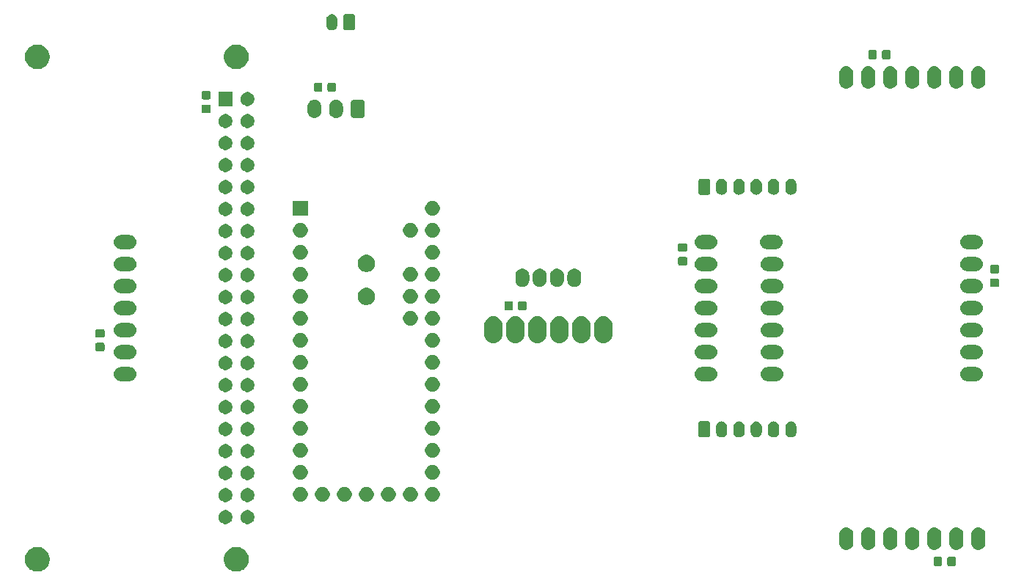
<source format=gbr>
G04 #@! TF.GenerationSoftware,KiCad,Pcbnew,(5.1.4-0-10_14)*
G04 #@! TF.CreationDate,2019-11-10T19:32:43-05:00*
G04 #@! TF.ProjectId,PacBot_2019-2020,50616342-6f74-45f3-9230-31392d323032,rev?*
G04 #@! TF.SameCoordinates,Original*
G04 #@! TF.FileFunction,Soldermask,Top*
G04 #@! TF.FilePolarity,Negative*
%FSLAX46Y46*%
G04 Gerber Fmt 4.6, Leading zero omitted, Abs format (unit mm)*
G04 Created by KiCad (PCBNEW (5.1.4-0-10_14)) date 2019-11-10 19:32:43*
%MOMM*%
%LPD*%
G04 APERTURE LIST*
%ADD10C,0.100000*%
G04 APERTURE END LIST*
D10*
G36*
X114415949Y-127628800D02*
G01*
X114675463Y-127736294D01*
X114675464Y-127736295D01*
X114909022Y-127892353D01*
X115107647Y-128090978D01*
X115107648Y-128090980D01*
X115263706Y-128324537D01*
X115371200Y-128584051D01*
X115426000Y-128859550D01*
X115426000Y-129140450D01*
X115371200Y-129415949D01*
X115263706Y-129675463D01*
X115263705Y-129675464D01*
X115107647Y-129909022D01*
X114909022Y-130107647D01*
X114791450Y-130186206D01*
X114675463Y-130263706D01*
X114415949Y-130371200D01*
X114140450Y-130426000D01*
X113859550Y-130426000D01*
X113584051Y-130371200D01*
X113324537Y-130263706D01*
X113208550Y-130186206D01*
X113090978Y-130107647D01*
X112892353Y-129909022D01*
X112736295Y-129675464D01*
X112736294Y-129675463D01*
X112628800Y-129415949D01*
X112574000Y-129140450D01*
X112574000Y-128859550D01*
X112628800Y-128584051D01*
X112736294Y-128324537D01*
X112892352Y-128090980D01*
X112892353Y-128090978D01*
X113090978Y-127892353D01*
X113324536Y-127736295D01*
X113324537Y-127736294D01*
X113584051Y-127628800D01*
X113859550Y-127574000D01*
X114140450Y-127574000D01*
X114415949Y-127628800D01*
X114415949Y-127628800D01*
G37*
G36*
X91415949Y-127628800D02*
G01*
X91675463Y-127736294D01*
X91675464Y-127736295D01*
X91909022Y-127892353D01*
X92107647Y-128090978D01*
X92107648Y-128090980D01*
X92263706Y-128324537D01*
X92371200Y-128584051D01*
X92426000Y-128859550D01*
X92426000Y-129140450D01*
X92371200Y-129415949D01*
X92263706Y-129675463D01*
X92263705Y-129675464D01*
X92107647Y-129909022D01*
X91909022Y-130107647D01*
X91791450Y-130186206D01*
X91675463Y-130263706D01*
X91415949Y-130371200D01*
X91140450Y-130426000D01*
X90859550Y-130426000D01*
X90584051Y-130371200D01*
X90324537Y-130263706D01*
X90208550Y-130186206D01*
X90090978Y-130107647D01*
X89892353Y-129909022D01*
X89736295Y-129675464D01*
X89736294Y-129675463D01*
X89628800Y-129415949D01*
X89574000Y-129140450D01*
X89574000Y-128859550D01*
X89628800Y-128584051D01*
X89736294Y-128324537D01*
X89892352Y-128090980D01*
X89892353Y-128090978D01*
X90090978Y-127892353D01*
X90324536Y-127736295D01*
X90324537Y-127736294D01*
X90584051Y-127628800D01*
X90859550Y-127574000D01*
X91140450Y-127574000D01*
X91415949Y-127628800D01*
X91415949Y-127628800D01*
G37*
G36*
X196879591Y-128728085D02*
G01*
X196913569Y-128738393D01*
X196944890Y-128755134D01*
X196972339Y-128777661D01*
X196994866Y-128805110D01*
X197011607Y-128836431D01*
X197021915Y-128870409D01*
X197026000Y-128911890D01*
X197026000Y-129588110D01*
X197021915Y-129629591D01*
X197011607Y-129663569D01*
X196994866Y-129694890D01*
X196972339Y-129722339D01*
X196944890Y-129744866D01*
X196913569Y-129761607D01*
X196879591Y-129771915D01*
X196838110Y-129776000D01*
X196236890Y-129776000D01*
X196195409Y-129771915D01*
X196161431Y-129761607D01*
X196130110Y-129744866D01*
X196102661Y-129722339D01*
X196080134Y-129694890D01*
X196063393Y-129663569D01*
X196053085Y-129629591D01*
X196049000Y-129588110D01*
X196049000Y-128911890D01*
X196053085Y-128870409D01*
X196063393Y-128836431D01*
X196080134Y-128805110D01*
X196102661Y-128777661D01*
X196130110Y-128755134D01*
X196161431Y-128738393D01*
X196195409Y-128728085D01*
X196236890Y-128724000D01*
X196838110Y-128724000D01*
X196879591Y-128728085D01*
X196879591Y-128728085D01*
G37*
G36*
X195304591Y-128728085D02*
G01*
X195338569Y-128738393D01*
X195369890Y-128755134D01*
X195397339Y-128777661D01*
X195419866Y-128805110D01*
X195436607Y-128836431D01*
X195446915Y-128870409D01*
X195451000Y-128911890D01*
X195451000Y-129588110D01*
X195446915Y-129629591D01*
X195436607Y-129663569D01*
X195419866Y-129694890D01*
X195397339Y-129722339D01*
X195369890Y-129744866D01*
X195338569Y-129761607D01*
X195304591Y-129771915D01*
X195263110Y-129776000D01*
X194661890Y-129776000D01*
X194620409Y-129771915D01*
X194586431Y-129761607D01*
X194555110Y-129744866D01*
X194527661Y-129722339D01*
X194505134Y-129694890D01*
X194488393Y-129663569D01*
X194478085Y-129629591D01*
X194474000Y-129588110D01*
X194474000Y-128911890D01*
X194478085Y-128870409D01*
X194488393Y-128836431D01*
X194505134Y-128805110D01*
X194527661Y-128777661D01*
X194555110Y-128755134D01*
X194586431Y-128738393D01*
X194620409Y-128728085D01*
X194661890Y-128724000D01*
X195263110Y-128724000D01*
X195304591Y-128728085D01*
X195304591Y-128728085D01*
G37*
G36*
X194699376Y-125325764D02*
G01*
X194852627Y-125372252D01*
X194852630Y-125372253D01*
X194993863Y-125447744D01*
X195117659Y-125549341D01*
X195219256Y-125673137D01*
X195294747Y-125814370D01*
X195294748Y-125814373D01*
X195341236Y-125967624D01*
X195353000Y-126087067D01*
X195353000Y-127142933D01*
X195341236Y-127262376D01*
X195294748Y-127415626D01*
X195294747Y-127415630D01*
X195219256Y-127556863D01*
X195117659Y-127680659D01*
X194993863Y-127782256D01*
X194852629Y-127857747D01*
X194852626Y-127857748D01*
X194699375Y-127904236D01*
X194540000Y-127919933D01*
X194380624Y-127904236D01*
X194227373Y-127857748D01*
X194227370Y-127857747D01*
X194086137Y-127782256D01*
X193962341Y-127680659D01*
X193860744Y-127556863D01*
X193785253Y-127415629D01*
X193785252Y-127415626D01*
X193738764Y-127262375D01*
X193727000Y-127142932D01*
X193727001Y-126087067D01*
X193738765Y-125967624D01*
X193785253Y-125814373D01*
X193785254Y-125814370D01*
X193860745Y-125673137D01*
X193962342Y-125549341D01*
X194086138Y-125447744D01*
X194227371Y-125372253D01*
X194227374Y-125372252D01*
X194380625Y-125325764D01*
X194540000Y-125310067D01*
X194699376Y-125325764D01*
X194699376Y-125325764D01*
G37*
G36*
X197239376Y-125325764D02*
G01*
X197392627Y-125372252D01*
X197392630Y-125372253D01*
X197533863Y-125447744D01*
X197657659Y-125549341D01*
X197759256Y-125673137D01*
X197834747Y-125814370D01*
X197834748Y-125814373D01*
X197881236Y-125967624D01*
X197893000Y-126087067D01*
X197893000Y-127142933D01*
X197881236Y-127262376D01*
X197834748Y-127415626D01*
X197834747Y-127415630D01*
X197759256Y-127556863D01*
X197657659Y-127680659D01*
X197533863Y-127782256D01*
X197392629Y-127857747D01*
X197392626Y-127857748D01*
X197239375Y-127904236D01*
X197080000Y-127919933D01*
X196920624Y-127904236D01*
X196767373Y-127857748D01*
X196767370Y-127857747D01*
X196626137Y-127782256D01*
X196502341Y-127680659D01*
X196400744Y-127556863D01*
X196325253Y-127415629D01*
X196325252Y-127415626D01*
X196278764Y-127262375D01*
X196267000Y-127142932D01*
X196267001Y-126087067D01*
X196278765Y-125967624D01*
X196325253Y-125814373D01*
X196325254Y-125814370D01*
X196400745Y-125673137D01*
X196502342Y-125549341D01*
X196626138Y-125447744D01*
X196767371Y-125372253D01*
X196767374Y-125372252D01*
X196920625Y-125325764D01*
X197080000Y-125310067D01*
X197239376Y-125325764D01*
X197239376Y-125325764D01*
G37*
G36*
X199779376Y-125325764D02*
G01*
X199932627Y-125372252D01*
X199932630Y-125372253D01*
X200073863Y-125447744D01*
X200197659Y-125549341D01*
X200299256Y-125673137D01*
X200374747Y-125814370D01*
X200374748Y-125814373D01*
X200421236Y-125967624D01*
X200433000Y-126087067D01*
X200433000Y-127142933D01*
X200421236Y-127262376D01*
X200374748Y-127415626D01*
X200374747Y-127415630D01*
X200299256Y-127556863D01*
X200197659Y-127680659D01*
X200073863Y-127782256D01*
X199932629Y-127857747D01*
X199932626Y-127857748D01*
X199779375Y-127904236D01*
X199620000Y-127919933D01*
X199460624Y-127904236D01*
X199307373Y-127857748D01*
X199307370Y-127857747D01*
X199166137Y-127782256D01*
X199042341Y-127680659D01*
X198940744Y-127556863D01*
X198865253Y-127415629D01*
X198865252Y-127415626D01*
X198818764Y-127262375D01*
X198807000Y-127142932D01*
X198807001Y-126087067D01*
X198818765Y-125967624D01*
X198865253Y-125814373D01*
X198865254Y-125814370D01*
X198940745Y-125673137D01*
X199042342Y-125549341D01*
X199166138Y-125447744D01*
X199307371Y-125372253D01*
X199307374Y-125372252D01*
X199460625Y-125325764D01*
X199620000Y-125310067D01*
X199779376Y-125325764D01*
X199779376Y-125325764D01*
G37*
G36*
X192159376Y-125325764D02*
G01*
X192312627Y-125372252D01*
X192312630Y-125372253D01*
X192453863Y-125447744D01*
X192577659Y-125549341D01*
X192679256Y-125673137D01*
X192754747Y-125814370D01*
X192754748Y-125814373D01*
X192801236Y-125967624D01*
X192813000Y-126087067D01*
X192813000Y-127142933D01*
X192801236Y-127262376D01*
X192754748Y-127415626D01*
X192754747Y-127415630D01*
X192679256Y-127556863D01*
X192577659Y-127680659D01*
X192453863Y-127782256D01*
X192312629Y-127857747D01*
X192312626Y-127857748D01*
X192159375Y-127904236D01*
X192000000Y-127919933D01*
X191840624Y-127904236D01*
X191687373Y-127857748D01*
X191687370Y-127857747D01*
X191546137Y-127782256D01*
X191422341Y-127680659D01*
X191320744Y-127556863D01*
X191245253Y-127415629D01*
X191245252Y-127415626D01*
X191198764Y-127262375D01*
X191187000Y-127142932D01*
X191187001Y-126087067D01*
X191198765Y-125967624D01*
X191245253Y-125814373D01*
X191245254Y-125814370D01*
X191320745Y-125673137D01*
X191422342Y-125549341D01*
X191546138Y-125447744D01*
X191687371Y-125372253D01*
X191687374Y-125372252D01*
X191840625Y-125325764D01*
X192000000Y-125310067D01*
X192159376Y-125325764D01*
X192159376Y-125325764D01*
G37*
G36*
X189619376Y-125325764D02*
G01*
X189772627Y-125372252D01*
X189772630Y-125372253D01*
X189913863Y-125447744D01*
X190037659Y-125549341D01*
X190139256Y-125673137D01*
X190214747Y-125814370D01*
X190214748Y-125814373D01*
X190261236Y-125967624D01*
X190273000Y-126087067D01*
X190273000Y-127142933D01*
X190261236Y-127262376D01*
X190214748Y-127415626D01*
X190214747Y-127415630D01*
X190139256Y-127556863D01*
X190037659Y-127680659D01*
X189913863Y-127782256D01*
X189772629Y-127857747D01*
X189772626Y-127857748D01*
X189619375Y-127904236D01*
X189460000Y-127919933D01*
X189300624Y-127904236D01*
X189147373Y-127857748D01*
X189147370Y-127857747D01*
X189006137Y-127782256D01*
X188882341Y-127680659D01*
X188780744Y-127556863D01*
X188705253Y-127415629D01*
X188705252Y-127415626D01*
X188658764Y-127262375D01*
X188647000Y-127142932D01*
X188647001Y-126087067D01*
X188658765Y-125967624D01*
X188705253Y-125814373D01*
X188705254Y-125814370D01*
X188780745Y-125673137D01*
X188882342Y-125549341D01*
X189006138Y-125447744D01*
X189147371Y-125372253D01*
X189147374Y-125372252D01*
X189300625Y-125325764D01*
X189460000Y-125310067D01*
X189619376Y-125325764D01*
X189619376Y-125325764D01*
G37*
G36*
X187079376Y-125325764D02*
G01*
X187232627Y-125372252D01*
X187232630Y-125372253D01*
X187373863Y-125447744D01*
X187497659Y-125549341D01*
X187599256Y-125673137D01*
X187674747Y-125814370D01*
X187674748Y-125814373D01*
X187721236Y-125967624D01*
X187733000Y-126087067D01*
X187733000Y-127142933D01*
X187721236Y-127262376D01*
X187674748Y-127415626D01*
X187674747Y-127415630D01*
X187599256Y-127556863D01*
X187497659Y-127680659D01*
X187373863Y-127782256D01*
X187232629Y-127857747D01*
X187232626Y-127857748D01*
X187079375Y-127904236D01*
X186920000Y-127919933D01*
X186760624Y-127904236D01*
X186607373Y-127857748D01*
X186607370Y-127857747D01*
X186466137Y-127782256D01*
X186342341Y-127680659D01*
X186240744Y-127556863D01*
X186165253Y-127415629D01*
X186165252Y-127415626D01*
X186118764Y-127262375D01*
X186107000Y-127142932D01*
X186107001Y-126087067D01*
X186118765Y-125967624D01*
X186165253Y-125814373D01*
X186165254Y-125814370D01*
X186240745Y-125673137D01*
X186342342Y-125549341D01*
X186466138Y-125447744D01*
X186607371Y-125372253D01*
X186607374Y-125372252D01*
X186760625Y-125325764D01*
X186920000Y-125310067D01*
X187079376Y-125325764D01*
X187079376Y-125325764D01*
G37*
G36*
X184539376Y-125325764D02*
G01*
X184692627Y-125372252D01*
X184692630Y-125372253D01*
X184833863Y-125447744D01*
X184957659Y-125549341D01*
X185059256Y-125673137D01*
X185134747Y-125814370D01*
X185134748Y-125814373D01*
X185181236Y-125967624D01*
X185193000Y-126087067D01*
X185193000Y-127142933D01*
X185181236Y-127262376D01*
X185134748Y-127415626D01*
X185134747Y-127415630D01*
X185059256Y-127556863D01*
X184957659Y-127680659D01*
X184833863Y-127782256D01*
X184692629Y-127857747D01*
X184692626Y-127857748D01*
X184539375Y-127904236D01*
X184380000Y-127919933D01*
X184220624Y-127904236D01*
X184067373Y-127857748D01*
X184067370Y-127857747D01*
X183926137Y-127782256D01*
X183802341Y-127680659D01*
X183700744Y-127556863D01*
X183625253Y-127415629D01*
X183625252Y-127415626D01*
X183578764Y-127262375D01*
X183567000Y-127142932D01*
X183567001Y-126087067D01*
X183578765Y-125967624D01*
X183625253Y-125814373D01*
X183625254Y-125814370D01*
X183700745Y-125673137D01*
X183802342Y-125549341D01*
X183926138Y-125447744D01*
X184067371Y-125372253D01*
X184067374Y-125372252D01*
X184220625Y-125325764D01*
X184380000Y-125310067D01*
X184539376Y-125325764D01*
X184539376Y-125325764D01*
G37*
G36*
X112964810Y-123355935D02*
G01*
X113111309Y-123416617D01*
X113111310Y-123416618D01*
X113243158Y-123504716D01*
X113355284Y-123616842D01*
X113355285Y-123616844D01*
X113443383Y-123748691D01*
X113504065Y-123895190D01*
X113535000Y-124050713D01*
X113535000Y-124209287D01*
X113504065Y-124364810D01*
X113443383Y-124511309D01*
X113443382Y-124511310D01*
X113355284Y-124643158D01*
X113243158Y-124755284D01*
X113176785Y-124799633D01*
X113111309Y-124843383D01*
X112964810Y-124904065D01*
X112809287Y-124935000D01*
X112650713Y-124935000D01*
X112495190Y-124904065D01*
X112348691Y-124843383D01*
X112283215Y-124799633D01*
X112216842Y-124755284D01*
X112104716Y-124643158D01*
X112016618Y-124511310D01*
X112016617Y-124511309D01*
X111955935Y-124364810D01*
X111925000Y-124209287D01*
X111925000Y-124050713D01*
X111955935Y-123895190D01*
X112016617Y-123748691D01*
X112104715Y-123616844D01*
X112104716Y-123616842D01*
X112216842Y-123504716D01*
X112348690Y-123416618D01*
X112348691Y-123416617D01*
X112495190Y-123355935D01*
X112650713Y-123325000D01*
X112809287Y-123325000D01*
X112964810Y-123355935D01*
X112964810Y-123355935D01*
G37*
G36*
X115504810Y-123355935D02*
G01*
X115651309Y-123416617D01*
X115651310Y-123416618D01*
X115783158Y-123504716D01*
X115895284Y-123616842D01*
X115895285Y-123616844D01*
X115983383Y-123748691D01*
X116044065Y-123895190D01*
X116075000Y-124050713D01*
X116075000Y-124209287D01*
X116044065Y-124364810D01*
X115983383Y-124511309D01*
X115983382Y-124511310D01*
X115895284Y-124643158D01*
X115783158Y-124755284D01*
X115716785Y-124799633D01*
X115651309Y-124843383D01*
X115504810Y-124904065D01*
X115349287Y-124935000D01*
X115190713Y-124935000D01*
X115035190Y-124904065D01*
X114888691Y-124843383D01*
X114823215Y-124799633D01*
X114756842Y-124755284D01*
X114644716Y-124643158D01*
X114556618Y-124511310D01*
X114556617Y-124511309D01*
X114495935Y-124364810D01*
X114465000Y-124209287D01*
X114465000Y-124050713D01*
X114495935Y-123895190D01*
X114556617Y-123748691D01*
X114644715Y-123616844D01*
X114644716Y-123616842D01*
X114756842Y-123504716D01*
X114888690Y-123416618D01*
X114888691Y-123416617D01*
X115035190Y-123355935D01*
X115190713Y-123325000D01*
X115349287Y-123325000D01*
X115504810Y-123355935D01*
X115504810Y-123355935D01*
G37*
G36*
X115504810Y-120815935D02*
G01*
X115651309Y-120876617D01*
X115651310Y-120876618D01*
X115783158Y-120964716D01*
X115895284Y-121076842D01*
X115895285Y-121076844D01*
X115983383Y-121208691D01*
X116044065Y-121355190D01*
X116075000Y-121510713D01*
X116075000Y-121669287D01*
X116044065Y-121824810D01*
X115983383Y-121971309D01*
X115983382Y-121971310D01*
X115895284Y-122103158D01*
X115783158Y-122215284D01*
X115716785Y-122259633D01*
X115651309Y-122303383D01*
X115504810Y-122364065D01*
X115349287Y-122395000D01*
X115190713Y-122395000D01*
X115035190Y-122364065D01*
X114888691Y-122303383D01*
X114823215Y-122259633D01*
X114756842Y-122215284D01*
X114644716Y-122103158D01*
X114556618Y-121971310D01*
X114556617Y-121971309D01*
X114495935Y-121824810D01*
X114465000Y-121669287D01*
X114465000Y-121510713D01*
X114495935Y-121355190D01*
X114556617Y-121208691D01*
X114644715Y-121076844D01*
X114644716Y-121076842D01*
X114756842Y-120964716D01*
X114888690Y-120876618D01*
X114888691Y-120876617D01*
X115035190Y-120815935D01*
X115190713Y-120785000D01*
X115349287Y-120785000D01*
X115504810Y-120815935D01*
X115504810Y-120815935D01*
G37*
G36*
X112964810Y-120815935D02*
G01*
X113111309Y-120876617D01*
X113111310Y-120876618D01*
X113243158Y-120964716D01*
X113355284Y-121076842D01*
X113355285Y-121076844D01*
X113443383Y-121208691D01*
X113504065Y-121355190D01*
X113535000Y-121510713D01*
X113535000Y-121669287D01*
X113504065Y-121824810D01*
X113443383Y-121971309D01*
X113443382Y-121971310D01*
X113355284Y-122103158D01*
X113243158Y-122215284D01*
X113176785Y-122259633D01*
X113111309Y-122303383D01*
X112964810Y-122364065D01*
X112809287Y-122395000D01*
X112650713Y-122395000D01*
X112495190Y-122364065D01*
X112348691Y-122303383D01*
X112283215Y-122259633D01*
X112216842Y-122215284D01*
X112104716Y-122103158D01*
X112016618Y-121971310D01*
X112016617Y-121971309D01*
X111955935Y-121824810D01*
X111925000Y-121669287D01*
X111925000Y-121510713D01*
X111955935Y-121355190D01*
X112016617Y-121208691D01*
X112104715Y-121076844D01*
X112104716Y-121076842D01*
X112216842Y-120964716D01*
X112348690Y-120876618D01*
X112348691Y-120876617D01*
X112495190Y-120815935D01*
X112650713Y-120785000D01*
X112809287Y-120785000D01*
X112964810Y-120815935D01*
X112964810Y-120815935D01*
G37*
G36*
X121628228Y-120691703D02*
G01*
X121783100Y-120755853D01*
X121922481Y-120848985D01*
X122041015Y-120967519D01*
X122134147Y-121106900D01*
X122198297Y-121261772D01*
X122231000Y-121426184D01*
X122231000Y-121593816D01*
X122198297Y-121758228D01*
X122134147Y-121913100D01*
X122041015Y-122052481D01*
X121922481Y-122171015D01*
X121783100Y-122264147D01*
X121628228Y-122328297D01*
X121463816Y-122361000D01*
X121296184Y-122361000D01*
X121131772Y-122328297D01*
X120976900Y-122264147D01*
X120837519Y-122171015D01*
X120718985Y-122052481D01*
X120625853Y-121913100D01*
X120561703Y-121758228D01*
X120529000Y-121593816D01*
X120529000Y-121426184D01*
X120561703Y-121261772D01*
X120625853Y-121106900D01*
X120718985Y-120967519D01*
X120837519Y-120848985D01*
X120976900Y-120755853D01*
X121131772Y-120691703D01*
X121296184Y-120659000D01*
X121463816Y-120659000D01*
X121628228Y-120691703D01*
X121628228Y-120691703D01*
G37*
G36*
X124168228Y-120691703D02*
G01*
X124323100Y-120755853D01*
X124462481Y-120848985D01*
X124581015Y-120967519D01*
X124674147Y-121106900D01*
X124738297Y-121261772D01*
X124771000Y-121426184D01*
X124771000Y-121593816D01*
X124738297Y-121758228D01*
X124674147Y-121913100D01*
X124581015Y-122052481D01*
X124462481Y-122171015D01*
X124323100Y-122264147D01*
X124168228Y-122328297D01*
X124003816Y-122361000D01*
X123836184Y-122361000D01*
X123671772Y-122328297D01*
X123516900Y-122264147D01*
X123377519Y-122171015D01*
X123258985Y-122052481D01*
X123165853Y-121913100D01*
X123101703Y-121758228D01*
X123069000Y-121593816D01*
X123069000Y-121426184D01*
X123101703Y-121261772D01*
X123165853Y-121106900D01*
X123258985Y-120967519D01*
X123377519Y-120848985D01*
X123516900Y-120755853D01*
X123671772Y-120691703D01*
X123836184Y-120659000D01*
X124003816Y-120659000D01*
X124168228Y-120691703D01*
X124168228Y-120691703D01*
G37*
G36*
X126708228Y-120691703D02*
G01*
X126863100Y-120755853D01*
X127002481Y-120848985D01*
X127121015Y-120967519D01*
X127214147Y-121106900D01*
X127278297Y-121261772D01*
X127311000Y-121426184D01*
X127311000Y-121593816D01*
X127278297Y-121758228D01*
X127214147Y-121913100D01*
X127121015Y-122052481D01*
X127002481Y-122171015D01*
X126863100Y-122264147D01*
X126708228Y-122328297D01*
X126543816Y-122361000D01*
X126376184Y-122361000D01*
X126211772Y-122328297D01*
X126056900Y-122264147D01*
X125917519Y-122171015D01*
X125798985Y-122052481D01*
X125705853Y-121913100D01*
X125641703Y-121758228D01*
X125609000Y-121593816D01*
X125609000Y-121426184D01*
X125641703Y-121261772D01*
X125705853Y-121106900D01*
X125798985Y-120967519D01*
X125917519Y-120848985D01*
X126056900Y-120755853D01*
X126211772Y-120691703D01*
X126376184Y-120659000D01*
X126543816Y-120659000D01*
X126708228Y-120691703D01*
X126708228Y-120691703D01*
G37*
G36*
X129248228Y-120691703D02*
G01*
X129403100Y-120755853D01*
X129542481Y-120848985D01*
X129661015Y-120967519D01*
X129754147Y-121106900D01*
X129818297Y-121261772D01*
X129851000Y-121426184D01*
X129851000Y-121593816D01*
X129818297Y-121758228D01*
X129754147Y-121913100D01*
X129661015Y-122052481D01*
X129542481Y-122171015D01*
X129403100Y-122264147D01*
X129248228Y-122328297D01*
X129083816Y-122361000D01*
X128916184Y-122361000D01*
X128751772Y-122328297D01*
X128596900Y-122264147D01*
X128457519Y-122171015D01*
X128338985Y-122052481D01*
X128245853Y-121913100D01*
X128181703Y-121758228D01*
X128149000Y-121593816D01*
X128149000Y-121426184D01*
X128181703Y-121261772D01*
X128245853Y-121106900D01*
X128338985Y-120967519D01*
X128457519Y-120848985D01*
X128596900Y-120755853D01*
X128751772Y-120691703D01*
X128916184Y-120659000D01*
X129083816Y-120659000D01*
X129248228Y-120691703D01*
X129248228Y-120691703D01*
G37*
G36*
X131788228Y-120691703D02*
G01*
X131943100Y-120755853D01*
X132082481Y-120848985D01*
X132201015Y-120967519D01*
X132294147Y-121106900D01*
X132358297Y-121261772D01*
X132391000Y-121426184D01*
X132391000Y-121593816D01*
X132358297Y-121758228D01*
X132294147Y-121913100D01*
X132201015Y-122052481D01*
X132082481Y-122171015D01*
X131943100Y-122264147D01*
X131788228Y-122328297D01*
X131623816Y-122361000D01*
X131456184Y-122361000D01*
X131291772Y-122328297D01*
X131136900Y-122264147D01*
X130997519Y-122171015D01*
X130878985Y-122052481D01*
X130785853Y-121913100D01*
X130721703Y-121758228D01*
X130689000Y-121593816D01*
X130689000Y-121426184D01*
X130721703Y-121261772D01*
X130785853Y-121106900D01*
X130878985Y-120967519D01*
X130997519Y-120848985D01*
X131136900Y-120755853D01*
X131291772Y-120691703D01*
X131456184Y-120659000D01*
X131623816Y-120659000D01*
X131788228Y-120691703D01*
X131788228Y-120691703D01*
G37*
G36*
X134328228Y-120691703D02*
G01*
X134483100Y-120755853D01*
X134622481Y-120848985D01*
X134741015Y-120967519D01*
X134834147Y-121106900D01*
X134898297Y-121261772D01*
X134931000Y-121426184D01*
X134931000Y-121593816D01*
X134898297Y-121758228D01*
X134834147Y-121913100D01*
X134741015Y-122052481D01*
X134622481Y-122171015D01*
X134483100Y-122264147D01*
X134328228Y-122328297D01*
X134163816Y-122361000D01*
X133996184Y-122361000D01*
X133831772Y-122328297D01*
X133676900Y-122264147D01*
X133537519Y-122171015D01*
X133418985Y-122052481D01*
X133325853Y-121913100D01*
X133261703Y-121758228D01*
X133229000Y-121593816D01*
X133229000Y-121426184D01*
X133261703Y-121261772D01*
X133325853Y-121106900D01*
X133418985Y-120967519D01*
X133537519Y-120848985D01*
X133676900Y-120755853D01*
X133831772Y-120691703D01*
X133996184Y-120659000D01*
X134163816Y-120659000D01*
X134328228Y-120691703D01*
X134328228Y-120691703D01*
G37*
G36*
X136868228Y-120691703D02*
G01*
X137023100Y-120755853D01*
X137162481Y-120848985D01*
X137281015Y-120967519D01*
X137374147Y-121106900D01*
X137438297Y-121261772D01*
X137471000Y-121426184D01*
X137471000Y-121593816D01*
X137438297Y-121758228D01*
X137374147Y-121913100D01*
X137281015Y-122052481D01*
X137162481Y-122171015D01*
X137023100Y-122264147D01*
X136868228Y-122328297D01*
X136703816Y-122361000D01*
X136536184Y-122361000D01*
X136371772Y-122328297D01*
X136216900Y-122264147D01*
X136077519Y-122171015D01*
X135958985Y-122052481D01*
X135865853Y-121913100D01*
X135801703Y-121758228D01*
X135769000Y-121593816D01*
X135769000Y-121426184D01*
X135801703Y-121261772D01*
X135865853Y-121106900D01*
X135958985Y-120967519D01*
X136077519Y-120848985D01*
X136216900Y-120755853D01*
X136371772Y-120691703D01*
X136536184Y-120659000D01*
X136703816Y-120659000D01*
X136868228Y-120691703D01*
X136868228Y-120691703D01*
G37*
G36*
X115504810Y-118275935D02*
G01*
X115651309Y-118336617D01*
X115651310Y-118336618D01*
X115783158Y-118424716D01*
X115895284Y-118536842D01*
X115895285Y-118536844D01*
X115983383Y-118668691D01*
X116044065Y-118815190D01*
X116075000Y-118970713D01*
X116075000Y-119129287D01*
X116044065Y-119284810D01*
X115983383Y-119431309D01*
X115983382Y-119431310D01*
X115895284Y-119563158D01*
X115783158Y-119675284D01*
X115716785Y-119719633D01*
X115651309Y-119763383D01*
X115504810Y-119824065D01*
X115349287Y-119855000D01*
X115190713Y-119855000D01*
X115035190Y-119824065D01*
X114888691Y-119763383D01*
X114823215Y-119719633D01*
X114756842Y-119675284D01*
X114644716Y-119563158D01*
X114556618Y-119431310D01*
X114556617Y-119431309D01*
X114495935Y-119284810D01*
X114465000Y-119129287D01*
X114465000Y-118970713D01*
X114495935Y-118815190D01*
X114556617Y-118668691D01*
X114644715Y-118536844D01*
X114644716Y-118536842D01*
X114756842Y-118424716D01*
X114888690Y-118336618D01*
X114888691Y-118336617D01*
X115035190Y-118275935D01*
X115190713Y-118245000D01*
X115349287Y-118245000D01*
X115504810Y-118275935D01*
X115504810Y-118275935D01*
G37*
G36*
X112964810Y-118275935D02*
G01*
X113111309Y-118336617D01*
X113111310Y-118336618D01*
X113243158Y-118424716D01*
X113355284Y-118536842D01*
X113355285Y-118536844D01*
X113443383Y-118668691D01*
X113504065Y-118815190D01*
X113535000Y-118970713D01*
X113535000Y-119129287D01*
X113504065Y-119284810D01*
X113443383Y-119431309D01*
X113443382Y-119431310D01*
X113355284Y-119563158D01*
X113243158Y-119675284D01*
X113176785Y-119719633D01*
X113111309Y-119763383D01*
X112964810Y-119824065D01*
X112809287Y-119855000D01*
X112650713Y-119855000D01*
X112495190Y-119824065D01*
X112348691Y-119763383D01*
X112283215Y-119719633D01*
X112216842Y-119675284D01*
X112104716Y-119563158D01*
X112016618Y-119431310D01*
X112016617Y-119431309D01*
X111955935Y-119284810D01*
X111925000Y-119129287D01*
X111925000Y-118970713D01*
X111955935Y-118815190D01*
X112016617Y-118668691D01*
X112104715Y-118536844D01*
X112104716Y-118536842D01*
X112216842Y-118424716D01*
X112348690Y-118336618D01*
X112348691Y-118336617D01*
X112495190Y-118275935D01*
X112650713Y-118245000D01*
X112809287Y-118245000D01*
X112964810Y-118275935D01*
X112964810Y-118275935D01*
G37*
G36*
X136868228Y-118151703D02*
G01*
X137023100Y-118215853D01*
X137162481Y-118308985D01*
X137281015Y-118427519D01*
X137374147Y-118566900D01*
X137438297Y-118721772D01*
X137471000Y-118886184D01*
X137471000Y-119053816D01*
X137438297Y-119218228D01*
X137374147Y-119373100D01*
X137281015Y-119512481D01*
X137162481Y-119631015D01*
X137023100Y-119724147D01*
X136868228Y-119788297D01*
X136703816Y-119821000D01*
X136536184Y-119821000D01*
X136371772Y-119788297D01*
X136216900Y-119724147D01*
X136077519Y-119631015D01*
X135958985Y-119512481D01*
X135865853Y-119373100D01*
X135801703Y-119218228D01*
X135769000Y-119053816D01*
X135769000Y-118886184D01*
X135801703Y-118721772D01*
X135865853Y-118566900D01*
X135958985Y-118427519D01*
X136077519Y-118308985D01*
X136216900Y-118215853D01*
X136371772Y-118151703D01*
X136536184Y-118119000D01*
X136703816Y-118119000D01*
X136868228Y-118151703D01*
X136868228Y-118151703D01*
G37*
G36*
X121628228Y-118151703D02*
G01*
X121783100Y-118215853D01*
X121922481Y-118308985D01*
X122041015Y-118427519D01*
X122134147Y-118566900D01*
X122198297Y-118721772D01*
X122231000Y-118886184D01*
X122231000Y-119053816D01*
X122198297Y-119218228D01*
X122134147Y-119373100D01*
X122041015Y-119512481D01*
X121922481Y-119631015D01*
X121783100Y-119724147D01*
X121628228Y-119788297D01*
X121463816Y-119821000D01*
X121296184Y-119821000D01*
X121131772Y-119788297D01*
X120976900Y-119724147D01*
X120837519Y-119631015D01*
X120718985Y-119512481D01*
X120625853Y-119373100D01*
X120561703Y-119218228D01*
X120529000Y-119053816D01*
X120529000Y-118886184D01*
X120561703Y-118721772D01*
X120625853Y-118566900D01*
X120718985Y-118427519D01*
X120837519Y-118308985D01*
X120976900Y-118215853D01*
X121131772Y-118151703D01*
X121296184Y-118119000D01*
X121463816Y-118119000D01*
X121628228Y-118151703D01*
X121628228Y-118151703D01*
G37*
G36*
X115504810Y-115735935D02*
G01*
X115651309Y-115796617D01*
X115651310Y-115796618D01*
X115783158Y-115884716D01*
X115895284Y-115996842D01*
X115895285Y-115996844D01*
X115983383Y-116128691D01*
X116044065Y-116275190D01*
X116075000Y-116430713D01*
X116075000Y-116589287D01*
X116044065Y-116744810D01*
X115983383Y-116891309D01*
X115983382Y-116891310D01*
X115895284Y-117023158D01*
X115783158Y-117135284D01*
X115716785Y-117179633D01*
X115651309Y-117223383D01*
X115504810Y-117284065D01*
X115349287Y-117315000D01*
X115190713Y-117315000D01*
X115035190Y-117284065D01*
X114888691Y-117223383D01*
X114823215Y-117179633D01*
X114756842Y-117135284D01*
X114644716Y-117023158D01*
X114556618Y-116891310D01*
X114556617Y-116891309D01*
X114495935Y-116744810D01*
X114465000Y-116589287D01*
X114465000Y-116430713D01*
X114495935Y-116275190D01*
X114556617Y-116128691D01*
X114644715Y-115996844D01*
X114644716Y-115996842D01*
X114756842Y-115884716D01*
X114888690Y-115796618D01*
X114888691Y-115796617D01*
X115035190Y-115735935D01*
X115190713Y-115705000D01*
X115349287Y-115705000D01*
X115504810Y-115735935D01*
X115504810Y-115735935D01*
G37*
G36*
X112964810Y-115735935D02*
G01*
X113111309Y-115796617D01*
X113111310Y-115796618D01*
X113243158Y-115884716D01*
X113355284Y-115996842D01*
X113355285Y-115996844D01*
X113443383Y-116128691D01*
X113504065Y-116275190D01*
X113535000Y-116430713D01*
X113535000Y-116589287D01*
X113504065Y-116744810D01*
X113443383Y-116891309D01*
X113443382Y-116891310D01*
X113355284Y-117023158D01*
X113243158Y-117135284D01*
X113176785Y-117179633D01*
X113111309Y-117223383D01*
X112964810Y-117284065D01*
X112809287Y-117315000D01*
X112650713Y-117315000D01*
X112495190Y-117284065D01*
X112348691Y-117223383D01*
X112283215Y-117179633D01*
X112216842Y-117135284D01*
X112104716Y-117023158D01*
X112016618Y-116891310D01*
X112016617Y-116891309D01*
X111955935Y-116744810D01*
X111925000Y-116589287D01*
X111925000Y-116430713D01*
X111955935Y-116275190D01*
X112016617Y-116128691D01*
X112104715Y-115996844D01*
X112104716Y-115996842D01*
X112216842Y-115884716D01*
X112348690Y-115796618D01*
X112348691Y-115796617D01*
X112495190Y-115735935D01*
X112650713Y-115705000D01*
X112809287Y-115705000D01*
X112964810Y-115735935D01*
X112964810Y-115735935D01*
G37*
G36*
X136868228Y-115611703D02*
G01*
X137023100Y-115675853D01*
X137162481Y-115768985D01*
X137281015Y-115887519D01*
X137374147Y-116026900D01*
X137438297Y-116181772D01*
X137471000Y-116346184D01*
X137471000Y-116513816D01*
X137438297Y-116678228D01*
X137374147Y-116833100D01*
X137281015Y-116972481D01*
X137162481Y-117091015D01*
X137023100Y-117184147D01*
X136868228Y-117248297D01*
X136703816Y-117281000D01*
X136536184Y-117281000D01*
X136371772Y-117248297D01*
X136216900Y-117184147D01*
X136077519Y-117091015D01*
X135958985Y-116972481D01*
X135865853Y-116833100D01*
X135801703Y-116678228D01*
X135769000Y-116513816D01*
X135769000Y-116346184D01*
X135801703Y-116181772D01*
X135865853Y-116026900D01*
X135958985Y-115887519D01*
X136077519Y-115768985D01*
X136216900Y-115675853D01*
X136371772Y-115611703D01*
X136536184Y-115579000D01*
X136703816Y-115579000D01*
X136868228Y-115611703D01*
X136868228Y-115611703D01*
G37*
G36*
X121628228Y-115611703D02*
G01*
X121783100Y-115675853D01*
X121922481Y-115768985D01*
X122041015Y-115887519D01*
X122134147Y-116026900D01*
X122198297Y-116181772D01*
X122231000Y-116346184D01*
X122231000Y-116513816D01*
X122198297Y-116678228D01*
X122134147Y-116833100D01*
X122041015Y-116972481D01*
X121922481Y-117091015D01*
X121783100Y-117184147D01*
X121628228Y-117248297D01*
X121463816Y-117281000D01*
X121296184Y-117281000D01*
X121131772Y-117248297D01*
X120976900Y-117184147D01*
X120837519Y-117091015D01*
X120718985Y-116972481D01*
X120625853Y-116833100D01*
X120561703Y-116678228D01*
X120529000Y-116513816D01*
X120529000Y-116346184D01*
X120561703Y-116181772D01*
X120625853Y-116026900D01*
X120718985Y-115887519D01*
X120837519Y-115768985D01*
X120976900Y-115675853D01*
X121131772Y-115611703D01*
X121296184Y-115579000D01*
X121463816Y-115579000D01*
X121628228Y-115611703D01*
X121628228Y-115611703D01*
G37*
G36*
X170127617Y-113083420D02*
G01*
X170208399Y-113107925D01*
X170250335Y-113120646D01*
X170363424Y-113181094D01*
X170462554Y-113262447D01*
X170543906Y-113361575D01*
X170604354Y-113474664D01*
X170614040Y-113506596D01*
X170641580Y-113597382D01*
X170651000Y-113693027D01*
X170651000Y-114306973D01*
X170641580Y-114402618D01*
X170632521Y-114432480D01*
X170604354Y-114525336D01*
X170543906Y-114638425D01*
X170462554Y-114737554D01*
X170363425Y-114818906D01*
X170250336Y-114879354D01*
X170218404Y-114889040D01*
X170127618Y-114916580D01*
X170000000Y-114929149D01*
X169872383Y-114916580D01*
X169781597Y-114889040D01*
X169749665Y-114879354D01*
X169636576Y-114818906D01*
X169537447Y-114737554D01*
X169456096Y-114638427D01*
X169456095Y-114638425D01*
X169395647Y-114525336D01*
X169395645Y-114525333D01*
X169367479Y-114432480D01*
X169358420Y-114402618D01*
X169349000Y-114306973D01*
X169349000Y-113693028D01*
X169358420Y-113597383D01*
X169395645Y-113474669D01*
X169395646Y-113474665D01*
X169456094Y-113361576D01*
X169537447Y-113262446D01*
X169636575Y-113181094D01*
X169749664Y-113120646D01*
X169791600Y-113107925D01*
X169872382Y-113083420D01*
X170000000Y-113070851D01*
X170127617Y-113083420D01*
X170127617Y-113083420D01*
G37*
G36*
X172127617Y-113083420D02*
G01*
X172208399Y-113107925D01*
X172250335Y-113120646D01*
X172363424Y-113181094D01*
X172462554Y-113262447D01*
X172543906Y-113361575D01*
X172604354Y-113474664D01*
X172614040Y-113506596D01*
X172641580Y-113597382D01*
X172651000Y-113693027D01*
X172651000Y-114306973D01*
X172641580Y-114402618D01*
X172632521Y-114432480D01*
X172604354Y-114525336D01*
X172543906Y-114638425D01*
X172462554Y-114737554D01*
X172363425Y-114818906D01*
X172250336Y-114879354D01*
X172218404Y-114889040D01*
X172127618Y-114916580D01*
X172000000Y-114929149D01*
X171872383Y-114916580D01*
X171781597Y-114889040D01*
X171749665Y-114879354D01*
X171636576Y-114818906D01*
X171537447Y-114737554D01*
X171456096Y-114638427D01*
X171456095Y-114638425D01*
X171395647Y-114525336D01*
X171395645Y-114525333D01*
X171367479Y-114432480D01*
X171358420Y-114402618D01*
X171349000Y-114306973D01*
X171349000Y-113693028D01*
X171358420Y-113597383D01*
X171395645Y-113474669D01*
X171395646Y-113474665D01*
X171456094Y-113361576D01*
X171537447Y-113262446D01*
X171636575Y-113181094D01*
X171749664Y-113120646D01*
X171791600Y-113107925D01*
X171872382Y-113083420D01*
X172000000Y-113070851D01*
X172127617Y-113083420D01*
X172127617Y-113083420D01*
G37*
G36*
X174127617Y-113083420D02*
G01*
X174208399Y-113107925D01*
X174250335Y-113120646D01*
X174363424Y-113181094D01*
X174462554Y-113262447D01*
X174543906Y-113361575D01*
X174604354Y-113474664D01*
X174614040Y-113506596D01*
X174641580Y-113597382D01*
X174651000Y-113693027D01*
X174651000Y-114306973D01*
X174641580Y-114402618D01*
X174632521Y-114432480D01*
X174604354Y-114525336D01*
X174543906Y-114638425D01*
X174462554Y-114737554D01*
X174363425Y-114818906D01*
X174250336Y-114879354D01*
X174218404Y-114889040D01*
X174127618Y-114916580D01*
X174000000Y-114929149D01*
X173872383Y-114916580D01*
X173781597Y-114889040D01*
X173749665Y-114879354D01*
X173636576Y-114818906D01*
X173537447Y-114737554D01*
X173456096Y-114638427D01*
X173456095Y-114638425D01*
X173395647Y-114525336D01*
X173395645Y-114525333D01*
X173367479Y-114432480D01*
X173358420Y-114402618D01*
X173349000Y-114306973D01*
X173349000Y-113693028D01*
X173358420Y-113597383D01*
X173395645Y-113474669D01*
X173395646Y-113474665D01*
X173456094Y-113361576D01*
X173537447Y-113262446D01*
X173636575Y-113181094D01*
X173749664Y-113120646D01*
X173791600Y-113107925D01*
X173872382Y-113083420D01*
X174000000Y-113070851D01*
X174127617Y-113083420D01*
X174127617Y-113083420D01*
G37*
G36*
X176127617Y-113083420D02*
G01*
X176208399Y-113107925D01*
X176250335Y-113120646D01*
X176363424Y-113181094D01*
X176462554Y-113262447D01*
X176543906Y-113361575D01*
X176604354Y-113474664D01*
X176614040Y-113506596D01*
X176641580Y-113597382D01*
X176651000Y-113693027D01*
X176651000Y-114306973D01*
X176641580Y-114402618D01*
X176632521Y-114432480D01*
X176604354Y-114525336D01*
X176543906Y-114638425D01*
X176462554Y-114737554D01*
X176363425Y-114818906D01*
X176250336Y-114879354D01*
X176218404Y-114889040D01*
X176127618Y-114916580D01*
X176000000Y-114929149D01*
X175872383Y-114916580D01*
X175781597Y-114889040D01*
X175749665Y-114879354D01*
X175636576Y-114818906D01*
X175537447Y-114737554D01*
X175456096Y-114638427D01*
X175456095Y-114638425D01*
X175395647Y-114525336D01*
X175395645Y-114525333D01*
X175367479Y-114432480D01*
X175358420Y-114402618D01*
X175349000Y-114306973D01*
X175349000Y-113693028D01*
X175358420Y-113597383D01*
X175395645Y-113474669D01*
X175395646Y-113474665D01*
X175456094Y-113361576D01*
X175537447Y-113262446D01*
X175636575Y-113181094D01*
X175749664Y-113120646D01*
X175791600Y-113107925D01*
X175872382Y-113083420D01*
X176000000Y-113070851D01*
X176127617Y-113083420D01*
X176127617Y-113083420D01*
G37*
G36*
X178127617Y-113083420D02*
G01*
X178208399Y-113107925D01*
X178250335Y-113120646D01*
X178363424Y-113181094D01*
X178462554Y-113262447D01*
X178543906Y-113361575D01*
X178604354Y-113474664D01*
X178614040Y-113506596D01*
X178641580Y-113597382D01*
X178651000Y-113693027D01*
X178651000Y-114306973D01*
X178641580Y-114402618D01*
X178632521Y-114432480D01*
X178604354Y-114525336D01*
X178543906Y-114638425D01*
X178462554Y-114737554D01*
X178363425Y-114818906D01*
X178250336Y-114879354D01*
X178218404Y-114889040D01*
X178127618Y-114916580D01*
X178000000Y-114929149D01*
X177872383Y-114916580D01*
X177781597Y-114889040D01*
X177749665Y-114879354D01*
X177636576Y-114818906D01*
X177537447Y-114737554D01*
X177456096Y-114638427D01*
X177456095Y-114638425D01*
X177395647Y-114525336D01*
X177395645Y-114525333D01*
X177367479Y-114432480D01*
X177358420Y-114402618D01*
X177349000Y-114306973D01*
X177349000Y-113693028D01*
X177358420Y-113597383D01*
X177395645Y-113474669D01*
X177395646Y-113474665D01*
X177456094Y-113361576D01*
X177537447Y-113262446D01*
X177636575Y-113181094D01*
X177749664Y-113120646D01*
X177791600Y-113107925D01*
X177872382Y-113083420D01*
X178000000Y-113070851D01*
X178127617Y-113083420D01*
X178127617Y-113083420D01*
G37*
G36*
X168491242Y-113078404D02*
G01*
X168528337Y-113089657D01*
X168562515Y-113107925D01*
X168592481Y-113132519D01*
X168617075Y-113162485D01*
X168635343Y-113196663D01*
X168646596Y-113233758D01*
X168651000Y-113278474D01*
X168651000Y-114721526D01*
X168646596Y-114766242D01*
X168635343Y-114803337D01*
X168617075Y-114837515D01*
X168592481Y-114867481D01*
X168562515Y-114892075D01*
X168528337Y-114910343D01*
X168491242Y-114921596D01*
X168446526Y-114926000D01*
X167553474Y-114926000D01*
X167508758Y-114921596D01*
X167471663Y-114910343D01*
X167437485Y-114892075D01*
X167407519Y-114867481D01*
X167382925Y-114837515D01*
X167364657Y-114803337D01*
X167353404Y-114766242D01*
X167349000Y-114721526D01*
X167349000Y-113278474D01*
X167353404Y-113233758D01*
X167364657Y-113196663D01*
X167382925Y-113162485D01*
X167407519Y-113132519D01*
X167437485Y-113107925D01*
X167471663Y-113089657D01*
X167508758Y-113078404D01*
X167553474Y-113074000D01*
X168446526Y-113074000D01*
X168491242Y-113078404D01*
X168491242Y-113078404D01*
G37*
G36*
X112964810Y-113195935D02*
G01*
X113111309Y-113256617D01*
X113120034Y-113262447D01*
X113243158Y-113344716D01*
X113355284Y-113456842D01*
X113375368Y-113486900D01*
X113443383Y-113588691D01*
X113504065Y-113735190D01*
X113535000Y-113890713D01*
X113535000Y-114049287D01*
X113504065Y-114204810D01*
X113443383Y-114351309D01*
X113409099Y-114402618D01*
X113355284Y-114483158D01*
X113243158Y-114595284D01*
X113178593Y-114638425D01*
X113111309Y-114683383D01*
X112964810Y-114744065D01*
X112809287Y-114775000D01*
X112650713Y-114775000D01*
X112495190Y-114744065D01*
X112348691Y-114683383D01*
X112281407Y-114638425D01*
X112216842Y-114595284D01*
X112104716Y-114483158D01*
X112050901Y-114402618D01*
X112016617Y-114351309D01*
X111955935Y-114204810D01*
X111925000Y-114049287D01*
X111925000Y-113890713D01*
X111955935Y-113735190D01*
X112016617Y-113588691D01*
X112084632Y-113486900D01*
X112104716Y-113456842D01*
X112216842Y-113344716D01*
X112339966Y-113262447D01*
X112348691Y-113256617D01*
X112495190Y-113195935D01*
X112650713Y-113165000D01*
X112809287Y-113165000D01*
X112964810Y-113195935D01*
X112964810Y-113195935D01*
G37*
G36*
X115504810Y-113195935D02*
G01*
X115651309Y-113256617D01*
X115660034Y-113262447D01*
X115783158Y-113344716D01*
X115895284Y-113456842D01*
X115915368Y-113486900D01*
X115983383Y-113588691D01*
X116044065Y-113735190D01*
X116075000Y-113890713D01*
X116075000Y-114049287D01*
X116044065Y-114204810D01*
X115983383Y-114351309D01*
X115949099Y-114402618D01*
X115895284Y-114483158D01*
X115783158Y-114595284D01*
X115718593Y-114638425D01*
X115651309Y-114683383D01*
X115504810Y-114744065D01*
X115349287Y-114775000D01*
X115190713Y-114775000D01*
X115035190Y-114744065D01*
X114888691Y-114683383D01*
X114821407Y-114638425D01*
X114756842Y-114595284D01*
X114644716Y-114483158D01*
X114590901Y-114402618D01*
X114556617Y-114351309D01*
X114495935Y-114204810D01*
X114465000Y-114049287D01*
X114465000Y-113890713D01*
X114495935Y-113735190D01*
X114556617Y-113588691D01*
X114624632Y-113486900D01*
X114644716Y-113456842D01*
X114756842Y-113344716D01*
X114879966Y-113262447D01*
X114888691Y-113256617D01*
X115035190Y-113195935D01*
X115190713Y-113165000D01*
X115349287Y-113165000D01*
X115504810Y-113195935D01*
X115504810Y-113195935D01*
G37*
G36*
X136868228Y-113071703D02*
G01*
X137023100Y-113135853D01*
X137162481Y-113228985D01*
X137281015Y-113347519D01*
X137374147Y-113486900D01*
X137438297Y-113641772D01*
X137471000Y-113806184D01*
X137471000Y-113973816D01*
X137438297Y-114138228D01*
X137374147Y-114293100D01*
X137281015Y-114432481D01*
X137162481Y-114551015D01*
X137023100Y-114644147D01*
X136868228Y-114708297D01*
X136703816Y-114741000D01*
X136536184Y-114741000D01*
X136371772Y-114708297D01*
X136216900Y-114644147D01*
X136077519Y-114551015D01*
X135958985Y-114432481D01*
X135865853Y-114293100D01*
X135801703Y-114138228D01*
X135769000Y-113973816D01*
X135769000Y-113806184D01*
X135801703Y-113641772D01*
X135865853Y-113486900D01*
X135958985Y-113347519D01*
X136077519Y-113228985D01*
X136216900Y-113135853D01*
X136371772Y-113071703D01*
X136536184Y-113039000D01*
X136703816Y-113039000D01*
X136868228Y-113071703D01*
X136868228Y-113071703D01*
G37*
G36*
X121628228Y-113071703D02*
G01*
X121783100Y-113135853D01*
X121922481Y-113228985D01*
X122041015Y-113347519D01*
X122134147Y-113486900D01*
X122198297Y-113641772D01*
X122231000Y-113806184D01*
X122231000Y-113973816D01*
X122198297Y-114138228D01*
X122134147Y-114293100D01*
X122041015Y-114432481D01*
X121922481Y-114551015D01*
X121783100Y-114644147D01*
X121628228Y-114708297D01*
X121463816Y-114741000D01*
X121296184Y-114741000D01*
X121131772Y-114708297D01*
X120976900Y-114644147D01*
X120837519Y-114551015D01*
X120718985Y-114432481D01*
X120625853Y-114293100D01*
X120561703Y-114138228D01*
X120529000Y-113973816D01*
X120529000Y-113806184D01*
X120561703Y-113641772D01*
X120625853Y-113486900D01*
X120718985Y-113347519D01*
X120837519Y-113228985D01*
X120976900Y-113135853D01*
X121131772Y-113071703D01*
X121296184Y-113039000D01*
X121463816Y-113039000D01*
X121628228Y-113071703D01*
X121628228Y-113071703D01*
G37*
G36*
X115504810Y-110655935D02*
G01*
X115651309Y-110716617D01*
X115651310Y-110716618D01*
X115783158Y-110804716D01*
X115895284Y-110916842D01*
X115895285Y-110916844D01*
X115983383Y-111048691D01*
X116044065Y-111195190D01*
X116075000Y-111350713D01*
X116075000Y-111509287D01*
X116044065Y-111664810D01*
X115983383Y-111811309D01*
X115983382Y-111811310D01*
X115895284Y-111943158D01*
X115783158Y-112055284D01*
X115716785Y-112099633D01*
X115651309Y-112143383D01*
X115504810Y-112204065D01*
X115349287Y-112235000D01*
X115190713Y-112235000D01*
X115035190Y-112204065D01*
X114888691Y-112143383D01*
X114823215Y-112099633D01*
X114756842Y-112055284D01*
X114644716Y-111943158D01*
X114556618Y-111811310D01*
X114556617Y-111811309D01*
X114495935Y-111664810D01*
X114465000Y-111509287D01*
X114465000Y-111350713D01*
X114495935Y-111195190D01*
X114556617Y-111048691D01*
X114644715Y-110916844D01*
X114644716Y-110916842D01*
X114756842Y-110804716D01*
X114888690Y-110716618D01*
X114888691Y-110716617D01*
X115035190Y-110655935D01*
X115190713Y-110625000D01*
X115349287Y-110625000D01*
X115504810Y-110655935D01*
X115504810Y-110655935D01*
G37*
G36*
X112964810Y-110655935D02*
G01*
X113111309Y-110716617D01*
X113111310Y-110716618D01*
X113243158Y-110804716D01*
X113355284Y-110916842D01*
X113355285Y-110916844D01*
X113443383Y-111048691D01*
X113504065Y-111195190D01*
X113535000Y-111350713D01*
X113535000Y-111509287D01*
X113504065Y-111664810D01*
X113443383Y-111811309D01*
X113443382Y-111811310D01*
X113355284Y-111943158D01*
X113243158Y-112055284D01*
X113176785Y-112099633D01*
X113111309Y-112143383D01*
X112964810Y-112204065D01*
X112809287Y-112235000D01*
X112650713Y-112235000D01*
X112495190Y-112204065D01*
X112348691Y-112143383D01*
X112283215Y-112099633D01*
X112216842Y-112055284D01*
X112104716Y-111943158D01*
X112016618Y-111811310D01*
X112016617Y-111811309D01*
X111955935Y-111664810D01*
X111925000Y-111509287D01*
X111925000Y-111350713D01*
X111955935Y-111195190D01*
X112016617Y-111048691D01*
X112104715Y-110916844D01*
X112104716Y-110916842D01*
X112216842Y-110804716D01*
X112348690Y-110716618D01*
X112348691Y-110716617D01*
X112495190Y-110655935D01*
X112650713Y-110625000D01*
X112809287Y-110625000D01*
X112964810Y-110655935D01*
X112964810Y-110655935D01*
G37*
G36*
X136868228Y-110531703D02*
G01*
X137023100Y-110595853D01*
X137162481Y-110688985D01*
X137281015Y-110807519D01*
X137374147Y-110946900D01*
X137438297Y-111101772D01*
X137471000Y-111266184D01*
X137471000Y-111433816D01*
X137438297Y-111598228D01*
X137374147Y-111753100D01*
X137281015Y-111892481D01*
X137162481Y-112011015D01*
X137023100Y-112104147D01*
X136868228Y-112168297D01*
X136703816Y-112201000D01*
X136536184Y-112201000D01*
X136371772Y-112168297D01*
X136216900Y-112104147D01*
X136077519Y-112011015D01*
X135958985Y-111892481D01*
X135865853Y-111753100D01*
X135801703Y-111598228D01*
X135769000Y-111433816D01*
X135769000Y-111266184D01*
X135801703Y-111101772D01*
X135865853Y-110946900D01*
X135958985Y-110807519D01*
X136077519Y-110688985D01*
X136216900Y-110595853D01*
X136371772Y-110531703D01*
X136536184Y-110499000D01*
X136703816Y-110499000D01*
X136868228Y-110531703D01*
X136868228Y-110531703D01*
G37*
G36*
X121628228Y-110531703D02*
G01*
X121783100Y-110595853D01*
X121922481Y-110688985D01*
X122041015Y-110807519D01*
X122134147Y-110946900D01*
X122198297Y-111101772D01*
X122231000Y-111266184D01*
X122231000Y-111433816D01*
X122198297Y-111598228D01*
X122134147Y-111753100D01*
X122041015Y-111892481D01*
X121922481Y-112011015D01*
X121783100Y-112104147D01*
X121628228Y-112168297D01*
X121463816Y-112201000D01*
X121296184Y-112201000D01*
X121131772Y-112168297D01*
X120976900Y-112104147D01*
X120837519Y-112011015D01*
X120718985Y-111892481D01*
X120625853Y-111753100D01*
X120561703Y-111598228D01*
X120529000Y-111433816D01*
X120529000Y-111266184D01*
X120561703Y-111101772D01*
X120625853Y-110946900D01*
X120718985Y-110807519D01*
X120837519Y-110688985D01*
X120976900Y-110595853D01*
X121131772Y-110531703D01*
X121296184Y-110499000D01*
X121463816Y-110499000D01*
X121628228Y-110531703D01*
X121628228Y-110531703D01*
G37*
G36*
X112964810Y-108115935D02*
G01*
X113111309Y-108176617D01*
X113111310Y-108176618D01*
X113243158Y-108264716D01*
X113355284Y-108376842D01*
X113355285Y-108376844D01*
X113443383Y-108508691D01*
X113504065Y-108655190D01*
X113535000Y-108810713D01*
X113535000Y-108969287D01*
X113504065Y-109124810D01*
X113443383Y-109271309D01*
X113443382Y-109271310D01*
X113355284Y-109403158D01*
X113243158Y-109515284D01*
X113176785Y-109559633D01*
X113111309Y-109603383D01*
X112964810Y-109664065D01*
X112809287Y-109695000D01*
X112650713Y-109695000D01*
X112495190Y-109664065D01*
X112348691Y-109603383D01*
X112283215Y-109559633D01*
X112216842Y-109515284D01*
X112104716Y-109403158D01*
X112016618Y-109271310D01*
X112016617Y-109271309D01*
X111955935Y-109124810D01*
X111925000Y-108969287D01*
X111925000Y-108810713D01*
X111955935Y-108655190D01*
X112016617Y-108508691D01*
X112104715Y-108376844D01*
X112104716Y-108376842D01*
X112216842Y-108264716D01*
X112348690Y-108176618D01*
X112348691Y-108176617D01*
X112495190Y-108115935D01*
X112650713Y-108085000D01*
X112809287Y-108085000D01*
X112964810Y-108115935D01*
X112964810Y-108115935D01*
G37*
G36*
X115504810Y-108115935D02*
G01*
X115651309Y-108176617D01*
X115651310Y-108176618D01*
X115783158Y-108264716D01*
X115895284Y-108376842D01*
X115895285Y-108376844D01*
X115983383Y-108508691D01*
X116044065Y-108655190D01*
X116075000Y-108810713D01*
X116075000Y-108969287D01*
X116044065Y-109124810D01*
X115983383Y-109271309D01*
X115983382Y-109271310D01*
X115895284Y-109403158D01*
X115783158Y-109515284D01*
X115716785Y-109559633D01*
X115651309Y-109603383D01*
X115504810Y-109664065D01*
X115349287Y-109695000D01*
X115190713Y-109695000D01*
X115035190Y-109664065D01*
X114888691Y-109603383D01*
X114823215Y-109559633D01*
X114756842Y-109515284D01*
X114644716Y-109403158D01*
X114556618Y-109271310D01*
X114556617Y-109271309D01*
X114495935Y-109124810D01*
X114465000Y-108969287D01*
X114465000Y-108810713D01*
X114495935Y-108655190D01*
X114556617Y-108508691D01*
X114644715Y-108376844D01*
X114644716Y-108376842D01*
X114756842Y-108264716D01*
X114888690Y-108176618D01*
X114888691Y-108176617D01*
X115035190Y-108115935D01*
X115190713Y-108085000D01*
X115349287Y-108085000D01*
X115504810Y-108115935D01*
X115504810Y-108115935D01*
G37*
G36*
X121628228Y-107991703D02*
G01*
X121783100Y-108055853D01*
X121922481Y-108148985D01*
X122041015Y-108267519D01*
X122134147Y-108406900D01*
X122198297Y-108561772D01*
X122231000Y-108726184D01*
X122231000Y-108893816D01*
X122198297Y-109058228D01*
X122134147Y-109213100D01*
X122041015Y-109352481D01*
X121922481Y-109471015D01*
X121783100Y-109564147D01*
X121628228Y-109628297D01*
X121463816Y-109661000D01*
X121296184Y-109661000D01*
X121131772Y-109628297D01*
X120976900Y-109564147D01*
X120837519Y-109471015D01*
X120718985Y-109352481D01*
X120625853Y-109213100D01*
X120561703Y-109058228D01*
X120529000Y-108893816D01*
X120529000Y-108726184D01*
X120561703Y-108561772D01*
X120625853Y-108406900D01*
X120718985Y-108267519D01*
X120837519Y-108148985D01*
X120976900Y-108055853D01*
X121131772Y-107991703D01*
X121296184Y-107959000D01*
X121463816Y-107959000D01*
X121628228Y-107991703D01*
X121628228Y-107991703D01*
G37*
G36*
X136868228Y-107991703D02*
G01*
X137023100Y-108055853D01*
X137162481Y-108148985D01*
X137281015Y-108267519D01*
X137374147Y-108406900D01*
X137438297Y-108561772D01*
X137471000Y-108726184D01*
X137471000Y-108893816D01*
X137438297Y-109058228D01*
X137374147Y-109213100D01*
X137281015Y-109352481D01*
X137162481Y-109471015D01*
X137023100Y-109564147D01*
X136868228Y-109628297D01*
X136703816Y-109661000D01*
X136536184Y-109661000D01*
X136371772Y-109628297D01*
X136216900Y-109564147D01*
X136077519Y-109471015D01*
X135958985Y-109352481D01*
X135865853Y-109213100D01*
X135801703Y-109058228D01*
X135769000Y-108893816D01*
X135769000Y-108726184D01*
X135801703Y-108561772D01*
X135865853Y-108406900D01*
X135958985Y-108267519D01*
X136077519Y-108148985D01*
X136216900Y-108055853D01*
X136371772Y-107991703D01*
X136536184Y-107959000D01*
X136703816Y-107959000D01*
X136868228Y-107991703D01*
X136868228Y-107991703D01*
G37*
G36*
X176377747Y-106810921D02*
G01*
X176457376Y-106818764D01*
X176603717Y-106863156D01*
X176610630Y-106865253D01*
X176751863Y-106940744D01*
X176875659Y-107042341D01*
X176977256Y-107166137D01*
X177052747Y-107307370D01*
X177052748Y-107307373D01*
X177099236Y-107460624D01*
X177114933Y-107620000D01*
X177099236Y-107779376D01*
X177052748Y-107932627D01*
X177052747Y-107932630D01*
X176977256Y-108073863D01*
X176875659Y-108197659D01*
X176751863Y-108299256D01*
X176610630Y-108374747D01*
X176610627Y-108374748D01*
X176457376Y-108421236D01*
X176377747Y-108429079D01*
X176337934Y-108433000D01*
X175282066Y-108433000D01*
X175242253Y-108429079D01*
X175162624Y-108421236D01*
X175009373Y-108374748D01*
X175009370Y-108374747D01*
X174868137Y-108299256D01*
X174744341Y-108197659D01*
X174642744Y-108073863D01*
X174567253Y-107932630D01*
X174567252Y-107932627D01*
X174520764Y-107779376D01*
X174505067Y-107620000D01*
X174520764Y-107460624D01*
X174567252Y-107307373D01*
X174567253Y-107307370D01*
X174642744Y-107166137D01*
X174744341Y-107042341D01*
X174868137Y-106940744D01*
X175009370Y-106865253D01*
X175016283Y-106863156D01*
X175162624Y-106818764D01*
X175242253Y-106810921D01*
X175282066Y-106807000D01*
X176337934Y-106807000D01*
X176377747Y-106810921D01*
X176377747Y-106810921D01*
G37*
G36*
X168757747Y-106810921D02*
G01*
X168837376Y-106818764D01*
X168983717Y-106863156D01*
X168990630Y-106865253D01*
X169131863Y-106940744D01*
X169255659Y-107042341D01*
X169357256Y-107166137D01*
X169432747Y-107307370D01*
X169432748Y-107307373D01*
X169479236Y-107460624D01*
X169494933Y-107620000D01*
X169479236Y-107779376D01*
X169432748Y-107932627D01*
X169432747Y-107932630D01*
X169357256Y-108073863D01*
X169255659Y-108197659D01*
X169131863Y-108299256D01*
X168990630Y-108374747D01*
X168990627Y-108374748D01*
X168837376Y-108421236D01*
X168757747Y-108429079D01*
X168717934Y-108433000D01*
X167662066Y-108433000D01*
X167622253Y-108429079D01*
X167542624Y-108421236D01*
X167389373Y-108374748D01*
X167389370Y-108374747D01*
X167248137Y-108299256D01*
X167124341Y-108197659D01*
X167022744Y-108073863D01*
X166947253Y-107932630D01*
X166947252Y-107932627D01*
X166900764Y-107779376D01*
X166885067Y-107620000D01*
X166900764Y-107460624D01*
X166947252Y-107307373D01*
X166947253Y-107307370D01*
X167022744Y-107166137D01*
X167124341Y-107042341D01*
X167248137Y-106940744D01*
X167389370Y-106865253D01*
X167396283Y-106863156D01*
X167542624Y-106818764D01*
X167622253Y-106810921D01*
X167662066Y-106807000D01*
X168717934Y-106807000D01*
X168757747Y-106810921D01*
X168757747Y-106810921D01*
G37*
G36*
X101727747Y-106810921D02*
G01*
X101807376Y-106818764D01*
X101953717Y-106863156D01*
X101960630Y-106865253D01*
X102101863Y-106940744D01*
X102225659Y-107042341D01*
X102327256Y-107166137D01*
X102402747Y-107307370D01*
X102402748Y-107307373D01*
X102449236Y-107460624D01*
X102464933Y-107620000D01*
X102449236Y-107779376D01*
X102402748Y-107932627D01*
X102402747Y-107932630D01*
X102327256Y-108073863D01*
X102225659Y-108197659D01*
X102101863Y-108299256D01*
X101960630Y-108374747D01*
X101960627Y-108374748D01*
X101807376Y-108421236D01*
X101727747Y-108429079D01*
X101687934Y-108433000D01*
X100632066Y-108433000D01*
X100592253Y-108429079D01*
X100512624Y-108421236D01*
X100359373Y-108374748D01*
X100359370Y-108374747D01*
X100218137Y-108299256D01*
X100094341Y-108197659D01*
X99992744Y-108073863D01*
X99917253Y-107932630D01*
X99917252Y-107932627D01*
X99870764Y-107779376D01*
X99855067Y-107620000D01*
X99870764Y-107460624D01*
X99917252Y-107307373D01*
X99917253Y-107307370D01*
X99992744Y-107166137D01*
X100094341Y-107042341D01*
X100218137Y-106940744D01*
X100359370Y-106865253D01*
X100366283Y-106863156D01*
X100512624Y-106818764D01*
X100592253Y-106810921D01*
X100632066Y-106807000D01*
X101687934Y-106807000D01*
X101727747Y-106810921D01*
X101727747Y-106810921D01*
G37*
G36*
X199407747Y-106810921D02*
G01*
X199487376Y-106818764D01*
X199633717Y-106863156D01*
X199640630Y-106865253D01*
X199781863Y-106940744D01*
X199905659Y-107042341D01*
X200007256Y-107166137D01*
X200082747Y-107307370D01*
X200082748Y-107307373D01*
X200129236Y-107460624D01*
X200144933Y-107620000D01*
X200129236Y-107779376D01*
X200082748Y-107932627D01*
X200082747Y-107932630D01*
X200007256Y-108073863D01*
X199905659Y-108197659D01*
X199781863Y-108299256D01*
X199640630Y-108374747D01*
X199640627Y-108374748D01*
X199487376Y-108421236D01*
X199407747Y-108429079D01*
X199367934Y-108433000D01*
X198312066Y-108433000D01*
X198272253Y-108429079D01*
X198192624Y-108421236D01*
X198039373Y-108374748D01*
X198039370Y-108374747D01*
X197898137Y-108299256D01*
X197774341Y-108197659D01*
X197672744Y-108073863D01*
X197597253Y-107932630D01*
X197597252Y-107932627D01*
X197550764Y-107779376D01*
X197535067Y-107620000D01*
X197550764Y-107460624D01*
X197597252Y-107307373D01*
X197597253Y-107307370D01*
X197672744Y-107166137D01*
X197774341Y-107042341D01*
X197898137Y-106940744D01*
X198039370Y-106865253D01*
X198046283Y-106863156D01*
X198192624Y-106818764D01*
X198272253Y-106810921D01*
X198312066Y-106807000D01*
X199367934Y-106807000D01*
X199407747Y-106810921D01*
X199407747Y-106810921D01*
G37*
G36*
X112964810Y-105575935D02*
G01*
X113111309Y-105636617D01*
X113111310Y-105636618D01*
X113243158Y-105724716D01*
X113355284Y-105836842D01*
X113355285Y-105836844D01*
X113443383Y-105968691D01*
X113504065Y-106115190D01*
X113535000Y-106270713D01*
X113535000Y-106429287D01*
X113504065Y-106584810D01*
X113443383Y-106731309D01*
X113443382Y-106731310D01*
X113355284Y-106863158D01*
X113243158Y-106975284D01*
X113176785Y-107019633D01*
X113111309Y-107063383D01*
X112964810Y-107124065D01*
X112809287Y-107155000D01*
X112650713Y-107155000D01*
X112495190Y-107124065D01*
X112348691Y-107063383D01*
X112283215Y-107019633D01*
X112216842Y-106975284D01*
X112104716Y-106863158D01*
X112016618Y-106731310D01*
X112016617Y-106731309D01*
X111955935Y-106584810D01*
X111925000Y-106429287D01*
X111925000Y-106270713D01*
X111955935Y-106115190D01*
X112016617Y-105968691D01*
X112104715Y-105836844D01*
X112104716Y-105836842D01*
X112216842Y-105724716D01*
X112348690Y-105636618D01*
X112348691Y-105636617D01*
X112495190Y-105575935D01*
X112650713Y-105545000D01*
X112809287Y-105545000D01*
X112964810Y-105575935D01*
X112964810Y-105575935D01*
G37*
G36*
X115504810Y-105575935D02*
G01*
X115651309Y-105636617D01*
X115651310Y-105636618D01*
X115783158Y-105724716D01*
X115895284Y-105836842D01*
X115895285Y-105836844D01*
X115983383Y-105968691D01*
X116044065Y-106115190D01*
X116075000Y-106270713D01*
X116075000Y-106429287D01*
X116044065Y-106584810D01*
X115983383Y-106731309D01*
X115983382Y-106731310D01*
X115895284Y-106863158D01*
X115783158Y-106975284D01*
X115716785Y-107019633D01*
X115651309Y-107063383D01*
X115504810Y-107124065D01*
X115349287Y-107155000D01*
X115190713Y-107155000D01*
X115035190Y-107124065D01*
X114888691Y-107063383D01*
X114823215Y-107019633D01*
X114756842Y-106975284D01*
X114644716Y-106863158D01*
X114556618Y-106731310D01*
X114556617Y-106731309D01*
X114495935Y-106584810D01*
X114465000Y-106429287D01*
X114465000Y-106270713D01*
X114495935Y-106115190D01*
X114556617Y-105968691D01*
X114644715Y-105836844D01*
X114644716Y-105836842D01*
X114756842Y-105724716D01*
X114888690Y-105636618D01*
X114888691Y-105636617D01*
X115035190Y-105575935D01*
X115190713Y-105545000D01*
X115349287Y-105545000D01*
X115504810Y-105575935D01*
X115504810Y-105575935D01*
G37*
G36*
X136868228Y-105451703D02*
G01*
X137023100Y-105515853D01*
X137162481Y-105608985D01*
X137281015Y-105727519D01*
X137374147Y-105866900D01*
X137438297Y-106021772D01*
X137471000Y-106186184D01*
X137471000Y-106353816D01*
X137438297Y-106518228D01*
X137374147Y-106673100D01*
X137281015Y-106812481D01*
X137162481Y-106931015D01*
X137023100Y-107024147D01*
X136868228Y-107088297D01*
X136703816Y-107121000D01*
X136536184Y-107121000D01*
X136371772Y-107088297D01*
X136216900Y-107024147D01*
X136077519Y-106931015D01*
X135958985Y-106812481D01*
X135865853Y-106673100D01*
X135801703Y-106518228D01*
X135769000Y-106353816D01*
X135769000Y-106186184D01*
X135801703Y-106021772D01*
X135865853Y-105866900D01*
X135958985Y-105727519D01*
X136077519Y-105608985D01*
X136216900Y-105515853D01*
X136371772Y-105451703D01*
X136536184Y-105419000D01*
X136703816Y-105419000D01*
X136868228Y-105451703D01*
X136868228Y-105451703D01*
G37*
G36*
X121628228Y-105451703D02*
G01*
X121783100Y-105515853D01*
X121922481Y-105608985D01*
X122041015Y-105727519D01*
X122134147Y-105866900D01*
X122198297Y-106021772D01*
X122231000Y-106186184D01*
X122231000Y-106353816D01*
X122198297Y-106518228D01*
X122134147Y-106673100D01*
X122041015Y-106812481D01*
X121922481Y-106931015D01*
X121783100Y-107024147D01*
X121628228Y-107088297D01*
X121463816Y-107121000D01*
X121296184Y-107121000D01*
X121131772Y-107088297D01*
X120976900Y-107024147D01*
X120837519Y-106931015D01*
X120718985Y-106812481D01*
X120625853Y-106673100D01*
X120561703Y-106518228D01*
X120529000Y-106353816D01*
X120529000Y-106186184D01*
X120561703Y-106021772D01*
X120625853Y-105866900D01*
X120718985Y-105727519D01*
X120837519Y-105608985D01*
X120976900Y-105515853D01*
X121131772Y-105451703D01*
X121296184Y-105419000D01*
X121463816Y-105419000D01*
X121628228Y-105451703D01*
X121628228Y-105451703D01*
G37*
G36*
X101727747Y-104270921D02*
G01*
X101807376Y-104278764D01*
X101953717Y-104323156D01*
X101960630Y-104325253D01*
X102101863Y-104400744D01*
X102225659Y-104502341D01*
X102327256Y-104626137D01*
X102402747Y-104767370D01*
X102402748Y-104767373D01*
X102449236Y-104920624D01*
X102464933Y-105080000D01*
X102449236Y-105239376D01*
X102402748Y-105392627D01*
X102402747Y-105392630D01*
X102327256Y-105533863D01*
X102225659Y-105657659D01*
X102101863Y-105759256D01*
X101960630Y-105834747D01*
X101960627Y-105834748D01*
X101807376Y-105881236D01*
X101727747Y-105889079D01*
X101687934Y-105893000D01*
X100632066Y-105893000D01*
X100592253Y-105889079D01*
X100512624Y-105881236D01*
X100359373Y-105834748D01*
X100359370Y-105834747D01*
X100218137Y-105759256D01*
X100094341Y-105657659D01*
X99992744Y-105533863D01*
X99917253Y-105392630D01*
X99917252Y-105392627D01*
X99870764Y-105239376D01*
X99855067Y-105080000D01*
X99870764Y-104920624D01*
X99917252Y-104767373D01*
X99917253Y-104767370D01*
X99992744Y-104626137D01*
X100094341Y-104502341D01*
X100218137Y-104400744D01*
X100359370Y-104325253D01*
X100366283Y-104323156D01*
X100512624Y-104278764D01*
X100592253Y-104270921D01*
X100632066Y-104267000D01*
X101687934Y-104267000D01*
X101727747Y-104270921D01*
X101727747Y-104270921D01*
G37*
G36*
X168757747Y-104270921D02*
G01*
X168837376Y-104278764D01*
X168983717Y-104323156D01*
X168990630Y-104325253D01*
X169131863Y-104400744D01*
X169255659Y-104502341D01*
X169357256Y-104626137D01*
X169432747Y-104767370D01*
X169432748Y-104767373D01*
X169479236Y-104920624D01*
X169494933Y-105080000D01*
X169479236Y-105239376D01*
X169432748Y-105392627D01*
X169432747Y-105392630D01*
X169357256Y-105533863D01*
X169255659Y-105657659D01*
X169131863Y-105759256D01*
X168990630Y-105834747D01*
X168990627Y-105834748D01*
X168837376Y-105881236D01*
X168757747Y-105889079D01*
X168717934Y-105893000D01*
X167662066Y-105893000D01*
X167622253Y-105889079D01*
X167542624Y-105881236D01*
X167389373Y-105834748D01*
X167389370Y-105834747D01*
X167248137Y-105759256D01*
X167124341Y-105657659D01*
X167022744Y-105533863D01*
X166947253Y-105392630D01*
X166947252Y-105392627D01*
X166900764Y-105239376D01*
X166885067Y-105080000D01*
X166900764Y-104920624D01*
X166947252Y-104767373D01*
X166947253Y-104767370D01*
X167022744Y-104626137D01*
X167124341Y-104502341D01*
X167248137Y-104400744D01*
X167389370Y-104325253D01*
X167396283Y-104323156D01*
X167542624Y-104278764D01*
X167622253Y-104270921D01*
X167662066Y-104267000D01*
X168717934Y-104267000D01*
X168757747Y-104270921D01*
X168757747Y-104270921D01*
G37*
G36*
X176377747Y-104270921D02*
G01*
X176457376Y-104278764D01*
X176603717Y-104323156D01*
X176610630Y-104325253D01*
X176751863Y-104400744D01*
X176875659Y-104502341D01*
X176977256Y-104626137D01*
X177052747Y-104767370D01*
X177052748Y-104767373D01*
X177099236Y-104920624D01*
X177114933Y-105080000D01*
X177099236Y-105239376D01*
X177052748Y-105392627D01*
X177052747Y-105392630D01*
X176977256Y-105533863D01*
X176875659Y-105657659D01*
X176751863Y-105759256D01*
X176610630Y-105834747D01*
X176610627Y-105834748D01*
X176457376Y-105881236D01*
X176377747Y-105889079D01*
X176337934Y-105893000D01*
X175282066Y-105893000D01*
X175242253Y-105889079D01*
X175162624Y-105881236D01*
X175009373Y-105834748D01*
X175009370Y-105834747D01*
X174868137Y-105759256D01*
X174744341Y-105657659D01*
X174642744Y-105533863D01*
X174567253Y-105392630D01*
X174567252Y-105392627D01*
X174520764Y-105239376D01*
X174505067Y-105080000D01*
X174520764Y-104920624D01*
X174567252Y-104767373D01*
X174567253Y-104767370D01*
X174642744Y-104626137D01*
X174744341Y-104502341D01*
X174868137Y-104400744D01*
X175009370Y-104325253D01*
X175016283Y-104323156D01*
X175162624Y-104278764D01*
X175242253Y-104270921D01*
X175282066Y-104267000D01*
X176337934Y-104267000D01*
X176377747Y-104270921D01*
X176377747Y-104270921D01*
G37*
G36*
X199407747Y-104270921D02*
G01*
X199487376Y-104278764D01*
X199633717Y-104323156D01*
X199640630Y-104325253D01*
X199781863Y-104400744D01*
X199905659Y-104502341D01*
X200007256Y-104626137D01*
X200082747Y-104767370D01*
X200082748Y-104767373D01*
X200129236Y-104920624D01*
X200144933Y-105080000D01*
X200129236Y-105239376D01*
X200082748Y-105392627D01*
X200082747Y-105392630D01*
X200007256Y-105533863D01*
X199905659Y-105657659D01*
X199781863Y-105759256D01*
X199640630Y-105834747D01*
X199640627Y-105834748D01*
X199487376Y-105881236D01*
X199407747Y-105889079D01*
X199367934Y-105893000D01*
X198312066Y-105893000D01*
X198272253Y-105889079D01*
X198192624Y-105881236D01*
X198039373Y-105834748D01*
X198039370Y-105834747D01*
X197898137Y-105759256D01*
X197774341Y-105657659D01*
X197672744Y-105533863D01*
X197597253Y-105392630D01*
X197597252Y-105392627D01*
X197550764Y-105239376D01*
X197535067Y-105080000D01*
X197550764Y-104920624D01*
X197597252Y-104767373D01*
X197597253Y-104767370D01*
X197672744Y-104626137D01*
X197774341Y-104502341D01*
X197898137Y-104400744D01*
X198039370Y-104325253D01*
X198046283Y-104323156D01*
X198192624Y-104278764D01*
X198272253Y-104270921D01*
X198312066Y-104267000D01*
X199367934Y-104267000D01*
X199407747Y-104270921D01*
X199407747Y-104270921D01*
G37*
G36*
X98629591Y-104015585D02*
G01*
X98663569Y-104025893D01*
X98694890Y-104042634D01*
X98722339Y-104065161D01*
X98744866Y-104092610D01*
X98761607Y-104123931D01*
X98771915Y-104157909D01*
X98776000Y-104199390D01*
X98776000Y-104800610D01*
X98771915Y-104842091D01*
X98761607Y-104876069D01*
X98744866Y-104907390D01*
X98722339Y-104934839D01*
X98694890Y-104957366D01*
X98663569Y-104974107D01*
X98629591Y-104984415D01*
X98588110Y-104988500D01*
X97911890Y-104988500D01*
X97870409Y-104984415D01*
X97836431Y-104974107D01*
X97805110Y-104957366D01*
X97777661Y-104934839D01*
X97755134Y-104907390D01*
X97738393Y-104876069D01*
X97728085Y-104842091D01*
X97724000Y-104800610D01*
X97724000Y-104199390D01*
X97728085Y-104157909D01*
X97738393Y-104123931D01*
X97755134Y-104092610D01*
X97777661Y-104065161D01*
X97805110Y-104042634D01*
X97836431Y-104025893D01*
X97870409Y-104015585D01*
X97911890Y-104011500D01*
X98588110Y-104011500D01*
X98629591Y-104015585D01*
X98629591Y-104015585D01*
G37*
G36*
X112964810Y-103035935D02*
G01*
X113111309Y-103096617D01*
X113111310Y-103096618D01*
X113243158Y-103184716D01*
X113355284Y-103296842D01*
X113392808Y-103353000D01*
X113443383Y-103428691D01*
X113504065Y-103575190D01*
X113535000Y-103730713D01*
X113535000Y-103889287D01*
X113504065Y-104044810D01*
X113443383Y-104191309D01*
X113443382Y-104191310D01*
X113355284Y-104323158D01*
X113243158Y-104435284D01*
X113176785Y-104479633D01*
X113111309Y-104523383D01*
X112964810Y-104584065D01*
X112809287Y-104615000D01*
X112650713Y-104615000D01*
X112495190Y-104584065D01*
X112348691Y-104523383D01*
X112283215Y-104479633D01*
X112216842Y-104435284D01*
X112104716Y-104323158D01*
X112016618Y-104191310D01*
X112016617Y-104191309D01*
X111955935Y-104044810D01*
X111925000Y-103889287D01*
X111925000Y-103730713D01*
X111955935Y-103575190D01*
X112016617Y-103428691D01*
X112067192Y-103353000D01*
X112104716Y-103296842D01*
X112216842Y-103184716D01*
X112348690Y-103096618D01*
X112348691Y-103096617D01*
X112495190Y-103035935D01*
X112650713Y-103005000D01*
X112809287Y-103005000D01*
X112964810Y-103035935D01*
X112964810Y-103035935D01*
G37*
G36*
X115504810Y-103035935D02*
G01*
X115651309Y-103096617D01*
X115651310Y-103096618D01*
X115783158Y-103184716D01*
X115895284Y-103296842D01*
X115932808Y-103353000D01*
X115983383Y-103428691D01*
X116044065Y-103575190D01*
X116075000Y-103730713D01*
X116075000Y-103889287D01*
X116044065Y-104044810D01*
X115983383Y-104191309D01*
X115983382Y-104191310D01*
X115895284Y-104323158D01*
X115783158Y-104435284D01*
X115716785Y-104479633D01*
X115651309Y-104523383D01*
X115504810Y-104584065D01*
X115349287Y-104615000D01*
X115190713Y-104615000D01*
X115035190Y-104584065D01*
X114888691Y-104523383D01*
X114823215Y-104479633D01*
X114756842Y-104435284D01*
X114644716Y-104323158D01*
X114556618Y-104191310D01*
X114556617Y-104191309D01*
X114495935Y-104044810D01*
X114465000Y-103889287D01*
X114465000Y-103730713D01*
X114495935Y-103575190D01*
X114556617Y-103428691D01*
X114607192Y-103353000D01*
X114644716Y-103296842D01*
X114756842Y-103184716D01*
X114888690Y-103096618D01*
X114888691Y-103096617D01*
X115035190Y-103035935D01*
X115190713Y-103005000D01*
X115349287Y-103005000D01*
X115504810Y-103035935D01*
X115504810Y-103035935D01*
G37*
G36*
X136868228Y-102911703D02*
G01*
X137023100Y-102975853D01*
X137162481Y-103068985D01*
X137281015Y-103187519D01*
X137374147Y-103326900D01*
X137438297Y-103481772D01*
X137471000Y-103646184D01*
X137471000Y-103813816D01*
X137438297Y-103978228D01*
X137374147Y-104133100D01*
X137281015Y-104272481D01*
X137162481Y-104391015D01*
X137023100Y-104484147D01*
X136868228Y-104548297D01*
X136703816Y-104581000D01*
X136536184Y-104581000D01*
X136371772Y-104548297D01*
X136216900Y-104484147D01*
X136077519Y-104391015D01*
X135958985Y-104272481D01*
X135865853Y-104133100D01*
X135801703Y-103978228D01*
X135769000Y-103813816D01*
X135769000Y-103646184D01*
X135801703Y-103481772D01*
X135865853Y-103326900D01*
X135958985Y-103187519D01*
X136077519Y-103068985D01*
X136216900Y-102975853D01*
X136371772Y-102911703D01*
X136536184Y-102879000D01*
X136703816Y-102879000D01*
X136868228Y-102911703D01*
X136868228Y-102911703D01*
G37*
G36*
X121628228Y-102911703D02*
G01*
X121783100Y-102975853D01*
X121922481Y-103068985D01*
X122041015Y-103187519D01*
X122134147Y-103326900D01*
X122198297Y-103481772D01*
X122231000Y-103646184D01*
X122231000Y-103813816D01*
X122198297Y-103978228D01*
X122134147Y-104133100D01*
X122041015Y-104272481D01*
X121922481Y-104391015D01*
X121783100Y-104484147D01*
X121628228Y-104548297D01*
X121463816Y-104581000D01*
X121296184Y-104581000D01*
X121131772Y-104548297D01*
X120976900Y-104484147D01*
X120837519Y-104391015D01*
X120718985Y-104272481D01*
X120625853Y-104133100D01*
X120561703Y-103978228D01*
X120529000Y-103813816D01*
X120529000Y-103646184D01*
X120561703Y-103481772D01*
X120625853Y-103326900D01*
X120718985Y-103187519D01*
X120837519Y-103068985D01*
X120976900Y-102975853D01*
X121131772Y-102911703D01*
X121296184Y-102879000D01*
X121463816Y-102879000D01*
X121628228Y-102911703D01*
X121628228Y-102911703D01*
G37*
G36*
X151476031Y-100964207D02*
G01*
X151674145Y-101024305D01*
X151674148Y-101024306D01*
X151694510Y-101035190D01*
X151856729Y-101121897D01*
X152016765Y-101253235D01*
X152148103Y-101413271D01*
X152161443Y-101438229D01*
X152245694Y-101595851D01*
X152245694Y-101595852D01*
X152245695Y-101595854D01*
X152305793Y-101793968D01*
X152321000Y-101948370D01*
X152321000Y-103051630D01*
X152305793Y-103206032D01*
X152245695Y-103404146D01*
X152245694Y-103404149D01*
X152232576Y-103428690D01*
X152148103Y-103586729D01*
X152016765Y-103746765D01*
X151856729Y-103878103D01*
X151770975Y-103923939D01*
X151674149Y-103975694D01*
X151674146Y-103975695D01*
X151476032Y-104035793D01*
X151270000Y-104056085D01*
X151063969Y-104035793D01*
X150865855Y-103975695D01*
X150865852Y-103975694D01*
X150769026Y-103923939D01*
X150683272Y-103878103D01*
X150523236Y-103746765D01*
X150391898Y-103586729D01*
X150369184Y-103544235D01*
X150294305Y-103404147D01*
X150234207Y-103206030D01*
X150219000Y-103051631D01*
X150219000Y-101948370D01*
X150234207Y-101793971D01*
X150234207Y-101793969D01*
X150294305Y-101595855D01*
X150294306Y-101595852D01*
X150342969Y-101504810D01*
X150391897Y-101413271D01*
X150523235Y-101253235D01*
X150683271Y-101121897D01*
X150845489Y-101035190D01*
X150865851Y-101024306D01*
X150865854Y-101024305D01*
X151063968Y-100964207D01*
X151270000Y-100943915D01*
X151476031Y-100964207D01*
X151476031Y-100964207D01*
G37*
G36*
X156556031Y-100964207D02*
G01*
X156754145Y-101024305D01*
X156754148Y-101024306D01*
X156774510Y-101035190D01*
X156936729Y-101121897D01*
X157096765Y-101253235D01*
X157228103Y-101413271D01*
X157241443Y-101438229D01*
X157325694Y-101595851D01*
X157325694Y-101595852D01*
X157325695Y-101595854D01*
X157385793Y-101793968D01*
X157401000Y-101948370D01*
X157401000Y-103051630D01*
X157385793Y-103206032D01*
X157325695Y-103404146D01*
X157325694Y-103404149D01*
X157312576Y-103428690D01*
X157228103Y-103586729D01*
X157096765Y-103746765D01*
X156936729Y-103878103D01*
X156850975Y-103923939D01*
X156754149Y-103975694D01*
X156754146Y-103975695D01*
X156556032Y-104035793D01*
X156350000Y-104056085D01*
X156143969Y-104035793D01*
X155945855Y-103975695D01*
X155945852Y-103975694D01*
X155849026Y-103923939D01*
X155763272Y-103878103D01*
X155603236Y-103746765D01*
X155471898Y-103586729D01*
X155449184Y-103544235D01*
X155374305Y-103404147D01*
X155314207Y-103206030D01*
X155299000Y-103051631D01*
X155299000Y-101948370D01*
X155314207Y-101793971D01*
X155314207Y-101793969D01*
X155374305Y-101595855D01*
X155374306Y-101595852D01*
X155422969Y-101504810D01*
X155471897Y-101413271D01*
X155603235Y-101253235D01*
X155763271Y-101121897D01*
X155925489Y-101035190D01*
X155945851Y-101024306D01*
X155945854Y-101024305D01*
X156143968Y-100964207D01*
X156350000Y-100943915D01*
X156556031Y-100964207D01*
X156556031Y-100964207D01*
G37*
G36*
X148936031Y-100964207D02*
G01*
X149134145Y-101024305D01*
X149134148Y-101024306D01*
X149154510Y-101035190D01*
X149316729Y-101121897D01*
X149476765Y-101253235D01*
X149608103Y-101413271D01*
X149621443Y-101438229D01*
X149705694Y-101595851D01*
X149705694Y-101595852D01*
X149705695Y-101595854D01*
X149765793Y-101793968D01*
X149781000Y-101948370D01*
X149781000Y-103051630D01*
X149765793Y-103206032D01*
X149705695Y-103404146D01*
X149705694Y-103404149D01*
X149692576Y-103428690D01*
X149608103Y-103586729D01*
X149476765Y-103746765D01*
X149316729Y-103878103D01*
X149230975Y-103923939D01*
X149134149Y-103975694D01*
X149134146Y-103975695D01*
X148936032Y-104035793D01*
X148730000Y-104056085D01*
X148523969Y-104035793D01*
X148325855Y-103975695D01*
X148325852Y-103975694D01*
X148229026Y-103923939D01*
X148143272Y-103878103D01*
X147983236Y-103746765D01*
X147851898Y-103586729D01*
X147829184Y-103544235D01*
X147754305Y-103404147D01*
X147694207Y-103206030D01*
X147679000Y-103051631D01*
X147679000Y-101948370D01*
X147694207Y-101793971D01*
X147694207Y-101793969D01*
X147754305Y-101595855D01*
X147754306Y-101595852D01*
X147802969Y-101504810D01*
X147851897Y-101413271D01*
X147983235Y-101253235D01*
X148143271Y-101121897D01*
X148305489Y-101035190D01*
X148325851Y-101024306D01*
X148325854Y-101024305D01*
X148523968Y-100964207D01*
X148730000Y-100943915D01*
X148936031Y-100964207D01*
X148936031Y-100964207D01*
G37*
G36*
X154016031Y-100964207D02*
G01*
X154214145Y-101024305D01*
X154214148Y-101024306D01*
X154234510Y-101035190D01*
X154396729Y-101121897D01*
X154556765Y-101253235D01*
X154688103Y-101413271D01*
X154701443Y-101438229D01*
X154785694Y-101595851D01*
X154785694Y-101595852D01*
X154785695Y-101595854D01*
X154845793Y-101793968D01*
X154861000Y-101948370D01*
X154861000Y-103051630D01*
X154845793Y-103206032D01*
X154785695Y-103404146D01*
X154785694Y-103404149D01*
X154772576Y-103428690D01*
X154688103Y-103586729D01*
X154556765Y-103746765D01*
X154396729Y-103878103D01*
X154310975Y-103923939D01*
X154214149Y-103975694D01*
X154214146Y-103975695D01*
X154016032Y-104035793D01*
X153810000Y-104056085D01*
X153603969Y-104035793D01*
X153405855Y-103975695D01*
X153405852Y-103975694D01*
X153309026Y-103923939D01*
X153223272Y-103878103D01*
X153063236Y-103746765D01*
X152931898Y-103586729D01*
X152909184Y-103544235D01*
X152834305Y-103404147D01*
X152774207Y-103206030D01*
X152759000Y-103051631D01*
X152759000Y-101948370D01*
X152774207Y-101793971D01*
X152774207Y-101793969D01*
X152834305Y-101595855D01*
X152834306Y-101595852D01*
X152882969Y-101504810D01*
X152931897Y-101413271D01*
X153063235Y-101253235D01*
X153223271Y-101121897D01*
X153385489Y-101035190D01*
X153405851Y-101024306D01*
X153405854Y-101024305D01*
X153603968Y-100964207D01*
X153810000Y-100943915D01*
X154016031Y-100964207D01*
X154016031Y-100964207D01*
G37*
G36*
X146396031Y-100964207D02*
G01*
X146594145Y-101024305D01*
X146594148Y-101024306D01*
X146614510Y-101035190D01*
X146776729Y-101121897D01*
X146936765Y-101253235D01*
X147068103Y-101413271D01*
X147081443Y-101438229D01*
X147165694Y-101595851D01*
X147165694Y-101595852D01*
X147165695Y-101595854D01*
X147225793Y-101793968D01*
X147241000Y-101948370D01*
X147241000Y-103051630D01*
X147225793Y-103206032D01*
X147165695Y-103404146D01*
X147165694Y-103404149D01*
X147152576Y-103428690D01*
X147068103Y-103586729D01*
X146936765Y-103746765D01*
X146776729Y-103878103D01*
X146690975Y-103923939D01*
X146594149Y-103975694D01*
X146594146Y-103975695D01*
X146396032Y-104035793D01*
X146190000Y-104056085D01*
X145983969Y-104035793D01*
X145785855Y-103975695D01*
X145785852Y-103975694D01*
X145689026Y-103923939D01*
X145603272Y-103878103D01*
X145443236Y-103746765D01*
X145311898Y-103586729D01*
X145289184Y-103544235D01*
X145214305Y-103404147D01*
X145154207Y-103206030D01*
X145139000Y-103051631D01*
X145139000Y-101948370D01*
X145154207Y-101793971D01*
X145154207Y-101793969D01*
X145214305Y-101595855D01*
X145214306Y-101595852D01*
X145262969Y-101504810D01*
X145311897Y-101413271D01*
X145443235Y-101253235D01*
X145603271Y-101121897D01*
X145765489Y-101035190D01*
X145785851Y-101024306D01*
X145785854Y-101024305D01*
X145983968Y-100964207D01*
X146190000Y-100943915D01*
X146396031Y-100964207D01*
X146396031Y-100964207D01*
G37*
G36*
X143856031Y-100964207D02*
G01*
X144054145Y-101024305D01*
X144054148Y-101024306D01*
X144074510Y-101035190D01*
X144236729Y-101121897D01*
X144396765Y-101253235D01*
X144528103Y-101413271D01*
X144541443Y-101438229D01*
X144625694Y-101595851D01*
X144625694Y-101595852D01*
X144625695Y-101595854D01*
X144685793Y-101793968D01*
X144701000Y-101948370D01*
X144701000Y-103051630D01*
X144685793Y-103206032D01*
X144625695Y-103404146D01*
X144625694Y-103404149D01*
X144612576Y-103428690D01*
X144528103Y-103586729D01*
X144396765Y-103746765D01*
X144236729Y-103878103D01*
X144150975Y-103923939D01*
X144054149Y-103975694D01*
X144054146Y-103975695D01*
X143856032Y-104035793D01*
X143650000Y-104056085D01*
X143443969Y-104035793D01*
X143245855Y-103975695D01*
X143245852Y-103975694D01*
X143149026Y-103923939D01*
X143063272Y-103878103D01*
X142903236Y-103746765D01*
X142771898Y-103586729D01*
X142749184Y-103544235D01*
X142674305Y-103404147D01*
X142614207Y-103206030D01*
X142599000Y-103051631D01*
X142599000Y-101948370D01*
X142614207Y-101793971D01*
X142614207Y-101793969D01*
X142674305Y-101595855D01*
X142674306Y-101595852D01*
X142722969Y-101504810D01*
X142771897Y-101413271D01*
X142903235Y-101253235D01*
X143063271Y-101121897D01*
X143225489Y-101035190D01*
X143245851Y-101024306D01*
X143245854Y-101024305D01*
X143443968Y-100964207D01*
X143650000Y-100943915D01*
X143856031Y-100964207D01*
X143856031Y-100964207D01*
G37*
G36*
X98629591Y-102440585D02*
G01*
X98663569Y-102450893D01*
X98694890Y-102467634D01*
X98722339Y-102490161D01*
X98744866Y-102517610D01*
X98761607Y-102548931D01*
X98771915Y-102582909D01*
X98776000Y-102624390D01*
X98776000Y-103225610D01*
X98771915Y-103267091D01*
X98761607Y-103301069D01*
X98744866Y-103332390D01*
X98722339Y-103359839D01*
X98694890Y-103382366D01*
X98663569Y-103399107D01*
X98629591Y-103409415D01*
X98588110Y-103413500D01*
X97911890Y-103413500D01*
X97870409Y-103409415D01*
X97836431Y-103399107D01*
X97805110Y-103382366D01*
X97777661Y-103359839D01*
X97755134Y-103332390D01*
X97738393Y-103301069D01*
X97728085Y-103267091D01*
X97724000Y-103225610D01*
X97724000Y-102624390D01*
X97728085Y-102582909D01*
X97738393Y-102548931D01*
X97755134Y-102517610D01*
X97777661Y-102490161D01*
X97805110Y-102467634D01*
X97836431Y-102450893D01*
X97870409Y-102440585D01*
X97911890Y-102436500D01*
X98588110Y-102436500D01*
X98629591Y-102440585D01*
X98629591Y-102440585D01*
G37*
G36*
X199407747Y-101730921D02*
G01*
X199487376Y-101738764D01*
X199633717Y-101783156D01*
X199640630Y-101785253D01*
X199781863Y-101860744D01*
X199905659Y-101962341D01*
X200007256Y-102086137D01*
X200082747Y-102227370D01*
X200082748Y-102227373D01*
X200129236Y-102380624D01*
X200144933Y-102540000D01*
X200129236Y-102699376D01*
X200082748Y-102852627D01*
X200082747Y-102852630D01*
X200007256Y-102993863D01*
X199905659Y-103117659D01*
X199781863Y-103219256D01*
X199640630Y-103294747D01*
X199640627Y-103294748D01*
X199487376Y-103341236D01*
X199407747Y-103349079D01*
X199367934Y-103353000D01*
X198312066Y-103353000D01*
X198272253Y-103349079D01*
X198192624Y-103341236D01*
X198039373Y-103294748D01*
X198039370Y-103294747D01*
X197898137Y-103219256D01*
X197774341Y-103117659D01*
X197672744Y-102993863D01*
X197597253Y-102852630D01*
X197597252Y-102852627D01*
X197550764Y-102699376D01*
X197535067Y-102540000D01*
X197550764Y-102380624D01*
X197597252Y-102227373D01*
X197597253Y-102227370D01*
X197672744Y-102086137D01*
X197774341Y-101962341D01*
X197898137Y-101860744D01*
X198039370Y-101785253D01*
X198046283Y-101783156D01*
X198192624Y-101738764D01*
X198272253Y-101730921D01*
X198312066Y-101727000D01*
X199367934Y-101727000D01*
X199407747Y-101730921D01*
X199407747Y-101730921D01*
G37*
G36*
X168757747Y-101730921D02*
G01*
X168837376Y-101738764D01*
X168983717Y-101783156D01*
X168990630Y-101785253D01*
X169131863Y-101860744D01*
X169255659Y-101962341D01*
X169357256Y-102086137D01*
X169432747Y-102227370D01*
X169432748Y-102227373D01*
X169479236Y-102380624D01*
X169494933Y-102540000D01*
X169479236Y-102699376D01*
X169432748Y-102852627D01*
X169432747Y-102852630D01*
X169357256Y-102993863D01*
X169255659Y-103117659D01*
X169131863Y-103219256D01*
X168990630Y-103294747D01*
X168990627Y-103294748D01*
X168837376Y-103341236D01*
X168757747Y-103349079D01*
X168717934Y-103353000D01*
X167662066Y-103353000D01*
X167622253Y-103349079D01*
X167542624Y-103341236D01*
X167389373Y-103294748D01*
X167389370Y-103294747D01*
X167248137Y-103219256D01*
X167124341Y-103117659D01*
X167022744Y-102993863D01*
X166947253Y-102852630D01*
X166947252Y-102852627D01*
X166900764Y-102699376D01*
X166885067Y-102540000D01*
X166900764Y-102380624D01*
X166947252Y-102227373D01*
X166947253Y-102227370D01*
X167022744Y-102086137D01*
X167124341Y-101962341D01*
X167248137Y-101860744D01*
X167389370Y-101785253D01*
X167396283Y-101783156D01*
X167542624Y-101738764D01*
X167622253Y-101730921D01*
X167662066Y-101727000D01*
X168717934Y-101727000D01*
X168757747Y-101730921D01*
X168757747Y-101730921D01*
G37*
G36*
X176377747Y-101730921D02*
G01*
X176457376Y-101738764D01*
X176603717Y-101783156D01*
X176610630Y-101785253D01*
X176751863Y-101860744D01*
X176875659Y-101962341D01*
X176977256Y-102086137D01*
X177052747Y-102227370D01*
X177052748Y-102227373D01*
X177099236Y-102380624D01*
X177114933Y-102540000D01*
X177099236Y-102699376D01*
X177052748Y-102852627D01*
X177052747Y-102852630D01*
X176977256Y-102993863D01*
X176875659Y-103117659D01*
X176751863Y-103219256D01*
X176610630Y-103294747D01*
X176610627Y-103294748D01*
X176457376Y-103341236D01*
X176377747Y-103349079D01*
X176337934Y-103353000D01*
X175282066Y-103353000D01*
X175242253Y-103349079D01*
X175162624Y-103341236D01*
X175009373Y-103294748D01*
X175009370Y-103294747D01*
X174868137Y-103219256D01*
X174744341Y-103117659D01*
X174642744Y-102993863D01*
X174567253Y-102852630D01*
X174567252Y-102852627D01*
X174520764Y-102699376D01*
X174505067Y-102540000D01*
X174520764Y-102380624D01*
X174567252Y-102227373D01*
X174567253Y-102227370D01*
X174642744Y-102086137D01*
X174744341Y-101962341D01*
X174868137Y-101860744D01*
X175009370Y-101785253D01*
X175016283Y-101783156D01*
X175162624Y-101738764D01*
X175242253Y-101730921D01*
X175282066Y-101727000D01*
X176337934Y-101727000D01*
X176377747Y-101730921D01*
X176377747Y-101730921D01*
G37*
G36*
X101727747Y-101730921D02*
G01*
X101807376Y-101738764D01*
X101953717Y-101783156D01*
X101960630Y-101785253D01*
X102101863Y-101860744D01*
X102225659Y-101962341D01*
X102327256Y-102086137D01*
X102402747Y-102227370D01*
X102402748Y-102227373D01*
X102449236Y-102380624D01*
X102464933Y-102540000D01*
X102449236Y-102699376D01*
X102402748Y-102852627D01*
X102402747Y-102852630D01*
X102327256Y-102993863D01*
X102225659Y-103117659D01*
X102101863Y-103219256D01*
X101960630Y-103294747D01*
X101960627Y-103294748D01*
X101807376Y-103341236D01*
X101727747Y-103349079D01*
X101687934Y-103353000D01*
X100632066Y-103353000D01*
X100592253Y-103349079D01*
X100512624Y-103341236D01*
X100359373Y-103294748D01*
X100359370Y-103294747D01*
X100218137Y-103219256D01*
X100094341Y-103117659D01*
X99992744Y-102993863D01*
X99917253Y-102852630D01*
X99917252Y-102852627D01*
X99870764Y-102699376D01*
X99855067Y-102540000D01*
X99870764Y-102380624D01*
X99917252Y-102227373D01*
X99917253Y-102227370D01*
X99992744Y-102086137D01*
X100094341Y-101962341D01*
X100218137Y-101860744D01*
X100359370Y-101785253D01*
X100366283Y-101783156D01*
X100512624Y-101738764D01*
X100592253Y-101730921D01*
X100632066Y-101727000D01*
X101687934Y-101727000D01*
X101727747Y-101730921D01*
X101727747Y-101730921D01*
G37*
G36*
X115504810Y-100495935D02*
G01*
X115651309Y-100556617D01*
X115651310Y-100556618D01*
X115783158Y-100644716D01*
X115895284Y-100756842D01*
X115895285Y-100756844D01*
X115983383Y-100888691D01*
X116044065Y-101035190D01*
X116075000Y-101190713D01*
X116075000Y-101349287D01*
X116044065Y-101504810D01*
X115983383Y-101651309D01*
X115983382Y-101651310D01*
X115895284Y-101783158D01*
X115783158Y-101895284D01*
X115716785Y-101939633D01*
X115651309Y-101983383D01*
X115504810Y-102044065D01*
X115349287Y-102075000D01*
X115190713Y-102075000D01*
X115035190Y-102044065D01*
X114888691Y-101983383D01*
X114823215Y-101939633D01*
X114756842Y-101895284D01*
X114644716Y-101783158D01*
X114556618Y-101651310D01*
X114556617Y-101651309D01*
X114495935Y-101504810D01*
X114465000Y-101349287D01*
X114465000Y-101190713D01*
X114495935Y-101035190D01*
X114556617Y-100888691D01*
X114644715Y-100756844D01*
X114644716Y-100756842D01*
X114756842Y-100644716D01*
X114888690Y-100556618D01*
X114888691Y-100556617D01*
X115035190Y-100495935D01*
X115190713Y-100465000D01*
X115349287Y-100465000D01*
X115504810Y-100495935D01*
X115504810Y-100495935D01*
G37*
G36*
X112964810Y-100495935D02*
G01*
X113111309Y-100556617D01*
X113111310Y-100556618D01*
X113243158Y-100644716D01*
X113355284Y-100756842D01*
X113355285Y-100756844D01*
X113443383Y-100888691D01*
X113504065Y-101035190D01*
X113535000Y-101190713D01*
X113535000Y-101349287D01*
X113504065Y-101504810D01*
X113443383Y-101651309D01*
X113443382Y-101651310D01*
X113355284Y-101783158D01*
X113243158Y-101895284D01*
X113176785Y-101939633D01*
X113111309Y-101983383D01*
X112964810Y-102044065D01*
X112809287Y-102075000D01*
X112650713Y-102075000D01*
X112495190Y-102044065D01*
X112348691Y-101983383D01*
X112283215Y-101939633D01*
X112216842Y-101895284D01*
X112104716Y-101783158D01*
X112016618Y-101651310D01*
X112016617Y-101651309D01*
X111955935Y-101504810D01*
X111925000Y-101349287D01*
X111925000Y-101190713D01*
X111955935Y-101035190D01*
X112016617Y-100888691D01*
X112104715Y-100756844D01*
X112104716Y-100756842D01*
X112216842Y-100644716D01*
X112348690Y-100556618D01*
X112348691Y-100556617D01*
X112495190Y-100495935D01*
X112650713Y-100465000D01*
X112809287Y-100465000D01*
X112964810Y-100495935D01*
X112964810Y-100495935D01*
G37*
G36*
X136868228Y-100371703D02*
G01*
X137023100Y-100435853D01*
X137162481Y-100528985D01*
X137281015Y-100647519D01*
X137374147Y-100786900D01*
X137438297Y-100941772D01*
X137471000Y-101106184D01*
X137471000Y-101273816D01*
X137438297Y-101438228D01*
X137374147Y-101593100D01*
X137281015Y-101732481D01*
X137162481Y-101851015D01*
X137023100Y-101944147D01*
X136868228Y-102008297D01*
X136703816Y-102041000D01*
X136536184Y-102041000D01*
X136371772Y-102008297D01*
X136216900Y-101944147D01*
X136077519Y-101851015D01*
X135958985Y-101732481D01*
X135865853Y-101593100D01*
X135801703Y-101438228D01*
X135769000Y-101273816D01*
X135769000Y-101106184D01*
X135801703Y-100941772D01*
X135865853Y-100786900D01*
X135958985Y-100647519D01*
X136077519Y-100528985D01*
X136216900Y-100435853D01*
X136371772Y-100371703D01*
X136536184Y-100339000D01*
X136703816Y-100339000D01*
X136868228Y-100371703D01*
X136868228Y-100371703D01*
G37*
G36*
X121628228Y-100371703D02*
G01*
X121783100Y-100435853D01*
X121922481Y-100528985D01*
X122041015Y-100647519D01*
X122134147Y-100786900D01*
X122198297Y-100941772D01*
X122231000Y-101106184D01*
X122231000Y-101273816D01*
X122198297Y-101438228D01*
X122134147Y-101593100D01*
X122041015Y-101732481D01*
X121922481Y-101851015D01*
X121783100Y-101944147D01*
X121628228Y-102008297D01*
X121463816Y-102041000D01*
X121296184Y-102041000D01*
X121131772Y-102008297D01*
X120976900Y-101944147D01*
X120837519Y-101851015D01*
X120718985Y-101732481D01*
X120625853Y-101593100D01*
X120561703Y-101438228D01*
X120529000Y-101273816D01*
X120529000Y-101106184D01*
X120561703Y-100941772D01*
X120625853Y-100786900D01*
X120718985Y-100647519D01*
X120837519Y-100528985D01*
X120976900Y-100435853D01*
X121131772Y-100371703D01*
X121296184Y-100339000D01*
X121463816Y-100339000D01*
X121628228Y-100371703D01*
X121628228Y-100371703D01*
G37*
G36*
X134328228Y-100371703D02*
G01*
X134483100Y-100435853D01*
X134622481Y-100528985D01*
X134741015Y-100647519D01*
X134834147Y-100786900D01*
X134898297Y-100941772D01*
X134931000Y-101106184D01*
X134931000Y-101273816D01*
X134898297Y-101438228D01*
X134834147Y-101593100D01*
X134741015Y-101732481D01*
X134622481Y-101851015D01*
X134483100Y-101944147D01*
X134328228Y-102008297D01*
X134163816Y-102041000D01*
X133996184Y-102041000D01*
X133831772Y-102008297D01*
X133676900Y-101944147D01*
X133537519Y-101851015D01*
X133418985Y-101732481D01*
X133325853Y-101593100D01*
X133261703Y-101438228D01*
X133229000Y-101273816D01*
X133229000Y-101106184D01*
X133261703Y-100941772D01*
X133325853Y-100786900D01*
X133418985Y-100647519D01*
X133537519Y-100528985D01*
X133676900Y-100435853D01*
X133831772Y-100371703D01*
X133996184Y-100339000D01*
X134163816Y-100339000D01*
X134328228Y-100371703D01*
X134328228Y-100371703D01*
G37*
G36*
X176377747Y-99190921D02*
G01*
X176457376Y-99198764D01*
X176601858Y-99242592D01*
X176610630Y-99245253D01*
X176751863Y-99320744D01*
X176875659Y-99422341D01*
X176977256Y-99546137D01*
X177052747Y-99687370D01*
X177052748Y-99687373D01*
X177099236Y-99840624D01*
X177114933Y-100000000D01*
X177099236Y-100159376D01*
X177052748Y-100312627D01*
X177052747Y-100312630D01*
X176977256Y-100453863D01*
X176875659Y-100577659D01*
X176751863Y-100679256D01*
X176610630Y-100754747D01*
X176610627Y-100754748D01*
X176457376Y-100801236D01*
X176377747Y-100809079D01*
X176337934Y-100813000D01*
X175282066Y-100813000D01*
X175242253Y-100809079D01*
X175162624Y-100801236D01*
X175009373Y-100754748D01*
X175009370Y-100754747D01*
X174868137Y-100679256D01*
X174744341Y-100577659D01*
X174642744Y-100453863D01*
X174567253Y-100312630D01*
X174567252Y-100312627D01*
X174520764Y-100159376D01*
X174505067Y-100000000D01*
X174520764Y-99840624D01*
X174567252Y-99687373D01*
X174567253Y-99687370D01*
X174642744Y-99546137D01*
X174744341Y-99422341D01*
X174868137Y-99320744D01*
X175009370Y-99245253D01*
X175018142Y-99242592D01*
X175162624Y-99198764D01*
X175242253Y-99190921D01*
X175282066Y-99187000D01*
X176337934Y-99187000D01*
X176377747Y-99190921D01*
X176377747Y-99190921D01*
G37*
G36*
X101727747Y-99190921D02*
G01*
X101807376Y-99198764D01*
X101951858Y-99242592D01*
X101960630Y-99245253D01*
X102101863Y-99320744D01*
X102225659Y-99422341D01*
X102327256Y-99546137D01*
X102402747Y-99687370D01*
X102402748Y-99687373D01*
X102449236Y-99840624D01*
X102464933Y-100000000D01*
X102449236Y-100159376D01*
X102402748Y-100312627D01*
X102402747Y-100312630D01*
X102327256Y-100453863D01*
X102225659Y-100577659D01*
X102101863Y-100679256D01*
X101960630Y-100754747D01*
X101960627Y-100754748D01*
X101807376Y-100801236D01*
X101727747Y-100809079D01*
X101687934Y-100813000D01*
X100632066Y-100813000D01*
X100592253Y-100809079D01*
X100512624Y-100801236D01*
X100359373Y-100754748D01*
X100359370Y-100754747D01*
X100218137Y-100679256D01*
X100094341Y-100577659D01*
X99992744Y-100453863D01*
X99917253Y-100312630D01*
X99917252Y-100312627D01*
X99870764Y-100159376D01*
X99855067Y-100000000D01*
X99870764Y-99840624D01*
X99917252Y-99687373D01*
X99917253Y-99687370D01*
X99992744Y-99546137D01*
X100094341Y-99422341D01*
X100218137Y-99320744D01*
X100359370Y-99245253D01*
X100368142Y-99242592D01*
X100512624Y-99198764D01*
X100592253Y-99190921D01*
X100632066Y-99187000D01*
X101687934Y-99187000D01*
X101727747Y-99190921D01*
X101727747Y-99190921D01*
G37*
G36*
X168757747Y-99190921D02*
G01*
X168837376Y-99198764D01*
X168981858Y-99242592D01*
X168990630Y-99245253D01*
X169131863Y-99320744D01*
X169255659Y-99422341D01*
X169357256Y-99546137D01*
X169432747Y-99687370D01*
X169432748Y-99687373D01*
X169479236Y-99840624D01*
X169494933Y-100000000D01*
X169479236Y-100159376D01*
X169432748Y-100312627D01*
X169432747Y-100312630D01*
X169357256Y-100453863D01*
X169255659Y-100577659D01*
X169131863Y-100679256D01*
X168990630Y-100754747D01*
X168990627Y-100754748D01*
X168837376Y-100801236D01*
X168757747Y-100809079D01*
X168717934Y-100813000D01*
X167662066Y-100813000D01*
X167622253Y-100809079D01*
X167542624Y-100801236D01*
X167389373Y-100754748D01*
X167389370Y-100754747D01*
X167248137Y-100679256D01*
X167124341Y-100577659D01*
X167022744Y-100453863D01*
X166947253Y-100312630D01*
X166947252Y-100312627D01*
X166900764Y-100159376D01*
X166885067Y-100000000D01*
X166900764Y-99840624D01*
X166947252Y-99687373D01*
X166947253Y-99687370D01*
X167022744Y-99546137D01*
X167124341Y-99422341D01*
X167248137Y-99320744D01*
X167389370Y-99245253D01*
X167398142Y-99242592D01*
X167542624Y-99198764D01*
X167622253Y-99190921D01*
X167662066Y-99187000D01*
X168717934Y-99187000D01*
X168757747Y-99190921D01*
X168757747Y-99190921D01*
G37*
G36*
X199407747Y-99190921D02*
G01*
X199487376Y-99198764D01*
X199631858Y-99242592D01*
X199640630Y-99245253D01*
X199781863Y-99320744D01*
X199905659Y-99422341D01*
X200007256Y-99546137D01*
X200082747Y-99687370D01*
X200082748Y-99687373D01*
X200129236Y-99840624D01*
X200144933Y-100000000D01*
X200129236Y-100159376D01*
X200082748Y-100312627D01*
X200082747Y-100312630D01*
X200007256Y-100453863D01*
X199905659Y-100577659D01*
X199781863Y-100679256D01*
X199640630Y-100754747D01*
X199640627Y-100754748D01*
X199487376Y-100801236D01*
X199407747Y-100809079D01*
X199367934Y-100813000D01*
X198312066Y-100813000D01*
X198272253Y-100809079D01*
X198192624Y-100801236D01*
X198039373Y-100754748D01*
X198039370Y-100754747D01*
X197898137Y-100679256D01*
X197774341Y-100577659D01*
X197672744Y-100453863D01*
X197597253Y-100312630D01*
X197597252Y-100312627D01*
X197550764Y-100159376D01*
X197535067Y-100000000D01*
X197550764Y-99840624D01*
X197597252Y-99687373D01*
X197597253Y-99687370D01*
X197672744Y-99546137D01*
X197774341Y-99422341D01*
X197898137Y-99320744D01*
X198039370Y-99245253D01*
X198048142Y-99242592D01*
X198192624Y-99198764D01*
X198272253Y-99190921D01*
X198312066Y-99187000D01*
X199367934Y-99187000D01*
X199407747Y-99190921D01*
X199407747Y-99190921D01*
G37*
G36*
X147342091Y-99228085D02*
G01*
X147376069Y-99238393D01*
X147407390Y-99255134D01*
X147434839Y-99277661D01*
X147457366Y-99305110D01*
X147474107Y-99336431D01*
X147484415Y-99370409D01*
X147488500Y-99411890D01*
X147488500Y-100088110D01*
X147484415Y-100129591D01*
X147474107Y-100163569D01*
X147457366Y-100194890D01*
X147434839Y-100222339D01*
X147407390Y-100244866D01*
X147376069Y-100261607D01*
X147342091Y-100271915D01*
X147300610Y-100276000D01*
X146699390Y-100276000D01*
X146657909Y-100271915D01*
X146623931Y-100261607D01*
X146592610Y-100244866D01*
X146565161Y-100222339D01*
X146542634Y-100194890D01*
X146525893Y-100163569D01*
X146515585Y-100129591D01*
X146511500Y-100088110D01*
X146511500Y-99411890D01*
X146515585Y-99370409D01*
X146525893Y-99336431D01*
X146542634Y-99305110D01*
X146565161Y-99277661D01*
X146592610Y-99255134D01*
X146623931Y-99238393D01*
X146657909Y-99228085D01*
X146699390Y-99224000D01*
X147300610Y-99224000D01*
X147342091Y-99228085D01*
X147342091Y-99228085D01*
G37*
G36*
X145767091Y-99228085D02*
G01*
X145801069Y-99238393D01*
X145832390Y-99255134D01*
X145859839Y-99277661D01*
X145882366Y-99305110D01*
X145899107Y-99336431D01*
X145909415Y-99370409D01*
X145913500Y-99411890D01*
X145913500Y-100088110D01*
X145909415Y-100129591D01*
X145899107Y-100163569D01*
X145882366Y-100194890D01*
X145859839Y-100222339D01*
X145832390Y-100244866D01*
X145801069Y-100261607D01*
X145767091Y-100271915D01*
X145725610Y-100276000D01*
X145124390Y-100276000D01*
X145082909Y-100271915D01*
X145048931Y-100261607D01*
X145017610Y-100244866D01*
X144990161Y-100222339D01*
X144967634Y-100194890D01*
X144950893Y-100163569D01*
X144940585Y-100129591D01*
X144936500Y-100088110D01*
X144936500Y-99411890D01*
X144940585Y-99370409D01*
X144950893Y-99336431D01*
X144967634Y-99305110D01*
X144990161Y-99277661D01*
X145017610Y-99255134D01*
X145048931Y-99238393D01*
X145082909Y-99228085D01*
X145124390Y-99224000D01*
X145725610Y-99224000D01*
X145767091Y-99228085D01*
X145767091Y-99228085D01*
G37*
G36*
X129195285Y-97668234D02*
G01*
X129291981Y-97687468D01*
X129474151Y-97762926D01*
X129638100Y-97872473D01*
X129777527Y-98011900D01*
X129887074Y-98175849D01*
X129962532Y-98358019D01*
X130001000Y-98551410D01*
X130001000Y-98748590D01*
X129962532Y-98941981D01*
X129916506Y-99053097D01*
X129892394Y-99111309D01*
X129887074Y-99124151D01*
X129777527Y-99288100D01*
X129638100Y-99427527D01*
X129474151Y-99537074D01*
X129291981Y-99612532D01*
X129098591Y-99651000D01*
X128901409Y-99651000D01*
X128804715Y-99631766D01*
X128708019Y-99612532D01*
X128525849Y-99537074D01*
X128361900Y-99427527D01*
X128222473Y-99288100D01*
X128112926Y-99124151D01*
X128107607Y-99111309D01*
X128083494Y-99053097D01*
X128037468Y-98941981D01*
X127999000Y-98748590D01*
X127999000Y-98551410D01*
X128037468Y-98358019D01*
X128112926Y-98175849D01*
X128222473Y-98011900D01*
X128361900Y-97872473D01*
X128525849Y-97762926D01*
X128708019Y-97687468D01*
X128804715Y-97668234D01*
X128901409Y-97649000D01*
X129098591Y-97649000D01*
X129195285Y-97668234D01*
X129195285Y-97668234D01*
G37*
G36*
X112964810Y-97955935D02*
G01*
X113111309Y-98016617D01*
X113111310Y-98016618D01*
X113243158Y-98104716D01*
X113355284Y-98216842D01*
X113355285Y-98216844D01*
X113443383Y-98348691D01*
X113504065Y-98495190D01*
X113535000Y-98650713D01*
X113535000Y-98809287D01*
X113504065Y-98964810D01*
X113443383Y-99111309D01*
X113434802Y-99124151D01*
X113355284Y-99243158D01*
X113243158Y-99355284D01*
X113220522Y-99370409D01*
X113111309Y-99443383D01*
X112964810Y-99504065D01*
X112809287Y-99535000D01*
X112650713Y-99535000D01*
X112495190Y-99504065D01*
X112348691Y-99443383D01*
X112239478Y-99370409D01*
X112216842Y-99355284D01*
X112104716Y-99243158D01*
X112025198Y-99124151D01*
X112016617Y-99111309D01*
X111955935Y-98964810D01*
X111925000Y-98809287D01*
X111925000Y-98650713D01*
X111955935Y-98495190D01*
X112016617Y-98348691D01*
X112104715Y-98216844D01*
X112104716Y-98216842D01*
X112216842Y-98104716D01*
X112348690Y-98016618D01*
X112348691Y-98016617D01*
X112495190Y-97955935D01*
X112650713Y-97925000D01*
X112809287Y-97925000D01*
X112964810Y-97955935D01*
X112964810Y-97955935D01*
G37*
G36*
X115504810Y-97955935D02*
G01*
X115651309Y-98016617D01*
X115651310Y-98016618D01*
X115783158Y-98104716D01*
X115895284Y-98216842D01*
X115895285Y-98216844D01*
X115983383Y-98348691D01*
X116044065Y-98495190D01*
X116075000Y-98650713D01*
X116075000Y-98809287D01*
X116044065Y-98964810D01*
X115983383Y-99111309D01*
X115974802Y-99124151D01*
X115895284Y-99243158D01*
X115783158Y-99355284D01*
X115760522Y-99370409D01*
X115651309Y-99443383D01*
X115504810Y-99504065D01*
X115349287Y-99535000D01*
X115190713Y-99535000D01*
X115035190Y-99504065D01*
X114888691Y-99443383D01*
X114779478Y-99370409D01*
X114756842Y-99355284D01*
X114644716Y-99243158D01*
X114565198Y-99124151D01*
X114556617Y-99111309D01*
X114495935Y-98964810D01*
X114465000Y-98809287D01*
X114465000Y-98650713D01*
X114495935Y-98495190D01*
X114556617Y-98348691D01*
X114644715Y-98216844D01*
X114644716Y-98216842D01*
X114756842Y-98104716D01*
X114888690Y-98016618D01*
X114888691Y-98016617D01*
X115035190Y-97955935D01*
X115190713Y-97925000D01*
X115349287Y-97925000D01*
X115504810Y-97955935D01*
X115504810Y-97955935D01*
G37*
G36*
X121628228Y-97831703D02*
G01*
X121783100Y-97895853D01*
X121922481Y-97988985D01*
X122041015Y-98107519D01*
X122134147Y-98246900D01*
X122198297Y-98401772D01*
X122231000Y-98566184D01*
X122231000Y-98733816D01*
X122198297Y-98898228D01*
X122134147Y-99053100D01*
X122041015Y-99192481D01*
X121922481Y-99311015D01*
X121783100Y-99404147D01*
X121628228Y-99468297D01*
X121463816Y-99501000D01*
X121296184Y-99501000D01*
X121131772Y-99468297D01*
X120976900Y-99404147D01*
X120837519Y-99311015D01*
X120718985Y-99192481D01*
X120625853Y-99053100D01*
X120561703Y-98898228D01*
X120529000Y-98733816D01*
X120529000Y-98566184D01*
X120561703Y-98401772D01*
X120625853Y-98246900D01*
X120718985Y-98107519D01*
X120837519Y-97988985D01*
X120976900Y-97895853D01*
X121131772Y-97831703D01*
X121296184Y-97799000D01*
X121463816Y-97799000D01*
X121628228Y-97831703D01*
X121628228Y-97831703D01*
G37*
G36*
X136868228Y-97831703D02*
G01*
X137023100Y-97895853D01*
X137162481Y-97988985D01*
X137281015Y-98107519D01*
X137374147Y-98246900D01*
X137438297Y-98401772D01*
X137471000Y-98566184D01*
X137471000Y-98733816D01*
X137438297Y-98898228D01*
X137374147Y-99053100D01*
X137281015Y-99192481D01*
X137162481Y-99311015D01*
X137023100Y-99404147D01*
X136868228Y-99468297D01*
X136703816Y-99501000D01*
X136536184Y-99501000D01*
X136371772Y-99468297D01*
X136216900Y-99404147D01*
X136077519Y-99311015D01*
X135958985Y-99192481D01*
X135865853Y-99053100D01*
X135801703Y-98898228D01*
X135769000Y-98733816D01*
X135769000Y-98566184D01*
X135801703Y-98401772D01*
X135865853Y-98246900D01*
X135958985Y-98107519D01*
X136077519Y-97988985D01*
X136216900Y-97895853D01*
X136371772Y-97831703D01*
X136536184Y-97799000D01*
X136703816Y-97799000D01*
X136868228Y-97831703D01*
X136868228Y-97831703D01*
G37*
G36*
X134328228Y-97831703D02*
G01*
X134483100Y-97895853D01*
X134622481Y-97988985D01*
X134741015Y-98107519D01*
X134834147Y-98246900D01*
X134898297Y-98401772D01*
X134931000Y-98566184D01*
X134931000Y-98733816D01*
X134898297Y-98898228D01*
X134834147Y-99053100D01*
X134741015Y-99192481D01*
X134622481Y-99311015D01*
X134483100Y-99404147D01*
X134328228Y-99468297D01*
X134163816Y-99501000D01*
X133996184Y-99501000D01*
X133831772Y-99468297D01*
X133676900Y-99404147D01*
X133537519Y-99311015D01*
X133418985Y-99192481D01*
X133325853Y-99053100D01*
X133261703Y-98898228D01*
X133229000Y-98733816D01*
X133229000Y-98566184D01*
X133261703Y-98401772D01*
X133325853Y-98246900D01*
X133418985Y-98107519D01*
X133537519Y-97988985D01*
X133676900Y-97895853D01*
X133831772Y-97831703D01*
X133996184Y-97799000D01*
X134163816Y-97799000D01*
X134328228Y-97831703D01*
X134328228Y-97831703D01*
G37*
G36*
X199407747Y-96650921D02*
G01*
X199487376Y-96658764D01*
X199619789Y-96698931D01*
X199640630Y-96705253D01*
X199781863Y-96780744D01*
X199905659Y-96882341D01*
X200007256Y-97006137D01*
X200082747Y-97147370D01*
X200082748Y-97147373D01*
X200129236Y-97300624D01*
X200144933Y-97460000D01*
X200129236Y-97619376D01*
X200085691Y-97762925D01*
X200082747Y-97772630D01*
X200007256Y-97913863D01*
X199905659Y-98037659D01*
X199781863Y-98139256D01*
X199640630Y-98214747D01*
X199640627Y-98214748D01*
X199487376Y-98261236D01*
X199407747Y-98269079D01*
X199367934Y-98273000D01*
X198312066Y-98273000D01*
X198272253Y-98269079D01*
X198192624Y-98261236D01*
X198039373Y-98214748D01*
X198039370Y-98214747D01*
X197898137Y-98139256D01*
X197774341Y-98037659D01*
X197672744Y-97913863D01*
X197597253Y-97772630D01*
X197594309Y-97762925D01*
X197550764Y-97619376D01*
X197535067Y-97460000D01*
X197550764Y-97300624D01*
X197597252Y-97147373D01*
X197597253Y-97147370D01*
X197672744Y-97006137D01*
X197774341Y-96882341D01*
X197898137Y-96780744D01*
X198039370Y-96705253D01*
X198060211Y-96698931D01*
X198192624Y-96658764D01*
X198272253Y-96650921D01*
X198312066Y-96647000D01*
X199367934Y-96647000D01*
X199407747Y-96650921D01*
X199407747Y-96650921D01*
G37*
G36*
X101727747Y-96650921D02*
G01*
X101807376Y-96658764D01*
X101939789Y-96698931D01*
X101960630Y-96705253D01*
X102101863Y-96780744D01*
X102225659Y-96882341D01*
X102327256Y-97006137D01*
X102402747Y-97147370D01*
X102402748Y-97147373D01*
X102449236Y-97300624D01*
X102464933Y-97460000D01*
X102449236Y-97619376D01*
X102405691Y-97762925D01*
X102402747Y-97772630D01*
X102327256Y-97913863D01*
X102225659Y-98037659D01*
X102101863Y-98139256D01*
X101960630Y-98214747D01*
X101960627Y-98214748D01*
X101807376Y-98261236D01*
X101727747Y-98269079D01*
X101687934Y-98273000D01*
X100632066Y-98273000D01*
X100592253Y-98269079D01*
X100512624Y-98261236D01*
X100359373Y-98214748D01*
X100359370Y-98214747D01*
X100218137Y-98139256D01*
X100094341Y-98037659D01*
X99992744Y-97913863D01*
X99917253Y-97772630D01*
X99914309Y-97762925D01*
X99870764Y-97619376D01*
X99855067Y-97460000D01*
X99870764Y-97300624D01*
X99917252Y-97147373D01*
X99917253Y-97147370D01*
X99992744Y-97006137D01*
X100094341Y-96882341D01*
X100218137Y-96780744D01*
X100359370Y-96705253D01*
X100380211Y-96698931D01*
X100512624Y-96658764D01*
X100592253Y-96650921D01*
X100632066Y-96647000D01*
X101687934Y-96647000D01*
X101727747Y-96650921D01*
X101727747Y-96650921D01*
G37*
G36*
X168757747Y-96650921D02*
G01*
X168837376Y-96658764D01*
X168969789Y-96698931D01*
X168990630Y-96705253D01*
X169131863Y-96780744D01*
X169255659Y-96882341D01*
X169357256Y-97006137D01*
X169432747Y-97147370D01*
X169432748Y-97147373D01*
X169479236Y-97300624D01*
X169494933Y-97460000D01*
X169479236Y-97619376D01*
X169435691Y-97762925D01*
X169432747Y-97772630D01*
X169357256Y-97913863D01*
X169255659Y-98037659D01*
X169131863Y-98139256D01*
X168990630Y-98214747D01*
X168990627Y-98214748D01*
X168837376Y-98261236D01*
X168757747Y-98269079D01*
X168717934Y-98273000D01*
X167662066Y-98273000D01*
X167622253Y-98269079D01*
X167542624Y-98261236D01*
X167389373Y-98214748D01*
X167389370Y-98214747D01*
X167248137Y-98139256D01*
X167124341Y-98037659D01*
X167022744Y-97913863D01*
X166947253Y-97772630D01*
X166944309Y-97762925D01*
X166900764Y-97619376D01*
X166885067Y-97460000D01*
X166900764Y-97300624D01*
X166947252Y-97147373D01*
X166947253Y-97147370D01*
X167022744Y-97006137D01*
X167124341Y-96882341D01*
X167248137Y-96780744D01*
X167389370Y-96705253D01*
X167410211Y-96698931D01*
X167542624Y-96658764D01*
X167622253Y-96650921D01*
X167662066Y-96647000D01*
X168717934Y-96647000D01*
X168757747Y-96650921D01*
X168757747Y-96650921D01*
G37*
G36*
X176377747Y-96650921D02*
G01*
X176457376Y-96658764D01*
X176589789Y-96698931D01*
X176610630Y-96705253D01*
X176751863Y-96780744D01*
X176875659Y-96882341D01*
X176977256Y-97006137D01*
X177052747Y-97147370D01*
X177052748Y-97147373D01*
X177099236Y-97300624D01*
X177114933Y-97460000D01*
X177099236Y-97619376D01*
X177055691Y-97762925D01*
X177052747Y-97772630D01*
X176977256Y-97913863D01*
X176875659Y-98037659D01*
X176751863Y-98139256D01*
X176610630Y-98214747D01*
X176610627Y-98214748D01*
X176457376Y-98261236D01*
X176377747Y-98269079D01*
X176337934Y-98273000D01*
X175282066Y-98273000D01*
X175242253Y-98269079D01*
X175162624Y-98261236D01*
X175009373Y-98214748D01*
X175009370Y-98214747D01*
X174868137Y-98139256D01*
X174744341Y-98037659D01*
X174642744Y-97913863D01*
X174567253Y-97772630D01*
X174564309Y-97762925D01*
X174520764Y-97619376D01*
X174505067Y-97460000D01*
X174520764Y-97300624D01*
X174567252Y-97147373D01*
X174567253Y-97147370D01*
X174642744Y-97006137D01*
X174744341Y-96882341D01*
X174868137Y-96780744D01*
X175009370Y-96705253D01*
X175030211Y-96698931D01*
X175162624Y-96658764D01*
X175242253Y-96650921D01*
X175282066Y-96647000D01*
X176337934Y-96647000D01*
X176377747Y-96650921D01*
X176377747Y-96650921D01*
G37*
G36*
X201879591Y-96590585D02*
G01*
X201913569Y-96600893D01*
X201944890Y-96617634D01*
X201972339Y-96640161D01*
X201994866Y-96667610D01*
X202011607Y-96698931D01*
X202021915Y-96732909D01*
X202026000Y-96774390D01*
X202026000Y-97375610D01*
X202021915Y-97417091D01*
X202011607Y-97451069D01*
X201994866Y-97482390D01*
X201972339Y-97509839D01*
X201944890Y-97532366D01*
X201913569Y-97549107D01*
X201879591Y-97559415D01*
X201838110Y-97563500D01*
X201161890Y-97563500D01*
X201120409Y-97559415D01*
X201086431Y-97549107D01*
X201055110Y-97532366D01*
X201027661Y-97509839D01*
X201005134Y-97482390D01*
X200988393Y-97451069D01*
X200978085Y-97417091D01*
X200974000Y-97375610D01*
X200974000Y-96774390D01*
X200978085Y-96732909D01*
X200988393Y-96698931D01*
X201005134Y-96667610D01*
X201027661Y-96640161D01*
X201055110Y-96617634D01*
X201086431Y-96600893D01*
X201120409Y-96590585D01*
X201161890Y-96586500D01*
X201838110Y-96586500D01*
X201879591Y-96590585D01*
X201879591Y-96590585D01*
G37*
G36*
X147157022Y-95460590D02*
G01*
X147257681Y-95491125D01*
X147308012Y-95506392D01*
X147417127Y-95564716D01*
X147447164Y-95580771D01*
X147569133Y-95680867D01*
X147660256Y-95791901D01*
X147669229Y-95802835D01*
X147743608Y-95941987D01*
X147753351Y-95974107D01*
X147789410Y-96092977D01*
X147801000Y-96210655D01*
X147801000Y-96789345D01*
X147789410Y-96907023D01*
X147762722Y-96995000D01*
X147743608Y-97058013D01*
X147669229Y-97197165D01*
X147569133Y-97319133D01*
X147447165Y-97419229D01*
X147308013Y-97493608D01*
X147257682Y-97508875D01*
X147157023Y-97539410D01*
X147000000Y-97554875D01*
X146842978Y-97539410D01*
X146742319Y-97508875D01*
X146691988Y-97493608D01*
X146552836Y-97419229D01*
X146430868Y-97319133D01*
X146415678Y-97300624D01*
X146330771Y-97197165D01*
X146275607Y-97093961D01*
X146256392Y-97058013D01*
X146237278Y-96995000D01*
X146210590Y-96907023D01*
X146199000Y-96789345D01*
X146199000Y-96210656D01*
X146210590Y-96092978D01*
X146251727Y-95957366D01*
X146256392Y-95941988D01*
X146330771Y-95802836D01*
X146378851Y-95744250D01*
X146430867Y-95680867D01*
X146552835Y-95580771D01*
X146582872Y-95564716D01*
X146691987Y-95506392D01*
X146742318Y-95491125D01*
X146842977Y-95460590D01*
X147000000Y-95445125D01*
X147157022Y-95460590D01*
X147157022Y-95460590D01*
G37*
G36*
X151157022Y-95460590D02*
G01*
X151257681Y-95491125D01*
X151308012Y-95506392D01*
X151417127Y-95564716D01*
X151447164Y-95580771D01*
X151569133Y-95680867D01*
X151660256Y-95791901D01*
X151669229Y-95802835D01*
X151743608Y-95941987D01*
X151753351Y-95974107D01*
X151789410Y-96092977D01*
X151801000Y-96210655D01*
X151801000Y-96789345D01*
X151789410Y-96907023D01*
X151762722Y-96995000D01*
X151743608Y-97058013D01*
X151669229Y-97197165D01*
X151569133Y-97319133D01*
X151447165Y-97419229D01*
X151308013Y-97493608D01*
X151257682Y-97508875D01*
X151157023Y-97539410D01*
X151000000Y-97554875D01*
X150842978Y-97539410D01*
X150742319Y-97508875D01*
X150691988Y-97493608D01*
X150552836Y-97419229D01*
X150430868Y-97319133D01*
X150415678Y-97300624D01*
X150330771Y-97197165D01*
X150275607Y-97093961D01*
X150256392Y-97058013D01*
X150237278Y-96995000D01*
X150210590Y-96907023D01*
X150199000Y-96789345D01*
X150199000Y-96210656D01*
X150210590Y-96092978D01*
X150251727Y-95957366D01*
X150256392Y-95941988D01*
X150330771Y-95802836D01*
X150378851Y-95744250D01*
X150430867Y-95680867D01*
X150552835Y-95580771D01*
X150582872Y-95564716D01*
X150691987Y-95506392D01*
X150742318Y-95491125D01*
X150842977Y-95460590D01*
X151000000Y-95445125D01*
X151157022Y-95460590D01*
X151157022Y-95460590D01*
G37*
G36*
X153157022Y-95460590D02*
G01*
X153257681Y-95491125D01*
X153308012Y-95506392D01*
X153417127Y-95564716D01*
X153447164Y-95580771D01*
X153569133Y-95680867D01*
X153660256Y-95791901D01*
X153669229Y-95802835D01*
X153743608Y-95941987D01*
X153753351Y-95974107D01*
X153789410Y-96092977D01*
X153801000Y-96210655D01*
X153801000Y-96789345D01*
X153789410Y-96907023D01*
X153762722Y-96995000D01*
X153743608Y-97058013D01*
X153669229Y-97197165D01*
X153569133Y-97319133D01*
X153447165Y-97419229D01*
X153308013Y-97493608D01*
X153257682Y-97508875D01*
X153157023Y-97539410D01*
X153000000Y-97554875D01*
X152842978Y-97539410D01*
X152742319Y-97508875D01*
X152691988Y-97493608D01*
X152552836Y-97419229D01*
X152430868Y-97319133D01*
X152415678Y-97300624D01*
X152330771Y-97197165D01*
X152275607Y-97093961D01*
X152256392Y-97058013D01*
X152237278Y-96995000D01*
X152210590Y-96907023D01*
X152199000Y-96789345D01*
X152199000Y-96210656D01*
X152210590Y-96092978D01*
X152251727Y-95957366D01*
X152256392Y-95941988D01*
X152330771Y-95802836D01*
X152378851Y-95744250D01*
X152430867Y-95680867D01*
X152552835Y-95580771D01*
X152582872Y-95564716D01*
X152691987Y-95506392D01*
X152742318Y-95491125D01*
X152842977Y-95460590D01*
X153000000Y-95445125D01*
X153157022Y-95460590D01*
X153157022Y-95460590D01*
G37*
G36*
X149157022Y-95460590D02*
G01*
X149257681Y-95491125D01*
X149308012Y-95506392D01*
X149417127Y-95564716D01*
X149447164Y-95580771D01*
X149569133Y-95680867D01*
X149660256Y-95791901D01*
X149669229Y-95802835D01*
X149743608Y-95941987D01*
X149753351Y-95974107D01*
X149789410Y-96092977D01*
X149801000Y-96210655D01*
X149801000Y-96789345D01*
X149789410Y-96907023D01*
X149762722Y-96995000D01*
X149743608Y-97058013D01*
X149669229Y-97197165D01*
X149569133Y-97319133D01*
X149447165Y-97419229D01*
X149308013Y-97493608D01*
X149257682Y-97508875D01*
X149157023Y-97539410D01*
X149000000Y-97554875D01*
X148842978Y-97539410D01*
X148742319Y-97508875D01*
X148691988Y-97493608D01*
X148552836Y-97419229D01*
X148430868Y-97319133D01*
X148415678Y-97300624D01*
X148330771Y-97197165D01*
X148275607Y-97093961D01*
X148256392Y-97058013D01*
X148237278Y-96995000D01*
X148210590Y-96907023D01*
X148199000Y-96789345D01*
X148199000Y-96210656D01*
X148210590Y-96092978D01*
X148251727Y-95957366D01*
X148256392Y-95941988D01*
X148330771Y-95802836D01*
X148378851Y-95744250D01*
X148430867Y-95680867D01*
X148552835Y-95580771D01*
X148582872Y-95564716D01*
X148691987Y-95506392D01*
X148742318Y-95491125D01*
X148842977Y-95460590D01*
X149000000Y-95445125D01*
X149157022Y-95460590D01*
X149157022Y-95460590D01*
G37*
G36*
X115504810Y-95415935D02*
G01*
X115651309Y-95476617D01*
X115653528Y-95478100D01*
X115783158Y-95564716D01*
X115895284Y-95676842D01*
X115895285Y-95676844D01*
X115983383Y-95808691D01*
X116044065Y-95955190D01*
X116075000Y-96110713D01*
X116075000Y-96269287D01*
X116044065Y-96424810D01*
X115983383Y-96571309D01*
X115939633Y-96636785D01*
X115895284Y-96703158D01*
X115783158Y-96815284D01*
X115760011Y-96830750D01*
X115651309Y-96903383D01*
X115504810Y-96964065D01*
X115349287Y-96995000D01*
X115190713Y-96995000D01*
X115035190Y-96964065D01*
X114888691Y-96903383D01*
X114779989Y-96830750D01*
X114756842Y-96815284D01*
X114644716Y-96703158D01*
X114600367Y-96636785D01*
X114556617Y-96571309D01*
X114495935Y-96424810D01*
X114465000Y-96269287D01*
X114465000Y-96110713D01*
X114495935Y-95955190D01*
X114556617Y-95808691D01*
X114644715Y-95676844D01*
X114644716Y-95676842D01*
X114756842Y-95564716D01*
X114886472Y-95478100D01*
X114888691Y-95476617D01*
X115035190Y-95415935D01*
X115190713Y-95385000D01*
X115349287Y-95385000D01*
X115504810Y-95415935D01*
X115504810Y-95415935D01*
G37*
G36*
X112964810Y-95415935D02*
G01*
X113111309Y-95476617D01*
X113113528Y-95478100D01*
X113243158Y-95564716D01*
X113355284Y-95676842D01*
X113355285Y-95676844D01*
X113443383Y-95808691D01*
X113504065Y-95955190D01*
X113535000Y-96110713D01*
X113535000Y-96269287D01*
X113504065Y-96424810D01*
X113443383Y-96571309D01*
X113399633Y-96636785D01*
X113355284Y-96703158D01*
X113243158Y-96815284D01*
X113220011Y-96830750D01*
X113111309Y-96903383D01*
X112964810Y-96964065D01*
X112809287Y-96995000D01*
X112650713Y-96995000D01*
X112495190Y-96964065D01*
X112348691Y-96903383D01*
X112239989Y-96830750D01*
X112216842Y-96815284D01*
X112104716Y-96703158D01*
X112060367Y-96636785D01*
X112016617Y-96571309D01*
X111955935Y-96424810D01*
X111925000Y-96269287D01*
X111925000Y-96110713D01*
X111955935Y-95955190D01*
X112016617Y-95808691D01*
X112104715Y-95676844D01*
X112104716Y-95676842D01*
X112216842Y-95564716D01*
X112346472Y-95478100D01*
X112348691Y-95476617D01*
X112495190Y-95415935D01*
X112650713Y-95385000D01*
X112809287Y-95385000D01*
X112964810Y-95415935D01*
X112964810Y-95415935D01*
G37*
G36*
X136868228Y-95291703D02*
G01*
X137023100Y-95355853D01*
X137162481Y-95448985D01*
X137281015Y-95567519D01*
X137374147Y-95706900D01*
X137438297Y-95861772D01*
X137471000Y-96026184D01*
X137471000Y-96193816D01*
X137438297Y-96358228D01*
X137374147Y-96513100D01*
X137281015Y-96652481D01*
X137162481Y-96771015D01*
X137023100Y-96864147D01*
X136868228Y-96928297D01*
X136703816Y-96961000D01*
X136536184Y-96961000D01*
X136371772Y-96928297D01*
X136216900Y-96864147D01*
X136077519Y-96771015D01*
X135958985Y-96652481D01*
X135865853Y-96513100D01*
X135801703Y-96358228D01*
X135769000Y-96193816D01*
X135769000Y-96026184D01*
X135801703Y-95861772D01*
X135865853Y-95706900D01*
X135958985Y-95567519D01*
X136077519Y-95448985D01*
X136216900Y-95355853D01*
X136371772Y-95291703D01*
X136536184Y-95259000D01*
X136703816Y-95259000D01*
X136868228Y-95291703D01*
X136868228Y-95291703D01*
G37*
G36*
X134328228Y-95291703D02*
G01*
X134483100Y-95355853D01*
X134622481Y-95448985D01*
X134741015Y-95567519D01*
X134834147Y-95706900D01*
X134898297Y-95861772D01*
X134931000Y-96026184D01*
X134931000Y-96193816D01*
X134898297Y-96358228D01*
X134834147Y-96513100D01*
X134741015Y-96652481D01*
X134622481Y-96771015D01*
X134483100Y-96864147D01*
X134328228Y-96928297D01*
X134163816Y-96961000D01*
X133996184Y-96961000D01*
X133831772Y-96928297D01*
X133676900Y-96864147D01*
X133537519Y-96771015D01*
X133418985Y-96652481D01*
X133325853Y-96513100D01*
X133261703Y-96358228D01*
X133229000Y-96193816D01*
X133229000Y-96026184D01*
X133261703Y-95861772D01*
X133325853Y-95706900D01*
X133418985Y-95567519D01*
X133537519Y-95448985D01*
X133676900Y-95355853D01*
X133831772Y-95291703D01*
X133996184Y-95259000D01*
X134163816Y-95259000D01*
X134328228Y-95291703D01*
X134328228Y-95291703D01*
G37*
G36*
X121628228Y-95291703D02*
G01*
X121783100Y-95355853D01*
X121922481Y-95448985D01*
X122041015Y-95567519D01*
X122134147Y-95706900D01*
X122198297Y-95861772D01*
X122231000Y-96026184D01*
X122231000Y-96193816D01*
X122198297Y-96358228D01*
X122134147Y-96513100D01*
X122041015Y-96652481D01*
X121922481Y-96771015D01*
X121783100Y-96864147D01*
X121628228Y-96928297D01*
X121463816Y-96961000D01*
X121296184Y-96961000D01*
X121131772Y-96928297D01*
X120976900Y-96864147D01*
X120837519Y-96771015D01*
X120718985Y-96652481D01*
X120625853Y-96513100D01*
X120561703Y-96358228D01*
X120529000Y-96193816D01*
X120529000Y-96026184D01*
X120561703Y-95861772D01*
X120625853Y-95706900D01*
X120718985Y-95567519D01*
X120837519Y-95448985D01*
X120976900Y-95355853D01*
X121131772Y-95291703D01*
X121296184Y-95259000D01*
X121463816Y-95259000D01*
X121628228Y-95291703D01*
X121628228Y-95291703D01*
G37*
G36*
X201879591Y-95015585D02*
G01*
X201913569Y-95025893D01*
X201944890Y-95042634D01*
X201972339Y-95065161D01*
X201994866Y-95092610D01*
X202011607Y-95123931D01*
X202021915Y-95157909D01*
X202026000Y-95199390D01*
X202026000Y-95800610D01*
X202021915Y-95842091D01*
X202011607Y-95876069D01*
X201994866Y-95907390D01*
X201972339Y-95934839D01*
X201944890Y-95957366D01*
X201913569Y-95974107D01*
X201879591Y-95984415D01*
X201838110Y-95988500D01*
X201161890Y-95988500D01*
X201120409Y-95984415D01*
X201086431Y-95974107D01*
X201055110Y-95957366D01*
X201027661Y-95934839D01*
X201005134Y-95907390D01*
X200988393Y-95876069D01*
X200978085Y-95842091D01*
X200974000Y-95800610D01*
X200974000Y-95199390D01*
X200978085Y-95157909D01*
X200988393Y-95123931D01*
X201005134Y-95092610D01*
X201027661Y-95065161D01*
X201055110Y-95042634D01*
X201086431Y-95025893D01*
X201120409Y-95015585D01*
X201161890Y-95011500D01*
X201838110Y-95011500D01*
X201879591Y-95015585D01*
X201879591Y-95015585D01*
G37*
G36*
X129195285Y-93858234D02*
G01*
X129291981Y-93877468D01*
X129474151Y-93952926D01*
X129638100Y-94062473D01*
X129777527Y-94201900D01*
X129887074Y-94365849D01*
X129962532Y-94548019D01*
X130001000Y-94741410D01*
X130001000Y-94938590D01*
X129962532Y-95131981D01*
X129887074Y-95314151D01*
X129777527Y-95478100D01*
X129638100Y-95617527D01*
X129474151Y-95727074D01*
X129291981Y-95802532D01*
X129098591Y-95841000D01*
X128901409Y-95841000D01*
X128708019Y-95802532D01*
X128525849Y-95727074D01*
X128361900Y-95617527D01*
X128222473Y-95478100D01*
X128112926Y-95314151D01*
X128037468Y-95131981D01*
X127999000Y-94938590D01*
X127999000Y-94741410D01*
X128037468Y-94548019D01*
X128112926Y-94365849D01*
X128222473Y-94201900D01*
X128361900Y-94062473D01*
X128525849Y-93952926D01*
X128708019Y-93877468D01*
X128901409Y-93839000D01*
X129098591Y-93839000D01*
X129195285Y-93858234D01*
X129195285Y-93858234D01*
G37*
G36*
X199407747Y-94110921D02*
G01*
X199487376Y-94118764D01*
X199633717Y-94163156D01*
X199640630Y-94165253D01*
X199781863Y-94240744D01*
X199905659Y-94342341D01*
X200007256Y-94466137D01*
X200082747Y-94607370D01*
X200082748Y-94607373D01*
X200129236Y-94760624D01*
X200144933Y-94920000D01*
X200129236Y-95079376D01*
X200105413Y-95157909D01*
X200082747Y-95232630D01*
X200007256Y-95373863D01*
X199905659Y-95497659D01*
X199781863Y-95599256D01*
X199640630Y-95674747D01*
X199640627Y-95674748D01*
X199487376Y-95721236D01*
X199428101Y-95727074D01*
X199367934Y-95733000D01*
X198312066Y-95733000D01*
X198251899Y-95727074D01*
X198192624Y-95721236D01*
X198039373Y-95674748D01*
X198039370Y-95674747D01*
X197898137Y-95599256D01*
X197774341Y-95497659D01*
X197672744Y-95373863D01*
X197597253Y-95232630D01*
X197574587Y-95157909D01*
X197550764Y-95079376D01*
X197535067Y-94920000D01*
X197550764Y-94760624D01*
X197597252Y-94607373D01*
X197597253Y-94607370D01*
X197672744Y-94466137D01*
X197774341Y-94342341D01*
X197898137Y-94240744D01*
X198039370Y-94165253D01*
X198046283Y-94163156D01*
X198192624Y-94118764D01*
X198272253Y-94110921D01*
X198312066Y-94107000D01*
X199367934Y-94107000D01*
X199407747Y-94110921D01*
X199407747Y-94110921D01*
G37*
G36*
X176377747Y-94110921D02*
G01*
X176457376Y-94118764D01*
X176603717Y-94163156D01*
X176610630Y-94165253D01*
X176751863Y-94240744D01*
X176875659Y-94342341D01*
X176977256Y-94466137D01*
X177052747Y-94607370D01*
X177052748Y-94607373D01*
X177099236Y-94760624D01*
X177114933Y-94920000D01*
X177099236Y-95079376D01*
X177075413Y-95157909D01*
X177052747Y-95232630D01*
X176977256Y-95373863D01*
X176875659Y-95497659D01*
X176751863Y-95599256D01*
X176610630Y-95674747D01*
X176610627Y-95674748D01*
X176457376Y-95721236D01*
X176398101Y-95727074D01*
X176337934Y-95733000D01*
X175282066Y-95733000D01*
X175221899Y-95727074D01*
X175162624Y-95721236D01*
X175009373Y-95674748D01*
X175009370Y-95674747D01*
X174868137Y-95599256D01*
X174744341Y-95497659D01*
X174642744Y-95373863D01*
X174567253Y-95232630D01*
X174544587Y-95157909D01*
X174520764Y-95079376D01*
X174505067Y-94920000D01*
X174520764Y-94760624D01*
X174567252Y-94607373D01*
X174567253Y-94607370D01*
X174642744Y-94466137D01*
X174744341Y-94342341D01*
X174868137Y-94240744D01*
X175009370Y-94165253D01*
X175016283Y-94163156D01*
X175162624Y-94118764D01*
X175242253Y-94110921D01*
X175282066Y-94107000D01*
X176337934Y-94107000D01*
X176377747Y-94110921D01*
X176377747Y-94110921D01*
G37*
G36*
X168757747Y-94110921D02*
G01*
X168837376Y-94118764D01*
X168983717Y-94163156D01*
X168990630Y-94165253D01*
X169131863Y-94240744D01*
X169255659Y-94342341D01*
X169357256Y-94466137D01*
X169432747Y-94607370D01*
X169432748Y-94607373D01*
X169479236Y-94760624D01*
X169494933Y-94920000D01*
X169479236Y-95079376D01*
X169455413Y-95157909D01*
X169432747Y-95232630D01*
X169357256Y-95373863D01*
X169255659Y-95497659D01*
X169131863Y-95599256D01*
X168990630Y-95674747D01*
X168990627Y-95674748D01*
X168837376Y-95721236D01*
X168778101Y-95727074D01*
X168717934Y-95733000D01*
X167662066Y-95733000D01*
X167601899Y-95727074D01*
X167542624Y-95721236D01*
X167389373Y-95674748D01*
X167389370Y-95674747D01*
X167248137Y-95599256D01*
X167124341Y-95497659D01*
X167022744Y-95373863D01*
X166947253Y-95232630D01*
X166924587Y-95157909D01*
X166900764Y-95079376D01*
X166885067Y-94920000D01*
X166900764Y-94760624D01*
X166947252Y-94607373D01*
X166947253Y-94607370D01*
X167022744Y-94466137D01*
X167124341Y-94342341D01*
X167248137Y-94240744D01*
X167389370Y-94165253D01*
X167396283Y-94163156D01*
X167542624Y-94118764D01*
X167622253Y-94110921D01*
X167662066Y-94107000D01*
X168717934Y-94107000D01*
X168757747Y-94110921D01*
X168757747Y-94110921D01*
G37*
G36*
X101727747Y-94110921D02*
G01*
X101807376Y-94118764D01*
X101953717Y-94163156D01*
X101960630Y-94165253D01*
X102101863Y-94240744D01*
X102225659Y-94342341D01*
X102327256Y-94466137D01*
X102402747Y-94607370D01*
X102402748Y-94607373D01*
X102449236Y-94760624D01*
X102464933Y-94920000D01*
X102449236Y-95079376D01*
X102425413Y-95157909D01*
X102402747Y-95232630D01*
X102327256Y-95373863D01*
X102225659Y-95497659D01*
X102101863Y-95599256D01*
X101960630Y-95674747D01*
X101960627Y-95674748D01*
X101807376Y-95721236D01*
X101748101Y-95727074D01*
X101687934Y-95733000D01*
X100632066Y-95733000D01*
X100571899Y-95727074D01*
X100512624Y-95721236D01*
X100359373Y-95674748D01*
X100359370Y-95674747D01*
X100218137Y-95599256D01*
X100094341Y-95497659D01*
X99992744Y-95373863D01*
X99917253Y-95232630D01*
X99894587Y-95157909D01*
X99870764Y-95079376D01*
X99855067Y-94920000D01*
X99870764Y-94760624D01*
X99917252Y-94607373D01*
X99917253Y-94607370D01*
X99992744Y-94466137D01*
X100094341Y-94342341D01*
X100218137Y-94240744D01*
X100359370Y-94165253D01*
X100366283Y-94163156D01*
X100512624Y-94118764D01*
X100592253Y-94110921D01*
X100632066Y-94107000D01*
X101687934Y-94107000D01*
X101727747Y-94110921D01*
X101727747Y-94110921D01*
G37*
G36*
X165879591Y-94090585D02*
G01*
X165913569Y-94100893D01*
X165944890Y-94117634D01*
X165972339Y-94140161D01*
X165994866Y-94167610D01*
X166011607Y-94198931D01*
X166021915Y-94232909D01*
X166026000Y-94274390D01*
X166026000Y-94875610D01*
X166021915Y-94917091D01*
X166011607Y-94951069D01*
X165994866Y-94982390D01*
X165972339Y-95009839D01*
X165944890Y-95032366D01*
X165913569Y-95049107D01*
X165879591Y-95059415D01*
X165838110Y-95063500D01*
X165161890Y-95063500D01*
X165120409Y-95059415D01*
X165086431Y-95049107D01*
X165055110Y-95032366D01*
X165027661Y-95009839D01*
X165005134Y-94982390D01*
X164988393Y-94951069D01*
X164978085Y-94917091D01*
X164974000Y-94875610D01*
X164974000Y-94274390D01*
X164978085Y-94232909D01*
X164988393Y-94198931D01*
X165005134Y-94167610D01*
X165027661Y-94140161D01*
X165055110Y-94117634D01*
X165086431Y-94100893D01*
X165120409Y-94090585D01*
X165161890Y-94086500D01*
X165838110Y-94086500D01*
X165879591Y-94090585D01*
X165879591Y-94090585D01*
G37*
G36*
X115504810Y-92875935D02*
G01*
X115651309Y-92936617D01*
X115651310Y-92936618D01*
X115783158Y-93024716D01*
X115895284Y-93136842D01*
X115895285Y-93136844D01*
X115983383Y-93268691D01*
X116044065Y-93415190D01*
X116075000Y-93570713D01*
X116075000Y-93729287D01*
X116044065Y-93884810D01*
X115983383Y-94031309D01*
X115983382Y-94031310D01*
X115895284Y-94163158D01*
X115783158Y-94275284D01*
X115771462Y-94283099D01*
X115651309Y-94363383D01*
X115504810Y-94424065D01*
X115349287Y-94455000D01*
X115190713Y-94455000D01*
X115035190Y-94424065D01*
X114888691Y-94363383D01*
X114768538Y-94283099D01*
X114756842Y-94275284D01*
X114644716Y-94163158D01*
X114556618Y-94031310D01*
X114556617Y-94031309D01*
X114495935Y-93884810D01*
X114465000Y-93729287D01*
X114465000Y-93570713D01*
X114495935Y-93415190D01*
X114556617Y-93268691D01*
X114644715Y-93136844D01*
X114644716Y-93136842D01*
X114756842Y-93024716D01*
X114888690Y-92936618D01*
X114888691Y-92936617D01*
X115035190Y-92875935D01*
X115190713Y-92845000D01*
X115349287Y-92845000D01*
X115504810Y-92875935D01*
X115504810Y-92875935D01*
G37*
G36*
X112964810Y-92875935D02*
G01*
X113111309Y-92936617D01*
X113111310Y-92936618D01*
X113243158Y-93024716D01*
X113355284Y-93136842D01*
X113355285Y-93136844D01*
X113443383Y-93268691D01*
X113504065Y-93415190D01*
X113535000Y-93570713D01*
X113535000Y-93729287D01*
X113504065Y-93884810D01*
X113443383Y-94031309D01*
X113443382Y-94031310D01*
X113355284Y-94163158D01*
X113243158Y-94275284D01*
X113231462Y-94283099D01*
X113111309Y-94363383D01*
X112964810Y-94424065D01*
X112809287Y-94455000D01*
X112650713Y-94455000D01*
X112495190Y-94424065D01*
X112348691Y-94363383D01*
X112228538Y-94283099D01*
X112216842Y-94275284D01*
X112104716Y-94163158D01*
X112016618Y-94031310D01*
X112016617Y-94031309D01*
X111955935Y-93884810D01*
X111925000Y-93729287D01*
X111925000Y-93570713D01*
X111955935Y-93415190D01*
X112016617Y-93268691D01*
X112104715Y-93136844D01*
X112104716Y-93136842D01*
X112216842Y-93024716D01*
X112348690Y-92936618D01*
X112348691Y-92936617D01*
X112495190Y-92875935D01*
X112650713Y-92845000D01*
X112809287Y-92845000D01*
X112964810Y-92875935D01*
X112964810Y-92875935D01*
G37*
G36*
X136868228Y-92751703D02*
G01*
X137023100Y-92815853D01*
X137162481Y-92908985D01*
X137281015Y-93027519D01*
X137374147Y-93166900D01*
X137438297Y-93321772D01*
X137471000Y-93486184D01*
X137471000Y-93653816D01*
X137438297Y-93818228D01*
X137374147Y-93973100D01*
X137281015Y-94112481D01*
X137162481Y-94231015D01*
X137023100Y-94324147D01*
X136868228Y-94388297D01*
X136703816Y-94421000D01*
X136536184Y-94421000D01*
X136371772Y-94388297D01*
X136216900Y-94324147D01*
X136077519Y-94231015D01*
X135958985Y-94112481D01*
X135865853Y-93973100D01*
X135801703Y-93818228D01*
X135769000Y-93653816D01*
X135769000Y-93486184D01*
X135801703Y-93321772D01*
X135865853Y-93166900D01*
X135958985Y-93027519D01*
X136077519Y-92908985D01*
X136216900Y-92815853D01*
X136371772Y-92751703D01*
X136536184Y-92719000D01*
X136703816Y-92719000D01*
X136868228Y-92751703D01*
X136868228Y-92751703D01*
G37*
G36*
X121628228Y-92751703D02*
G01*
X121783100Y-92815853D01*
X121922481Y-92908985D01*
X122041015Y-93027519D01*
X122134147Y-93166900D01*
X122198297Y-93321772D01*
X122231000Y-93486184D01*
X122231000Y-93653816D01*
X122198297Y-93818228D01*
X122134147Y-93973100D01*
X122041015Y-94112481D01*
X121922481Y-94231015D01*
X121783100Y-94324147D01*
X121628228Y-94388297D01*
X121463816Y-94421000D01*
X121296184Y-94421000D01*
X121131772Y-94388297D01*
X120976900Y-94324147D01*
X120837519Y-94231015D01*
X120718985Y-94112481D01*
X120625853Y-93973100D01*
X120561703Y-93818228D01*
X120529000Y-93653816D01*
X120529000Y-93486184D01*
X120561703Y-93321772D01*
X120625853Y-93166900D01*
X120718985Y-93027519D01*
X120837519Y-92908985D01*
X120976900Y-92815853D01*
X121131772Y-92751703D01*
X121296184Y-92719000D01*
X121463816Y-92719000D01*
X121628228Y-92751703D01*
X121628228Y-92751703D01*
G37*
G36*
X165879591Y-92515585D02*
G01*
X165913569Y-92525893D01*
X165944890Y-92542634D01*
X165972339Y-92565161D01*
X165994866Y-92592610D01*
X166011607Y-92623931D01*
X166021915Y-92657909D01*
X166026000Y-92699390D01*
X166026000Y-93300610D01*
X166021915Y-93342091D01*
X166011607Y-93376069D01*
X165994866Y-93407390D01*
X165972339Y-93434839D01*
X165944890Y-93457366D01*
X165913569Y-93474107D01*
X165879591Y-93484415D01*
X165838110Y-93488500D01*
X165161890Y-93488500D01*
X165120409Y-93484415D01*
X165086431Y-93474107D01*
X165055110Y-93457366D01*
X165027661Y-93434839D01*
X165005134Y-93407390D01*
X164988393Y-93376069D01*
X164978085Y-93342091D01*
X164974000Y-93300610D01*
X164974000Y-92699390D01*
X164978085Y-92657909D01*
X164988393Y-92623931D01*
X165005134Y-92592610D01*
X165027661Y-92565161D01*
X165055110Y-92542634D01*
X165086431Y-92525893D01*
X165120409Y-92515585D01*
X165161890Y-92511500D01*
X165838110Y-92511500D01*
X165879591Y-92515585D01*
X165879591Y-92515585D01*
G37*
G36*
X176297747Y-91570921D02*
G01*
X176377376Y-91578764D01*
X176523717Y-91623156D01*
X176530630Y-91625253D01*
X176671863Y-91700744D01*
X176795659Y-91802341D01*
X176897256Y-91926137D01*
X176972747Y-92067370D01*
X176972748Y-92067373D01*
X177019236Y-92220624D01*
X177034933Y-92380000D01*
X177019236Y-92539376D01*
X176972748Y-92692627D01*
X176972747Y-92692630D01*
X176897256Y-92833863D01*
X176795659Y-92957659D01*
X176671863Y-93059256D01*
X176530630Y-93134747D01*
X176530627Y-93134748D01*
X176377376Y-93181236D01*
X176297747Y-93189079D01*
X176257934Y-93193000D01*
X175202066Y-93193000D01*
X175162253Y-93189079D01*
X175082624Y-93181236D01*
X174929373Y-93134748D01*
X174929370Y-93134747D01*
X174788137Y-93059256D01*
X174664341Y-92957659D01*
X174562744Y-92833863D01*
X174487253Y-92692630D01*
X174487252Y-92692627D01*
X174440764Y-92539376D01*
X174425067Y-92380000D01*
X174440764Y-92220624D01*
X174487252Y-92067373D01*
X174487253Y-92067370D01*
X174562744Y-91926137D01*
X174664341Y-91802341D01*
X174788137Y-91700744D01*
X174929370Y-91625253D01*
X174936283Y-91623156D01*
X175082624Y-91578764D01*
X175162253Y-91570921D01*
X175202066Y-91567000D01*
X176257934Y-91567000D01*
X176297747Y-91570921D01*
X176297747Y-91570921D01*
G37*
G36*
X101727747Y-91570921D02*
G01*
X101807376Y-91578764D01*
X101953717Y-91623156D01*
X101960630Y-91625253D01*
X102101863Y-91700744D01*
X102225659Y-91802341D01*
X102327256Y-91926137D01*
X102402747Y-92067370D01*
X102402748Y-92067373D01*
X102449236Y-92220624D01*
X102464933Y-92380000D01*
X102449236Y-92539376D01*
X102402748Y-92692627D01*
X102402747Y-92692630D01*
X102327256Y-92833863D01*
X102225659Y-92957659D01*
X102101863Y-93059256D01*
X101960630Y-93134747D01*
X101960627Y-93134748D01*
X101807376Y-93181236D01*
X101727747Y-93189079D01*
X101687934Y-93193000D01*
X100632066Y-93193000D01*
X100592253Y-93189079D01*
X100512624Y-93181236D01*
X100359373Y-93134748D01*
X100359370Y-93134747D01*
X100218137Y-93059256D01*
X100094341Y-92957659D01*
X99992744Y-92833863D01*
X99917253Y-92692630D01*
X99917252Y-92692627D01*
X99870764Y-92539376D01*
X99855067Y-92380000D01*
X99870764Y-92220624D01*
X99917252Y-92067373D01*
X99917253Y-92067370D01*
X99992744Y-91926137D01*
X100094341Y-91802341D01*
X100218137Y-91700744D01*
X100359370Y-91625253D01*
X100366283Y-91623156D01*
X100512624Y-91578764D01*
X100592253Y-91570921D01*
X100632066Y-91567000D01*
X101687934Y-91567000D01*
X101727747Y-91570921D01*
X101727747Y-91570921D01*
G37*
G36*
X199407747Y-91570921D02*
G01*
X199487376Y-91578764D01*
X199633717Y-91623156D01*
X199640630Y-91625253D01*
X199781863Y-91700744D01*
X199905659Y-91802341D01*
X200007256Y-91926137D01*
X200082747Y-92067370D01*
X200082748Y-92067373D01*
X200129236Y-92220624D01*
X200144933Y-92380000D01*
X200129236Y-92539376D01*
X200082748Y-92692627D01*
X200082747Y-92692630D01*
X200007256Y-92833863D01*
X199905659Y-92957659D01*
X199781863Y-93059256D01*
X199640630Y-93134747D01*
X199640627Y-93134748D01*
X199487376Y-93181236D01*
X199407747Y-93189079D01*
X199367934Y-93193000D01*
X198312066Y-93193000D01*
X198272253Y-93189079D01*
X198192624Y-93181236D01*
X198039373Y-93134748D01*
X198039370Y-93134747D01*
X197898137Y-93059256D01*
X197774341Y-92957659D01*
X197672744Y-92833863D01*
X197597253Y-92692630D01*
X197597252Y-92692627D01*
X197550764Y-92539376D01*
X197535067Y-92380000D01*
X197550764Y-92220624D01*
X197597252Y-92067373D01*
X197597253Y-92067370D01*
X197672744Y-91926137D01*
X197774341Y-91802341D01*
X197898137Y-91700744D01*
X198039370Y-91625253D01*
X198046283Y-91623156D01*
X198192624Y-91578764D01*
X198272253Y-91570921D01*
X198312066Y-91567000D01*
X199367934Y-91567000D01*
X199407747Y-91570921D01*
X199407747Y-91570921D01*
G37*
G36*
X168757747Y-91570921D02*
G01*
X168837376Y-91578764D01*
X168983717Y-91623156D01*
X168990630Y-91625253D01*
X169131863Y-91700744D01*
X169255659Y-91802341D01*
X169357256Y-91926137D01*
X169432747Y-92067370D01*
X169432748Y-92067373D01*
X169479236Y-92220624D01*
X169494933Y-92380000D01*
X169479236Y-92539376D01*
X169432748Y-92692627D01*
X169432747Y-92692630D01*
X169357256Y-92833863D01*
X169255659Y-92957659D01*
X169131863Y-93059256D01*
X168990630Y-93134747D01*
X168990627Y-93134748D01*
X168837376Y-93181236D01*
X168757747Y-93189079D01*
X168717934Y-93193000D01*
X167662066Y-93193000D01*
X167622253Y-93189079D01*
X167542624Y-93181236D01*
X167389373Y-93134748D01*
X167389370Y-93134747D01*
X167248137Y-93059256D01*
X167124341Y-92957659D01*
X167022744Y-92833863D01*
X166947253Y-92692630D01*
X166947252Y-92692627D01*
X166900764Y-92539376D01*
X166885067Y-92380000D01*
X166900764Y-92220624D01*
X166947252Y-92067373D01*
X166947253Y-92067370D01*
X167022744Y-91926137D01*
X167124341Y-91802341D01*
X167248137Y-91700744D01*
X167389370Y-91625253D01*
X167396283Y-91623156D01*
X167542624Y-91578764D01*
X167622253Y-91570921D01*
X167662066Y-91567000D01*
X168717934Y-91567000D01*
X168757747Y-91570921D01*
X168757747Y-91570921D01*
G37*
G36*
X115504810Y-90335935D02*
G01*
X115651309Y-90396617D01*
X115651310Y-90396618D01*
X115783158Y-90484716D01*
X115895284Y-90596842D01*
X115895285Y-90596844D01*
X115983383Y-90728691D01*
X116044065Y-90875190D01*
X116075000Y-91030713D01*
X116075000Y-91189287D01*
X116044065Y-91344810D01*
X115983383Y-91491309D01*
X115983382Y-91491310D01*
X115895284Y-91623158D01*
X115783158Y-91735284D01*
X115716785Y-91779633D01*
X115651309Y-91823383D01*
X115504810Y-91884065D01*
X115349287Y-91915000D01*
X115190713Y-91915000D01*
X115035190Y-91884065D01*
X114888691Y-91823383D01*
X114823215Y-91779633D01*
X114756842Y-91735284D01*
X114644716Y-91623158D01*
X114556618Y-91491310D01*
X114556617Y-91491309D01*
X114495935Y-91344810D01*
X114465000Y-91189287D01*
X114465000Y-91030713D01*
X114495935Y-90875190D01*
X114556617Y-90728691D01*
X114644715Y-90596844D01*
X114644716Y-90596842D01*
X114756842Y-90484716D01*
X114888690Y-90396618D01*
X114888691Y-90396617D01*
X115035190Y-90335935D01*
X115190713Y-90305000D01*
X115349287Y-90305000D01*
X115504810Y-90335935D01*
X115504810Y-90335935D01*
G37*
G36*
X112964810Y-90335935D02*
G01*
X113111309Y-90396617D01*
X113111310Y-90396618D01*
X113243158Y-90484716D01*
X113355284Y-90596842D01*
X113355285Y-90596844D01*
X113443383Y-90728691D01*
X113504065Y-90875190D01*
X113535000Y-91030713D01*
X113535000Y-91189287D01*
X113504065Y-91344810D01*
X113443383Y-91491309D01*
X113443382Y-91491310D01*
X113355284Y-91623158D01*
X113243158Y-91735284D01*
X113176785Y-91779633D01*
X113111309Y-91823383D01*
X112964810Y-91884065D01*
X112809287Y-91915000D01*
X112650713Y-91915000D01*
X112495190Y-91884065D01*
X112348691Y-91823383D01*
X112283215Y-91779633D01*
X112216842Y-91735284D01*
X112104716Y-91623158D01*
X112016618Y-91491310D01*
X112016617Y-91491309D01*
X111955935Y-91344810D01*
X111925000Y-91189287D01*
X111925000Y-91030713D01*
X111955935Y-90875190D01*
X112016617Y-90728691D01*
X112104715Y-90596844D01*
X112104716Y-90596842D01*
X112216842Y-90484716D01*
X112348690Y-90396618D01*
X112348691Y-90396617D01*
X112495190Y-90335935D01*
X112650713Y-90305000D01*
X112809287Y-90305000D01*
X112964810Y-90335935D01*
X112964810Y-90335935D01*
G37*
G36*
X136868228Y-90211703D02*
G01*
X137023100Y-90275853D01*
X137162481Y-90368985D01*
X137281015Y-90487519D01*
X137374147Y-90626900D01*
X137438297Y-90781772D01*
X137471000Y-90946184D01*
X137471000Y-91113816D01*
X137438297Y-91278228D01*
X137374147Y-91433100D01*
X137281015Y-91572481D01*
X137162481Y-91691015D01*
X137023100Y-91784147D01*
X136868228Y-91848297D01*
X136703816Y-91881000D01*
X136536184Y-91881000D01*
X136371772Y-91848297D01*
X136216900Y-91784147D01*
X136077519Y-91691015D01*
X135958985Y-91572481D01*
X135865853Y-91433100D01*
X135801703Y-91278228D01*
X135769000Y-91113816D01*
X135769000Y-90946184D01*
X135801703Y-90781772D01*
X135865853Y-90626900D01*
X135958985Y-90487519D01*
X136077519Y-90368985D01*
X136216900Y-90275853D01*
X136371772Y-90211703D01*
X136536184Y-90179000D01*
X136703816Y-90179000D01*
X136868228Y-90211703D01*
X136868228Y-90211703D01*
G37*
G36*
X121628228Y-90211703D02*
G01*
X121783100Y-90275853D01*
X121922481Y-90368985D01*
X122041015Y-90487519D01*
X122134147Y-90626900D01*
X122198297Y-90781772D01*
X122231000Y-90946184D01*
X122231000Y-91113816D01*
X122198297Y-91278228D01*
X122134147Y-91433100D01*
X122041015Y-91572481D01*
X121922481Y-91691015D01*
X121783100Y-91784147D01*
X121628228Y-91848297D01*
X121463816Y-91881000D01*
X121296184Y-91881000D01*
X121131772Y-91848297D01*
X120976900Y-91784147D01*
X120837519Y-91691015D01*
X120718985Y-91572481D01*
X120625853Y-91433100D01*
X120561703Y-91278228D01*
X120529000Y-91113816D01*
X120529000Y-90946184D01*
X120561703Y-90781772D01*
X120625853Y-90626900D01*
X120718985Y-90487519D01*
X120837519Y-90368985D01*
X120976900Y-90275853D01*
X121131772Y-90211703D01*
X121296184Y-90179000D01*
X121463816Y-90179000D01*
X121628228Y-90211703D01*
X121628228Y-90211703D01*
G37*
G36*
X134328228Y-90211703D02*
G01*
X134483100Y-90275853D01*
X134622481Y-90368985D01*
X134741015Y-90487519D01*
X134834147Y-90626900D01*
X134898297Y-90781772D01*
X134931000Y-90946184D01*
X134931000Y-91113816D01*
X134898297Y-91278228D01*
X134834147Y-91433100D01*
X134741015Y-91572481D01*
X134622481Y-91691015D01*
X134483100Y-91784147D01*
X134328228Y-91848297D01*
X134163816Y-91881000D01*
X133996184Y-91881000D01*
X133831772Y-91848297D01*
X133676900Y-91784147D01*
X133537519Y-91691015D01*
X133418985Y-91572481D01*
X133325853Y-91433100D01*
X133261703Y-91278228D01*
X133229000Y-91113816D01*
X133229000Y-90946184D01*
X133261703Y-90781772D01*
X133325853Y-90626900D01*
X133418985Y-90487519D01*
X133537519Y-90368985D01*
X133676900Y-90275853D01*
X133831772Y-90211703D01*
X133996184Y-90179000D01*
X134163816Y-90179000D01*
X134328228Y-90211703D01*
X134328228Y-90211703D01*
G37*
G36*
X115504810Y-87795935D02*
G01*
X115651309Y-87856617D01*
X115651310Y-87856618D01*
X115783158Y-87944716D01*
X115895284Y-88056842D01*
X115895285Y-88056844D01*
X115983383Y-88188691D01*
X116044065Y-88335190D01*
X116075000Y-88490713D01*
X116075000Y-88649287D01*
X116044065Y-88804810D01*
X115983383Y-88951309D01*
X115983382Y-88951310D01*
X115895284Y-89083158D01*
X115783158Y-89195284D01*
X115716785Y-89239633D01*
X115651309Y-89283383D01*
X115504810Y-89344065D01*
X115349287Y-89375000D01*
X115190713Y-89375000D01*
X115035190Y-89344065D01*
X114888691Y-89283383D01*
X114823215Y-89239633D01*
X114756842Y-89195284D01*
X114644716Y-89083158D01*
X114556618Y-88951310D01*
X114556617Y-88951309D01*
X114495935Y-88804810D01*
X114465000Y-88649287D01*
X114465000Y-88490713D01*
X114495935Y-88335190D01*
X114556617Y-88188691D01*
X114644715Y-88056844D01*
X114644716Y-88056842D01*
X114756842Y-87944716D01*
X114888690Y-87856618D01*
X114888691Y-87856617D01*
X115035190Y-87795935D01*
X115190713Y-87765000D01*
X115349287Y-87765000D01*
X115504810Y-87795935D01*
X115504810Y-87795935D01*
G37*
G36*
X112964810Y-87795935D02*
G01*
X113111309Y-87856617D01*
X113111310Y-87856618D01*
X113243158Y-87944716D01*
X113355284Y-88056842D01*
X113355285Y-88056844D01*
X113443383Y-88188691D01*
X113504065Y-88335190D01*
X113535000Y-88490713D01*
X113535000Y-88649287D01*
X113504065Y-88804810D01*
X113443383Y-88951309D01*
X113443382Y-88951310D01*
X113355284Y-89083158D01*
X113243158Y-89195284D01*
X113176785Y-89239633D01*
X113111309Y-89283383D01*
X112964810Y-89344065D01*
X112809287Y-89375000D01*
X112650713Y-89375000D01*
X112495190Y-89344065D01*
X112348691Y-89283383D01*
X112283215Y-89239633D01*
X112216842Y-89195284D01*
X112104716Y-89083158D01*
X112016618Y-88951310D01*
X112016617Y-88951309D01*
X111955935Y-88804810D01*
X111925000Y-88649287D01*
X111925000Y-88490713D01*
X111955935Y-88335190D01*
X112016617Y-88188691D01*
X112104715Y-88056844D01*
X112104716Y-88056842D01*
X112216842Y-87944716D01*
X112348690Y-87856618D01*
X112348691Y-87856617D01*
X112495190Y-87795935D01*
X112650713Y-87765000D01*
X112809287Y-87765000D01*
X112964810Y-87795935D01*
X112964810Y-87795935D01*
G37*
G36*
X122231000Y-89341000D02*
G01*
X120529000Y-89341000D01*
X120529000Y-87639000D01*
X122231000Y-87639000D01*
X122231000Y-89341000D01*
X122231000Y-89341000D01*
G37*
G36*
X136868228Y-87671703D02*
G01*
X137023100Y-87735853D01*
X137162481Y-87828985D01*
X137281015Y-87947519D01*
X137374147Y-88086900D01*
X137438297Y-88241772D01*
X137471000Y-88406184D01*
X137471000Y-88573816D01*
X137438297Y-88738228D01*
X137374147Y-88893100D01*
X137281015Y-89032481D01*
X137162481Y-89151015D01*
X137023100Y-89244147D01*
X136868228Y-89308297D01*
X136703816Y-89341000D01*
X136536184Y-89341000D01*
X136371772Y-89308297D01*
X136216900Y-89244147D01*
X136077519Y-89151015D01*
X135958985Y-89032481D01*
X135865853Y-88893100D01*
X135801703Y-88738228D01*
X135769000Y-88573816D01*
X135769000Y-88406184D01*
X135801703Y-88241772D01*
X135865853Y-88086900D01*
X135958985Y-87947519D01*
X136077519Y-87828985D01*
X136216900Y-87735853D01*
X136371772Y-87671703D01*
X136536184Y-87639000D01*
X136703816Y-87639000D01*
X136868228Y-87671703D01*
X136868228Y-87671703D01*
G37*
G36*
X170127617Y-85083420D02*
G01*
X170208399Y-85107925D01*
X170250335Y-85120646D01*
X170363424Y-85181094D01*
X170462554Y-85262447D01*
X170543906Y-85361575D01*
X170604354Y-85474664D01*
X170614040Y-85506596D01*
X170641580Y-85597382D01*
X170651000Y-85693027D01*
X170651000Y-86306973D01*
X170641580Y-86402618D01*
X170638943Y-86411310D01*
X170604354Y-86525336D01*
X170543906Y-86638425D01*
X170462554Y-86737554D01*
X170363425Y-86818906D01*
X170250336Y-86879354D01*
X170218404Y-86889040D01*
X170127618Y-86916580D01*
X170000000Y-86929149D01*
X169872383Y-86916580D01*
X169781597Y-86889040D01*
X169749665Y-86879354D01*
X169636576Y-86818906D01*
X169537447Y-86737554D01*
X169456096Y-86638427D01*
X169456095Y-86638425D01*
X169395647Y-86525336D01*
X169395645Y-86525333D01*
X169361057Y-86411310D01*
X169358420Y-86402618D01*
X169349000Y-86306973D01*
X169349000Y-85693028D01*
X169358420Y-85597383D01*
X169395645Y-85474669D01*
X169395646Y-85474665D01*
X169456094Y-85361576D01*
X169537447Y-85262446D01*
X169636575Y-85181094D01*
X169749664Y-85120646D01*
X169791600Y-85107925D01*
X169872382Y-85083420D01*
X170000000Y-85070851D01*
X170127617Y-85083420D01*
X170127617Y-85083420D01*
G37*
G36*
X172127617Y-85083420D02*
G01*
X172208399Y-85107925D01*
X172250335Y-85120646D01*
X172363424Y-85181094D01*
X172462554Y-85262447D01*
X172543906Y-85361575D01*
X172604354Y-85474664D01*
X172614040Y-85506596D01*
X172641580Y-85597382D01*
X172651000Y-85693027D01*
X172651000Y-86306973D01*
X172641580Y-86402618D01*
X172638943Y-86411310D01*
X172604354Y-86525336D01*
X172543906Y-86638425D01*
X172462554Y-86737554D01*
X172363425Y-86818906D01*
X172250336Y-86879354D01*
X172218404Y-86889040D01*
X172127618Y-86916580D01*
X172000000Y-86929149D01*
X171872383Y-86916580D01*
X171781597Y-86889040D01*
X171749665Y-86879354D01*
X171636576Y-86818906D01*
X171537447Y-86737554D01*
X171456096Y-86638427D01*
X171456095Y-86638425D01*
X171395647Y-86525336D01*
X171395645Y-86525333D01*
X171361057Y-86411310D01*
X171358420Y-86402618D01*
X171349000Y-86306973D01*
X171349000Y-85693028D01*
X171358420Y-85597383D01*
X171395645Y-85474669D01*
X171395646Y-85474665D01*
X171456094Y-85361576D01*
X171537447Y-85262446D01*
X171636575Y-85181094D01*
X171749664Y-85120646D01*
X171791600Y-85107925D01*
X171872382Y-85083420D01*
X172000000Y-85070851D01*
X172127617Y-85083420D01*
X172127617Y-85083420D01*
G37*
G36*
X178127617Y-85083420D02*
G01*
X178208399Y-85107925D01*
X178250335Y-85120646D01*
X178363424Y-85181094D01*
X178462554Y-85262447D01*
X178543906Y-85361575D01*
X178604354Y-85474664D01*
X178614040Y-85506596D01*
X178641580Y-85597382D01*
X178651000Y-85693027D01*
X178651000Y-86306973D01*
X178641580Y-86402618D01*
X178638943Y-86411310D01*
X178604354Y-86525336D01*
X178543906Y-86638425D01*
X178462554Y-86737554D01*
X178363425Y-86818906D01*
X178250336Y-86879354D01*
X178218404Y-86889040D01*
X178127618Y-86916580D01*
X178000000Y-86929149D01*
X177872383Y-86916580D01*
X177781597Y-86889040D01*
X177749665Y-86879354D01*
X177636576Y-86818906D01*
X177537447Y-86737554D01*
X177456096Y-86638427D01*
X177456095Y-86638425D01*
X177395647Y-86525336D01*
X177395645Y-86525333D01*
X177361057Y-86411310D01*
X177358420Y-86402618D01*
X177349000Y-86306973D01*
X177349000Y-85693028D01*
X177358420Y-85597383D01*
X177395645Y-85474669D01*
X177395646Y-85474665D01*
X177456094Y-85361576D01*
X177537447Y-85262446D01*
X177636575Y-85181094D01*
X177749664Y-85120646D01*
X177791600Y-85107925D01*
X177872382Y-85083420D01*
X178000000Y-85070851D01*
X178127617Y-85083420D01*
X178127617Y-85083420D01*
G37*
G36*
X174127617Y-85083420D02*
G01*
X174208399Y-85107925D01*
X174250335Y-85120646D01*
X174363424Y-85181094D01*
X174462554Y-85262447D01*
X174543906Y-85361575D01*
X174604354Y-85474664D01*
X174614040Y-85506596D01*
X174641580Y-85597382D01*
X174651000Y-85693027D01*
X174651000Y-86306973D01*
X174641580Y-86402618D01*
X174638943Y-86411310D01*
X174604354Y-86525336D01*
X174543906Y-86638425D01*
X174462554Y-86737554D01*
X174363425Y-86818906D01*
X174250336Y-86879354D01*
X174218404Y-86889040D01*
X174127618Y-86916580D01*
X174000000Y-86929149D01*
X173872383Y-86916580D01*
X173781597Y-86889040D01*
X173749665Y-86879354D01*
X173636576Y-86818906D01*
X173537447Y-86737554D01*
X173456096Y-86638427D01*
X173456095Y-86638425D01*
X173395647Y-86525336D01*
X173395645Y-86525333D01*
X173361057Y-86411310D01*
X173358420Y-86402618D01*
X173349000Y-86306973D01*
X173349000Y-85693028D01*
X173358420Y-85597383D01*
X173395645Y-85474669D01*
X173395646Y-85474665D01*
X173456094Y-85361576D01*
X173537447Y-85262446D01*
X173636575Y-85181094D01*
X173749664Y-85120646D01*
X173791600Y-85107925D01*
X173872382Y-85083420D01*
X174000000Y-85070851D01*
X174127617Y-85083420D01*
X174127617Y-85083420D01*
G37*
G36*
X176127617Y-85083420D02*
G01*
X176208399Y-85107925D01*
X176250335Y-85120646D01*
X176363424Y-85181094D01*
X176462554Y-85262447D01*
X176543906Y-85361575D01*
X176604354Y-85474664D01*
X176614040Y-85506596D01*
X176641580Y-85597382D01*
X176651000Y-85693027D01*
X176651000Y-86306973D01*
X176641580Y-86402618D01*
X176638943Y-86411310D01*
X176604354Y-86525336D01*
X176543906Y-86638425D01*
X176462554Y-86737554D01*
X176363425Y-86818906D01*
X176250336Y-86879354D01*
X176218404Y-86889040D01*
X176127618Y-86916580D01*
X176000000Y-86929149D01*
X175872383Y-86916580D01*
X175781597Y-86889040D01*
X175749665Y-86879354D01*
X175636576Y-86818906D01*
X175537447Y-86737554D01*
X175456096Y-86638427D01*
X175456095Y-86638425D01*
X175395647Y-86525336D01*
X175395645Y-86525333D01*
X175361057Y-86411310D01*
X175358420Y-86402618D01*
X175349000Y-86306973D01*
X175349000Y-85693028D01*
X175358420Y-85597383D01*
X175395645Y-85474669D01*
X175395646Y-85474665D01*
X175456094Y-85361576D01*
X175537447Y-85262446D01*
X175636575Y-85181094D01*
X175749664Y-85120646D01*
X175791600Y-85107925D01*
X175872382Y-85083420D01*
X176000000Y-85070851D01*
X176127617Y-85083420D01*
X176127617Y-85083420D01*
G37*
G36*
X168491242Y-85078404D02*
G01*
X168528337Y-85089657D01*
X168562515Y-85107925D01*
X168592481Y-85132519D01*
X168617075Y-85162485D01*
X168635343Y-85196663D01*
X168646596Y-85233758D01*
X168651000Y-85278474D01*
X168651000Y-86721526D01*
X168646596Y-86766242D01*
X168635343Y-86803337D01*
X168617075Y-86837515D01*
X168592481Y-86867481D01*
X168562515Y-86892075D01*
X168528337Y-86910343D01*
X168491242Y-86921596D01*
X168446526Y-86926000D01*
X167553474Y-86926000D01*
X167508758Y-86921596D01*
X167471663Y-86910343D01*
X167437485Y-86892075D01*
X167407519Y-86867481D01*
X167382925Y-86837515D01*
X167364657Y-86803337D01*
X167353404Y-86766242D01*
X167349000Y-86721526D01*
X167349000Y-85278474D01*
X167353404Y-85233758D01*
X167364657Y-85196663D01*
X167382925Y-85162485D01*
X167407519Y-85132519D01*
X167437485Y-85107925D01*
X167471663Y-85089657D01*
X167508758Y-85078404D01*
X167553474Y-85074000D01*
X168446526Y-85074000D01*
X168491242Y-85078404D01*
X168491242Y-85078404D01*
G37*
G36*
X115504810Y-85255935D02*
G01*
X115651309Y-85316617D01*
X115651310Y-85316618D01*
X115783158Y-85404716D01*
X115895284Y-85516842D01*
X115895285Y-85516844D01*
X115983383Y-85648691D01*
X116044065Y-85795190D01*
X116075000Y-85950713D01*
X116075000Y-86109287D01*
X116044065Y-86264810D01*
X115983383Y-86411309D01*
X115983382Y-86411310D01*
X115895284Y-86543158D01*
X115783158Y-86655284D01*
X115716785Y-86699633D01*
X115651309Y-86743383D01*
X115504810Y-86804065D01*
X115349287Y-86835000D01*
X115190713Y-86835000D01*
X115035190Y-86804065D01*
X114888691Y-86743383D01*
X114823215Y-86699633D01*
X114756842Y-86655284D01*
X114644716Y-86543158D01*
X114556618Y-86411310D01*
X114556617Y-86411309D01*
X114495935Y-86264810D01*
X114465000Y-86109287D01*
X114465000Y-85950713D01*
X114495935Y-85795190D01*
X114556617Y-85648691D01*
X114644715Y-85516844D01*
X114644716Y-85516842D01*
X114756842Y-85404716D01*
X114888690Y-85316618D01*
X114888691Y-85316617D01*
X115035190Y-85255935D01*
X115190713Y-85225000D01*
X115349287Y-85225000D01*
X115504810Y-85255935D01*
X115504810Y-85255935D01*
G37*
G36*
X112964810Y-85255935D02*
G01*
X113111309Y-85316617D01*
X113111310Y-85316618D01*
X113243158Y-85404716D01*
X113355284Y-85516842D01*
X113355285Y-85516844D01*
X113443383Y-85648691D01*
X113504065Y-85795190D01*
X113535000Y-85950713D01*
X113535000Y-86109287D01*
X113504065Y-86264810D01*
X113443383Y-86411309D01*
X113443382Y-86411310D01*
X113355284Y-86543158D01*
X113243158Y-86655284D01*
X113176785Y-86699633D01*
X113111309Y-86743383D01*
X112964810Y-86804065D01*
X112809287Y-86835000D01*
X112650713Y-86835000D01*
X112495190Y-86804065D01*
X112348691Y-86743383D01*
X112283215Y-86699633D01*
X112216842Y-86655284D01*
X112104716Y-86543158D01*
X112016618Y-86411310D01*
X112016617Y-86411309D01*
X111955935Y-86264810D01*
X111925000Y-86109287D01*
X111925000Y-85950713D01*
X111955935Y-85795190D01*
X112016617Y-85648691D01*
X112104715Y-85516844D01*
X112104716Y-85516842D01*
X112216842Y-85404716D01*
X112348690Y-85316618D01*
X112348691Y-85316617D01*
X112495190Y-85255935D01*
X112650713Y-85225000D01*
X112809287Y-85225000D01*
X112964810Y-85255935D01*
X112964810Y-85255935D01*
G37*
G36*
X115504810Y-82715935D02*
G01*
X115651309Y-82776617D01*
X115651310Y-82776618D01*
X115783158Y-82864716D01*
X115895284Y-82976842D01*
X115895285Y-82976844D01*
X115983383Y-83108691D01*
X116044065Y-83255190D01*
X116075000Y-83410713D01*
X116075000Y-83569287D01*
X116044065Y-83724810D01*
X115983383Y-83871309D01*
X115983382Y-83871310D01*
X115895284Y-84003158D01*
X115783158Y-84115284D01*
X115716785Y-84159633D01*
X115651309Y-84203383D01*
X115504810Y-84264065D01*
X115349287Y-84295000D01*
X115190713Y-84295000D01*
X115035190Y-84264065D01*
X114888691Y-84203383D01*
X114823215Y-84159633D01*
X114756842Y-84115284D01*
X114644716Y-84003158D01*
X114556618Y-83871310D01*
X114556617Y-83871309D01*
X114495935Y-83724810D01*
X114465000Y-83569287D01*
X114465000Y-83410713D01*
X114495935Y-83255190D01*
X114556617Y-83108691D01*
X114644715Y-82976844D01*
X114644716Y-82976842D01*
X114756842Y-82864716D01*
X114888690Y-82776618D01*
X114888691Y-82776617D01*
X115035190Y-82715935D01*
X115190713Y-82685000D01*
X115349287Y-82685000D01*
X115504810Y-82715935D01*
X115504810Y-82715935D01*
G37*
G36*
X112964810Y-82715935D02*
G01*
X113111309Y-82776617D01*
X113111310Y-82776618D01*
X113243158Y-82864716D01*
X113355284Y-82976842D01*
X113355285Y-82976844D01*
X113443383Y-83108691D01*
X113504065Y-83255190D01*
X113535000Y-83410713D01*
X113535000Y-83569287D01*
X113504065Y-83724810D01*
X113443383Y-83871309D01*
X113443382Y-83871310D01*
X113355284Y-84003158D01*
X113243158Y-84115284D01*
X113176785Y-84159633D01*
X113111309Y-84203383D01*
X112964810Y-84264065D01*
X112809287Y-84295000D01*
X112650713Y-84295000D01*
X112495190Y-84264065D01*
X112348691Y-84203383D01*
X112283215Y-84159633D01*
X112216842Y-84115284D01*
X112104716Y-84003158D01*
X112016618Y-83871310D01*
X112016617Y-83871309D01*
X111955935Y-83724810D01*
X111925000Y-83569287D01*
X111925000Y-83410713D01*
X111955935Y-83255190D01*
X112016617Y-83108691D01*
X112104715Y-82976844D01*
X112104716Y-82976842D01*
X112216842Y-82864716D01*
X112348690Y-82776618D01*
X112348691Y-82776617D01*
X112495190Y-82715935D01*
X112650713Y-82685000D01*
X112809287Y-82685000D01*
X112964810Y-82715935D01*
X112964810Y-82715935D01*
G37*
G36*
X115504810Y-80175935D02*
G01*
X115651309Y-80236617D01*
X115651310Y-80236618D01*
X115783158Y-80324716D01*
X115895284Y-80436842D01*
X115895285Y-80436844D01*
X115983383Y-80568691D01*
X116044065Y-80715190D01*
X116075000Y-80870713D01*
X116075000Y-81029287D01*
X116044065Y-81184810D01*
X115983383Y-81331309D01*
X115983382Y-81331310D01*
X115895284Y-81463158D01*
X115783158Y-81575284D01*
X115716785Y-81619633D01*
X115651309Y-81663383D01*
X115504810Y-81724065D01*
X115349287Y-81755000D01*
X115190713Y-81755000D01*
X115035190Y-81724065D01*
X114888691Y-81663383D01*
X114823215Y-81619633D01*
X114756842Y-81575284D01*
X114644716Y-81463158D01*
X114556618Y-81331310D01*
X114556617Y-81331309D01*
X114495935Y-81184810D01*
X114465000Y-81029287D01*
X114465000Y-80870713D01*
X114495935Y-80715190D01*
X114556617Y-80568691D01*
X114644715Y-80436844D01*
X114644716Y-80436842D01*
X114756842Y-80324716D01*
X114888690Y-80236618D01*
X114888691Y-80236617D01*
X115035190Y-80175935D01*
X115190713Y-80145000D01*
X115349287Y-80145000D01*
X115504810Y-80175935D01*
X115504810Y-80175935D01*
G37*
G36*
X112964810Y-80175935D02*
G01*
X113111309Y-80236617D01*
X113111310Y-80236618D01*
X113243158Y-80324716D01*
X113355284Y-80436842D01*
X113355285Y-80436844D01*
X113443383Y-80568691D01*
X113504065Y-80715190D01*
X113535000Y-80870713D01*
X113535000Y-81029287D01*
X113504065Y-81184810D01*
X113443383Y-81331309D01*
X113443382Y-81331310D01*
X113355284Y-81463158D01*
X113243158Y-81575284D01*
X113176785Y-81619633D01*
X113111309Y-81663383D01*
X112964810Y-81724065D01*
X112809287Y-81755000D01*
X112650713Y-81755000D01*
X112495190Y-81724065D01*
X112348691Y-81663383D01*
X112283215Y-81619633D01*
X112216842Y-81575284D01*
X112104716Y-81463158D01*
X112016618Y-81331310D01*
X112016617Y-81331309D01*
X111955935Y-81184810D01*
X111925000Y-81029287D01*
X111925000Y-80870713D01*
X111955935Y-80715190D01*
X112016617Y-80568691D01*
X112104715Y-80436844D01*
X112104716Y-80436842D01*
X112216842Y-80324716D01*
X112348690Y-80236618D01*
X112348691Y-80236617D01*
X112495190Y-80175935D01*
X112650713Y-80145000D01*
X112809287Y-80145000D01*
X112964810Y-80175935D01*
X112964810Y-80175935D01*
G37*
G36*
X115504810Y-77635935D02*
G01*
X115651309Y-77696617D01*
X115699225Y-77728634D01*
X115783158Y-77784716D01*
X115895284Y-77896842D01*
X115919909Y-77933696D01*
X115983383Y-78028691D01*
X116044065Y-78175190D01*
X116075000Y-78330713D01*
X116075000Y-78489287D01*
X116044065Y-78644810D01*
X115983383Y-78791309D01*
X115983382Y-78791310D01*
X115895284Y-78923158D01*
X115783158Y-79035284D01*
X115716785Y-79079633D01*
X115651309Y-79123383D01*
X115504810Y-79184065D01*
X115349287Y-79215000D01*
X115190713Y-79215000D01*
X115035190Y-79184065D01*
X114888691Y-79123383D01*
X114823215Y-79079633D01*
X114756842Y-79035284D01*
X114644716Y-78923158D01*
X114556618Y-78791310D01*
X114556617Y-78791309D01*
X114495935Y-78644810D01*
X114465000Y-78489287D01*
X114465000Y-78330713D01*
X114495935Y-78175190D01*
X114556617Y-78028691D01*
X114620091Y-77933696D01*
X114644716Y-77896842D01*
X114756842Y-77784716D01*
X114840775Y-77728634D01*
X114888691Y-77696617D01*
X115035190Y-77635935D01*
X115190713Y-77605000D01*
X115349287Y-77605000D01*
X115504810Y-77635935D01*
X115504810Y-77635935D01*
G37*
G36*
X112964810Y-77635935D02*
G01*
X113111309Y-77696617D01*
X113159225Y-77728634D01*
X113243158Y-77784716D01*
X113355284Y-77896842D01*
X113379909Y-77933696D01*
X113443383Y-78028691D01*
X113504065Y-78175190D01*
X113535000Y-78330713D01*
X113535000Y-78489287D01*
X113504065Y-78644810D01*
X113443383Y-78791309D01*
X113443382Y-78791310D01*
X113355284Y-78923158D01*
X113243158Y-79035284D01*
X113176785Y-79079633D01*
X113111309Y-79123383D01*
X112964810Y-79184065D01*
X112809287Y-79215000D01*
X112650713Y-79215000D01*
X112495190Y-79184065D01*
X112348691Y-79123383D01*
X112283215Y-79079633D01*
X112216842Y-79035284D01*
X112104716Y-78923158D01*
X112016618Y-78791310D01*
X112016617Y-78791309D01*
X111955935Y-78644810D01*
X111925000Y-78489287D01*
X111925000Y-78330713D01*
X111955935Y-78175190D01*
X112016617Y-78028691D01*
X112080091Y-77933696D01*
X112104716Y-77896842D01*
X112216842Y-77784716D01*
X112300775Y-77728634D01*
X112348691Y-77696617D01*
X112495190Y-77635935D01*
X112650713Y-77605000D01*
X112809287Y-77605000D01*
X112964810Y-77635935D01*
X112964810Y-77635935D01*
G37*
G36*
X123157023Y-75960590D02*
G01*
X123257682Y-75991125D01*
X123308013Y-76006392D01*
X123447165Y-76080771D01*
X123569133Y-76180867D01*
X123669229Y-76302835D01*
X123743608Y-76441987D01*
X123743608Y-76441988D01*
X123789410Y-76592977D01*
X123801000Y-76710655D01*
X123801000Y-77289345D01*
X123789410Y-77407023D01*
X123770334Y-77469908D01*
X123743608Y-77558013D01*
X123701957Y-77635935D01*
X123669229Y-77697165D01*
X123569133Y-77819133D01*
X123470048Y-77900449D01*
X123447164Y-77919229D01*
X123308012Y-77993608D01*
X123257681Y-78008875D01*
X123157022Y-78039410D01*
X123000000Y-78054875D01*
X122842977Y-78039410D01*
X122742318Y-78008875D01*
X122691987Y-77993608D01*
X122552835Y-77919229D01*
X122430867Y-77819133D01*
X122330771Y-77697164D01*
X122330479Y-77696617D01*
X122256392Y-77558012D01*
X122234067Y-77484415D01*
X122210590Y-77407022D01*
X122199000Y-77289344D01*
X122199000Y-76710655D01*
X122210590Y-76592977D01*
X122256392Y-76441988D01*
X122256392Y-76441987D01*
X122275607Y-76406039D01*
X122330771Y-76302835D01*
X122430868Y-76180867D01*
X122552836Y-76080771D01*
X122613351Y-76048425D01*
X122691988Y-76006392D01*
X122742319Y-75991125D01*
X122842978Y-75960590D01*
X123000000Y-75945125D01*
X123157023Y-75960590D01*
X123157023Y-75960590D01*
G37*
G36*
X125657023Y-75960590D02*
G01*
X125757682Y-75991125D01*
X125808013Y-76006392D01*
X125947165Y-76080771D01*
X126069133Y-76180867D01*
X126169229Y-76302835D01*
X126243608Y-76441987D01*
X126243608Y-76441988D01*
X126289410Y-76592977D01*
X126301000Y-76710655D01*
X126301000Y-77289345D01*
X126289410Y-77407023D01*
X126270334Y-77469908D01*
X126243608Y-77558013D01*
X126201957Y-77635935D01*
X126169229Y-77697165D01*
X126069133Y-77819133D01*
X125970048Y-77900449D01*
X125947164Y-77919229D01*
X125808012Y-77993608D01*
X125757681Y-78008875D01*
X125657022Y-78039410D01*
X125500000Y-78054875D01*
X125342977Y-78039410D01*
X125242318Y-78008875D01*
X125191987Y-77993608D01*
X125052835Y-77919229D01*
X124930867Y-77819133D01*
X124830771Y-77697164D01*
X124830479Y-77696617D01*
X124756392Y-77558012D01*
X124734067Y-77484415D01*
X124710590Y-77407022D01*
X124699000Y-77289344D01*
X124699000Y-76710655D01*
X124710590Y-76592977D01*
X124756392Y-76441988D01*
X124756392Y-76441987D01*
X124775607Y-76406039D01*
X124830771Y-76302835D01*
X124930868Y-76180867D01*
X125052836Y-76080771D01*
X125113351Y-76048425D01*
X125191988Y-76006392D01*
X125242319Y-75991125D01*
X125342978Y-75960590D01*
X125500000Y-75945125D01*
X125657023Y-75960590D01*
X125657023Y-75960590D01*
G37*
G36*
X128528823Y-75956087D02*
G01*
X128592111Y-75975286D01*
X128650449Y-76006468D01*
X128701575Y-76048425D01*
X128743532Y-76099551D01*
X128774714Y-76157889D01*
X128793913Y-76221177D01*
X128801000Y-76293138D01*
X128801000Y-77706862D01*
X128793913Y-77778823D01*
X128774714Y-77842111D01*
X128743532Y-77900449D01*
X128701575Y-77951575D01*
X128650449Y-77993532D01*
X128592111Y-78024714D01*
X128528823Y-78043913D01*
X128456862Y-78051000D01*
X127543138Y-78051000D01*
X127471177Y-78043913D01*
X127407889Y-78024714D01*
X127349551Y-77993532D01*
X127298425Y-77951575D01*
X127256468Y-77900449D01*
X127225286Y-77842111D01*
X127206087Y-77778823D01*
X127199000Y-77706862D01*
X127199000Y-76293138D01*
X127206087Y-76221177D01*
X127225286Y-76157889D01*
X127256468Y-76099551D01*
X127298425Y-76048425D01*
X127349551Y-76006468D01*
X127407889Y-75975286D01*
X127471177Y-75956087D01*
X127543138Y-75949000D01*
X128456862Y-75949000D01*
X128528823Y-75956087D01*
X128528823Y-75956087D01*
G37*
G36*
X110879591Y-76515585D02*
G01*
X110913569Y-76525893D01*
X110944890Y-76542634D01*
X110972339Y-76565161D01*
X110994866Y-76592610D01*
X111011607Y-76623931D01*
X111021915Y-76657909D01*
X111026000Y-76699390D01*
X111026000Y-77300610D01*
X111021915Y-77342091D01*
X111011607Y-77376069D01*
X110994866Y-77407390D01*
X110972339Y-77434839D01*
X110944890Y-77457366D01*
X110913569Y-77474107D01*
X110879591Y-77484415D01*
X110838110Y-77488500D01*
X110161890Y-77488500D01*
X110120409Y-77484415D01*
X110086431Y-77474107D01*
X110055110Y-77457366D01*
X110027661Y-77434839D01*
X110005134Y-77407390D01*
X109988393Y-77376069D01*
X109978085Y-77342091D01*
X109974000Y-77300610D01*
X109974000Y-76699390D01*
X109978085Y-76657909D01*
X109988393Y-76623931D01*
X110005134Y-76592610D01*
X110027661Y-76565161D01*
X110055110Y-76542634D01*
X110086431Y-76525893D01*
X110120409Y-76515585D01*
X110161890Y-76511500D01*
X110838110Y-76511500D01*
X110879591Y-76515585D01*
X110879591Y-76515585D01*
G37*
G36*
X115504810Y-75095935D02*
G01*
X115651309Y-75156617D01*
X115651310Y-75156618D01*
X115783158Y-75244716D01*
X115895284Y-75356842D01*
X115895285Y-75356844D01*
X115983383Y-75488691D01*
X116044065Y-75635190D01*
X116075000Y-75790713D01*
X116075000Y-75949287D01*
X116044065Y-76104810D01*
X115983383Y-76251309D01*
X115939633Y-76316785D01*
X115895284Y-76383158D01*
X115783158Y-76495284D01*
X115758889Y-76511500D01*
X115651309Y-76583383D01*
X115504810Y-76644065D01*
X115349287Y-76675000D01*
X115190713Y-76675000D01*
X115035190Y-76644065D01*
X114888691Y-76583383D01*
X114781111Y-76511500D01*
X114756842Y-76495284D01*
X114644716Y-76383158D01*
X114600367Y-76316785D01*
X114556617Y-76251309D01*
X114495935Y-76104810D01*
X114465000Y-75949287D01*
X114465000Y-75790713D01*
X114495935Y-75635190D01*
X114556617Y-75488691D01*
X114644715Y-75356844D01*
X114644716Y-75356842D01*
X114756842Y-75244716D01*
X114888690Y-75156618D01*
X114888691Y-75156617D01*
X115035190Y-75095935D01*
X115190713Y-75065000D01*
X115349287Y-75065000D01*
X115504810Y-75095935D01*
X115504810Y-75095935D01*
G37*
G36*
X113535000Y-76675000D02*
G01*
X111925000Y-76675000D01*
X111925000Y-75065000D01*
X113535000Y-75065000D01*
X113535000Y-76675000D01*
X113535000Y-76675000D01*
G37*
G36*
X110879591Y-74940585D02*
G01*
X110913569Y-74950893D01*
X110944890Y-74967634D01*
X110972339Y-74990161D01*
X110994866Y-75017610D01*
X111011607Y-75048931D01*
X111021915Y-75082909D01*
X111026000Y-75124390D01*
X111026000Y-75725610D01*
X111021915Y-75767091D01*
X111011607Y-75801069D01*
X110994866Y-75832390D01*
X110972339Y-75859839D01*
X110944890Y-75882366D01*
X110913569Y-75899107D01*
X110879591Y-75909415D01*
X110838110Y-75913500D01*
X110161890Y-75913500D01*
X110120409Y-75909415D01*
X110086431Y-75899107D01*
X110055110Y-75882366D01*
X110027661Y-75859839D01*
X110005134Y-75832390D01*
X109988393Y-75801069D01*
X109978085Y-75767091D01*
X109974000Y-75725610D01*
X109974000Y-75124390D01*
X109978085Y-75082909D01*
X109988393Y-75048931D01*
X110005134Y-75017610D01*
X110027661Y-74990161D01*
X110055110Y-74967634D01*
X110086431Y-74950893D01*
X110120409Y-74940585D01*
X110161890Y-74936500D01*
X110838110Y-74936500D01*
X110879591Y-74940585D01*
X110879591Y-74940585D01*
G37*
G36*
X123767091Y-73978085D02*
G01*
X123801069Y-73988393D01*
X123832390Y-74005134D01*
X123859839Y-74027661D01*
X123882366Y-74055110D01*
X123899107Y-74086431D01*
X123909415Y-74120409D01*
X123913500Y-74161890D01*
X123913500Y-74838110D01*
X123909415Y-74879591D01*
X123899107Y-74913569D01*
X123882366Y-74944890D01*
X123859839Y-74972339D01*
X123832390Y-74994866D01*
X123801069Y-75011607D01*
X123767091Y-75021915D01*
X123725610Y-75026000D01*
X123124390Y-75026000D01*
X123082909Y-75021915D01*
X123048931Y-75011607D01*
X123017610Y-74994866D01*
X122990161Y-74972339D01*
X122967634Y-74944890D01*
X122950893Y-74913569D01*
X122940585Y-74879591D01*
X122936500Y-74838110D01*
X122936500Y-74161890D01*
X122940585Y-74120409D01*
X122950893Y-74086431D01*
X122967634Y-74055110D01*
X122990161Y-74027661D01*
X123017610Y-74005134D01*
X123048931Y-73988393D01*
X123082909Y-73978085D01*
X123124390Y-73974000D01*
X123725610Y-73974000D01*
X123767091Y-73978085D01*
X123767091Y-73978085D01*
G37*
G36*
X125342091Y-73978085D02*
G01*
X125376069Y-73988393D01*
X125407390Y-74005134D01*
X125434839Y-74027661D01*
X125457366Y-74055110D01*
X125474107Y-74086431D01*
X125484415Y-74120409D01*
X125488500Y-74161890D01*
X125488500Y-74838110D01*
X125484415Y-74879591D01*
X125474107Y-74913569D01*
X125457366Y-74944890D01*
X125434839Y-74972339D01*
X125407390Y-74994866D01*
X125376069Y-75011607D01*
X125342091Y-75021915D01*
X125300610Y-75026000D01*
X124699390Y-75026000D01*
X124657909Y-75021915D01*
X124623931Y-75011607D01*
X124592610Y-74994866D01*
X124565161Y-74972339D01*
X124542634Y-74944890D01*
X124525893Y-74913569D01*
X124515585Y-74879591D01*
X124511500Y-74838110D01*
X124511500Y-74161890D01*
X124515585Y-74120409D01*
X124525893Y-74086431D01*
X124542634Y-74055110D01*
X124565161Y-74027661D01*
X124592610Y-74005134D01*
X124623931Y-73988393D01*
X124657909Y-73978085D01*
X124699390Y-73974000D01*
X125300610Y-73974000D01*
X125342091Y-73978085D01*
X125342091Y-73978085D01*
G37*
G36*
X199779375Y-72095764D02*
G01*
X199932626Y-72142252D01*
X199932629Y-72142253D01*
X200073863Y-72217744D01*
X200197659Y-72319341D01*
X200299256Y-72443137D01*
X200374747Y-72584370D01*
X200374747Y-72584371D01*
X200374748Y-72584373D01*
X200421236Y-72737624D01*
X200433000Y-72857067D01*
X200433000Y-73912933D01*
X200421236Y-74032376D01*
X200379307Y-74170599D01*
X200374747Y-74185630D01*
X200299256Y-74326863D01*
X200197659Y-74450659D01*
X200073863Y-74552256D01*
X199932630Y-74627747D01*
X199932627Y-74627748D01*
X199779376Y-74674236D01*
X199620000Y-74689933D01*
X199460625Y-74674236D01*
X199307374Y-74627748D01*
X199307371Y-74627747D01*
X199166138Y-74552256D01*
X199042342Y-74450659D01*
X198940745Y-74326863D01*
X198865254Y-74185630D01*
X198860694Y-74170599D01*
X198818765Y-74032376D01*
X198807001Y-73912933D01*
X198807000Y-72857068D01*
X198818764Y-72737625D01*
X198865252Y-72584374D01*
X198865253Y-72584371D01*
X198940744Y-72443137D01*
X199042341Y-72319341D01*
X199166137Y-72217744D01*
X199307370Y-72142253D01*
X199307373Y-72142252D01*
X199460624Y-72095764D01*
X199620000Y-72080067D01*
X199779375Y-72095764D01*
X199779375Y-72095764D01*
G37*
G36*
X187079375Y-72095764D02*
G01*
X187232626Y-72142252D01*
X187232629Y-72142253D01*
X187373863Y-72217744D01*
X187497659Y-72319341D01*
X187599256Y-72443137D01*
X187674747Y-72584370D01*
X187674747Y-72584371D01*
X187674748Y-72584373D01*
X187721236Y-72737624D01*
X187733000Y-72857067D01*
X187733000Y-73912933D01*
X187721236Y-74032376D01*
X187679307Y-74170599D01*
X187674747Y-74185630D01*
X187599256Y-74326863D01*
X187497659Y-74450659D01*
X187373863Y-74552256D01*
X187232630Y-74627747D01*
X187232627Y-74627748D01*
X187079376Y-74674236D01*
X186920000Y-74689933D01*
X186760625Y-74674236D01*
X186607374Y-74627748D01*
X186607371Y-74627747D01*
X186466138Y-74552256D01*
X186342342Y-74450659D01*
X186240745Y-74326863D01*
X186165254Y-74185630D01*
X186160694Y-74170599D01*
X186118765Y-74032376D01*
X186107001Y-73912933D01*
X186107000Y-72857068D01*
X186118764Y-72737625D01*
X186165252Y-72584374D01*
X186165253Y-72584371D01*
X186240744Y-72443137D01*
X186342341Y-72319341D01*
X186466137Y-72217744D01*
X186607370Y-72142253D01*
X186607373Y-72142252D01*
X186760624Y-72095764D01*
X186920000Y-72080067D01*
X187079375Y-72095764D01*
X187079375Y-72095764D01*
G37*
G36*
X184539375Y-72095764D02*
G01*
X184692626Y-72142252D01*
X184692629Y-72142253D01*
X184833863Y-72217744D01*
X184957659Y-72319341D01*
X185059256Y-72443137D01*
X185134747Y-72584370D01*
X185134747Y-72584371D01*
X185134748Y-72584373D01*
X185181236Y-72737624D01*
X185193000Y-72857067D01*
X185193000Y-73912933D01*
X185181236Y-74032376D01*
X185139307Y-74170599D01*
X185134747Y-74185630D01*
X185059256Y-74326863D01*
X184957659Y-74450659D01*
X184833863Y-74552256D01*
X184692630Y-74627747D01*
X184692627Y-74627748D01*
X184539376Y-74674236D01*
X184380000Y-74689933D01*
X184220625Y-74674236D01*
X184067374Y-74627748D01*
X184067371Y-74627747D01*
X183926138Y-74552256D01*
X183802342Y-74450659D01*
X183700745Y-74326863D01*
X183625254Y-74185630D01*
X183620694Y-74170599D01*
X183578765Y-74032376D01*
X183567001Y-73912933D01*
X183567000Y-72857068D01*
X183578764Y-72737625D01*
X183625252Y-72584374D01*
X183625253Y-72584371D01*
X183700744Y-72443137D01*
X183802341Y-72319341D01*
X183926137Y-72217744D01*
X184067370Y-72142253D01*
X184067373Y-72142252D01*
X184220624Y-72095764D01*
X184380000Y-72080067D01*
X184539375Y-72095764D01*
X184539375Y-72095764D01*
G37*
G36*
X189619375Y-72095764D02*
G01*
X189772626Y-72142252D01*
X189772629Y-72142253D01*
X189913863Y-72217744D01*
X190037659Y-72319341D01*
X190139256Y-72443137D01*
X190214747Y-72584370D01*
X190214747Y-72584371D01*
X190214748Y-72584373D01*
X190261236Y-72737624D01*
X190273000Y-72857067D01*
X190273000Y-73912933D01*
X190261236Y-74032376D01*
X190219307Y-74170599D01*
X190214747Y-74185630D01*
X190139256Y-74326863D01*
X190037659Y-74450659D01*
X189913863Y-74552256D01*
X189772630Y-74627747D01*
X189772627Y-74627748D01*
X189619376Y-74674236D01*
X189460000Y-74689933D01*
X189300625Y-74674236D01*
X189147374Y-74627748D01*
X189147371Y-74627747D01*
X189006138Y-74552256D01*
X188882342Y-74450659D01*
X188780745Y-74326863D01*
X188705254Y-74185630D01*
X188700694Y-74170599D01*
X188658765Y-74032376D01*
X188647001Y-73912933D01*
X188647000Y-72857068D01*
X188658764Y-72737625D01*
X188705252Y-72584374D01*
X188705253Y-72584371D01*
X188780744Y-72443137D01*
X188882341Y-72319341D01*
X189006137Y-72217744D01*
X189147370Y-72142253D01*
X189147373Y-72142252D01*
X189300624Y-72095764D01*
X189460000Y-72080067D01*
X189619375Y-72095764D01*
X189619375Y-72095764D01*
G37*
G36*
X192159375Y-72095764D02*
G01*
X192312626Y-72142252D01*
X192312629Y-72142253D01*
X192453863Y-72217744D01*
X192577659Y-72319341D01*
X192679256Y-72443137D01*
X192754747Y-72584370D01*
X192754747Y-72584371D01*
X192754748Y-72584373D01*
X192801236Y-72737624D01*
X192813000Y-72857067D01*
X192813000Y-73912933D01*
X192801236Y-74032376D01*
X192759307Y-74170599D01*
X192754747Y-74185630D01*
X192679256Y-74326863D01*
X192577659Y-74450659D01*
X192453863Y-74552256D01*
X192312630Y-74627747D01*
X192312627Y-74627748D01*
X192159376Y-74674236D01*
X192000000Y-74689933D01*
X191840625Y-74674236D01*
X191687374Y-74627748D01*
X191687371Y-74627747D01*
X191546138Y-74552256D01*
X191422342Y-74450659D01*
X191320745Y-74326863D01*
X191245254Y-74185630D01*
X191240694Y-74170599D01*
X191198765Y-74032376D01*
X191187001Y-73912933D01*
X191187000Y-72857068D01*
X191198764Y-72737625D01*
X191245252Y-72584374D01*
X191245253Y-72584371D01*
X191320744Y-72443137D01*
X191422341Y-72319341D01*
X191546137Y-72217744D01*
X191687370Y-72142253D01*
X191687373Y-72142252D01*
X191840624Y-72095764D01*
X192000000Y-72080067D01*
X192159375Y-72095764D01*
X192159375Y-72095764D01*
G37*
G36*
X197239375Y-72095764D02*
G01*
X197392626Y-72142252D01*
X197392629Y-72142253D01*
X197533863Y-72217744D01*
X197657659Y-72319341D01*
X197759256Y-72443137D01*
X197834747Y-72584370D01*
X197834747Y-72584371D01*
X197834748Y-72584373D01*
X197881236Y-72737624D01*
X197893000Y-72857067D01*
X197893000Y-73912933D01*
X197881236Y-74032376D01*
X197839307Y-74170599D01*
X197834747Y-74185630D01*
X197759256Y-74326863D01*
X197657659Y-74450659D01*
X197533863Y-74552256D01*
X197392630Y-74627747D01*
X197392627Y-74627748D01*
X197239376Y-74674236D01*
X197080000Y-74689933D01*
X196920625Y-74674236D01*
X196767374Y-74627748D01*
X196767371Y-74627747D01*
X196626138Y-74552256D01*
X196502342Y-74450659D01*
X196400745Y-74326863D01*
X196325254Y-74185630D01*
X196320694Y-74170599D01*
X196278765Y-74032376D01*
X196267001Y-73912933D01*
X196267000Y-72857068D01*
X196278764Y-72737625D01*
X196325252Y-72584374D01*
X196325253Y-72584371D01*
X196400744Y-72443137D01*
X196502341Y-72319341D01*
X196626137Y-72217744D01*
X196767370Y-72142253D01*
X196767373Y-72142252D01*
X196920624Y-72095764D01*
X197080000Y-72080067D01*
X197239375Y-72095764D01*
X197239375Y-72095764D01*
G37*
G36*
X194699375Y-72095764D02*
G01*
X194852626Y-72142252D01*
X194852629Y-72142253D01*
X194993863Y-72217744D01*
X195117659Y-72319341D01*
X195219256Y-72443137D01*
X195294747Y-72584370D01*
X195294747Y-72584371D01*
X195294748Y-72584373D01*
X195341236Y-72737624D01*
X195353000Y-72857067D01*
X195353000Y-73912933D01*
X195341236Y-74032376D01*
X195299307Y-74170599D01*
X195294747Y-74185630D01*
X195219256Y-74326863D01*
X195117659Y-74450659D01*
X194993863Y-74552256D01*
X194852630Y-74627747D01*
X194852627Y-74627748D01*
X194699376Y-74674236D01*
X194540000Y-74689933D01*
X194380625Y-74674236D01*
X194227374Y-74627748D01*
X194227371Y-74627747D01*
X194086138Y-74552256D01*
X193962342Y-74450659D01*
X193860745Y-74326863D01*
X193785254Y-74185630D01*
X193780694Y-74170599D01*
X193738765Y-74032376D01*
X193727001Y-73912933D01*
X193727000Y-72857068D01*
X193738764Y-72737625D01*
X193785252Y-72584374D01*
X193785253Y-72584371D01*
X193860744Y-72443137D01*
X193962341Y-72319341D01*
X194086137Y-72217744D01*
X194227370Y-72142253D01*
X194227373Y-72142252D01*
X194380624Y-72095764D01*
X194540000Y-72080067D01*
X194699375Y-72095764D01*
X194699375Y-72095764D01*
G37*
G36*
X114415949Y-69628800D02*
G01*
X114675463Y-69736294D01*
X114675464Y-69736295D01*
X114909022Y-69892353D01*
X115107647Y-70090978D01*
X115107648Y-70090980D01*
X115263706Y-70324537D01*
X115371200Y-70584051D01*
X115426000Y-70859550D01*
X115426000Y-71140450D01*
X115371200Y-71415949D01*
X115263706Y-71675463D01*
X115263705Y-71675464D01*
X115107647Y-71909022D01*
X114909022Y-72107647D01*
X114857232Y-72142252D01*
X114675463Y-72263706D01*
X114415949Y-72371200D01*
X114140450Y-72426000D01*
X113859550Y-72426000D01*
X113584051Y-72371200D01*
X113324537Y-72263706D01*
X113142768Y-72142252D01*
X113090978Y-72107647D01*
X112892353Y-71909022D01*
X112736295Y-71675464D01*
X112736294Y-71675463D01*
X112628800Y-71415949D01*
X112574000Y-71140450D01*
X112574000Y-70859550D01*
X112628800Y-70584051D01*
X112736294Y-70324537D01*
X112892352Y-70090980D01*
X112892353Y-70090978D01*
X113090978Y-69892353D01*
X113324536Y-69736295D01*
X113324537Y-69736294D01*
X113584051Y-69628800D01*
X113859550Y-69574000D01*
X114140450Y-69574000D01*
X114415949Y-69628800D01*
X114415949Y-69628800D01*
G37*
G36*
X91415949Y-69628800D02*
G01*
X91675463Y-69736294D01*
X91675464Y-69736295D01*
X91909022Y-69892353D01*
X92107647Y-70090978D01*
X92107648Y-70090980D01*
X92263706Y-70324537D01*
X92371200Y-70584051D01*
X92426000Y-70859550D01*
X92426000Y-71140450D01*
X92371200Y-71415949D01*
X92263706Y-71675463D01*
X92263705Y-71675464D01*
X92107647Y-71909022D01*
X91909022Y-72107647D01*
X91857232Y-72142252D01*
X91675463Y-72263706D01*
X91415949Y-72371200D01*
X91140450Y-72426000D01*
X90859550Y-72426000D01*
X90584051Y-72371200D01*
X90324537Y-72263706D01*
X90142768Y-72142252D01*
X90090978Y-72107647D01*
X89892353Y-71909022D01*
X89736295Y-71675464D01*
X89736294Y-71675463D01*
X89628800Y-71415949D01*
X89574000Y-71140450D01*
X89574000Y-70859550D01*
X89628800Y-70584051D01*
X89736294Y-70324537D01*
X89892352Y-70090980D01*
X89892353Y-70090978D01*
X90090978Y-69892353D01*
X90324536Y-69736295D01*
X90324537Y-69736294D01*
X90584051Y-69628800D01*
X90859550Y-69574000D01*
X91140450Y-69574000D01*
X91415949Y-69628800D01*
X91415949Y-69628800D01*
G37*
G36*
X189342091Y-70228085D02*
G01*
X189376069Y-70238393D01*
X189407390Y-70255134D01*
X189434839Y-70277661D01*
X189457366Y-70305110D01*
X189474107Y-70336431D01*
X189484415Y-70370409D01*
X189488500Y-70411890D01*
X189488500Y-71088110D01*
X189484415Y-71129591D01*
X189474107Y-71163569D01*
X189457366Y-71194890D01*
X189434839Y-71222339D01*
X189407390Y-71244866D01*
X189376069Y-71261607D01*
X189342091Y-71271915D01*
X189300610Y-71276000D01*
X188699390Y-71276000D01*
X188657909Y-71271915D01*
X188623931Y-71261607D01*
X188592610Y-71244866D01*
X188565161Y-71222339D01*
X188542634Y-71194890D01*
X188525893Y-71163569D01*
X188515585Y-71129591D01*
X188511500Y-71088110D01*
X188511500Y-70411890D01*
X188515585Y-70370409D01*
X188525893Y-70336431D01*
X188542634Y-70305110D01*
X188565161Y-70277661D01*
X188592610Y-70255134D01*
X188623931Y-70238393D01*
X188657909Y-70228085D01*
X188699390Y-70224000D01*
X189300610Y-70224000D01*
X189342091Y-70228085D01*
X189342091Y-70228085D01*
G37*
G36*
X187767091Y-70228085D02*
G01*
X187801069Y-70238393D01*
X187832390Y-70255134D01*
X187859839Y-70277661D01*
X187882366Y-70305110D01*
X187899107Y-70336431D01*
X187909415Y-70370409D01*
X187913500Y-70411890D01*
X187913500Y-71088110D01*
X187909415Y-71129591D01*
X187899107Y-71163569D01*
X187882366Y-71194890D01*
X187859839Y-71222339D01*
X187832390Y-71244866D01*
X187801069Y-71261607D01*
X187767091Y-71271915D01*
X187725610Y-71276000D01*
X187124390Y-71276000D01*
X187082909Y-71271915D01*
X187048931Y-71261607D01*
X187017610Y-71244866D01*
X186990161Y-71222339D01*
X186967634Y-71194890D01*
X186950893Y-71163569D01*
X186940585Y-71129591D01*
X186936500Y-71088110D01*
X186936500Y-70411890D01*
X186940585Y-70370409D01*
X186950893Y-70336431D01*
X186967634Y-70305110D01*
X186990161Y-70277661D01*
X187017610Y-70255134D01*
X187048931Y-70238393D01*
X187082909Y-70228085D01*
X187124390Y-70224000D01*
X187725610Y-70224000D01*
X187767091Y-70228085D01*
X187767091Y-70228085D01*
G37*
G36*
X125127618Y-66083420D02*
G01*
X125208400Y-66107925D01*
X125250336Y-66120646D01*
X125363425Y-66181094D01*
X125462554Y-66262446D01*
X125543906Y-66361575D01*
X125604354Y-66474664D01*
X125604355Y-66474668D01*
X125641580Y-66597382D01*
X125651000Y-66693027D01*
X125651000Y-67306973D01*
X125641580Y-67402618D01*
X125614040Y-67493404D01*
X125604354Y-67525336D01*
X125543906Y-67638425D01*
X125462554Y-67737553D01*
X125363424Y-67818906D01*
X125250335Y-67879354D01*
X125218403Y-67889040D01*
X125127617Y-67916580D01*
X125000000Y-67929149D01*
X124872382Y-67916580D01*
X124781596Y-67889040D01*
X124749664Y-67879354D01*
X124636575Y-67818906D01*
X124537447Y-67737554D01*
X124456094Y-67638424D01*
X124395646Y-67525335D01*
X124385960Y-67493403D01*
X124358420Y-67402617D01*
X124349000Y-67306972D01*
X124349000Y-66693027D01*
X124358420Y-66597382D01*
X124395645Y-66474668D01*
X124395645Y-66474667D01*
X124427957Y-66414217D01*
X124456095Y-66361574D01*
X124469493Y-66345249D01*
X124537447Y-66262446D01*
X124636576Y-66181094D01*
X124749665Y-66120646D01*
X124791601Y-66107925D01*
X124872383Y-66083420D01*
X125000000Y-66070851D01*
X125127618Y-66083420D01*
X125127618Y-66083420D01*
G37*
G36*
X127491242Y-66078404D02*
G01*
X127528337Y-66089657D01*
X127562515Y-66107925D01*
X127592481Y-66132519D01*
X127617075Y-66162485D01*
X127635343Y-66196663D01*
X127646596Y-66233758D01*
X127651000Y-66278474D01*
X127651000Y-67721526D01*
X127646596Y-67766242D01*
X127635343Y-67803337D01*
X127617075Y-67837515D01*
X127592481Y-67867481D01*
X127562515Y-67892075D01*
X127528337Y-67910343D01*
X127491242Y-67921596D01*
X127446526Y-67926000D01*
X126553474Y-67926000D01*
X126508758Y-67921596D01*
X126471663Y-67910343D01*
X126437485Y-67892075D01*
X126407519Y-67867481D01*
X126382925Y-67837515D01*
X126364657Y-67803337D01*
X126353404Y-67766242D01*
X126349000Y-67721526D01*
X126349000Y-66278474D01*
X126353404Y-66233758D01*
X126364657Y-66196663D01*
X126382925Y-66162485D01*
X126407519Y-66132519D01*
X126437485Y-66107925D01*
X126471663Y-66089657D01*
X126508758Y-66078404D01*
X126553474Y-66074000D01*
X127446526Y-66074000D01*
X127491242Y-66078404D01*
X127491242Y-66078404D01*
G37*
M02*

</source>
